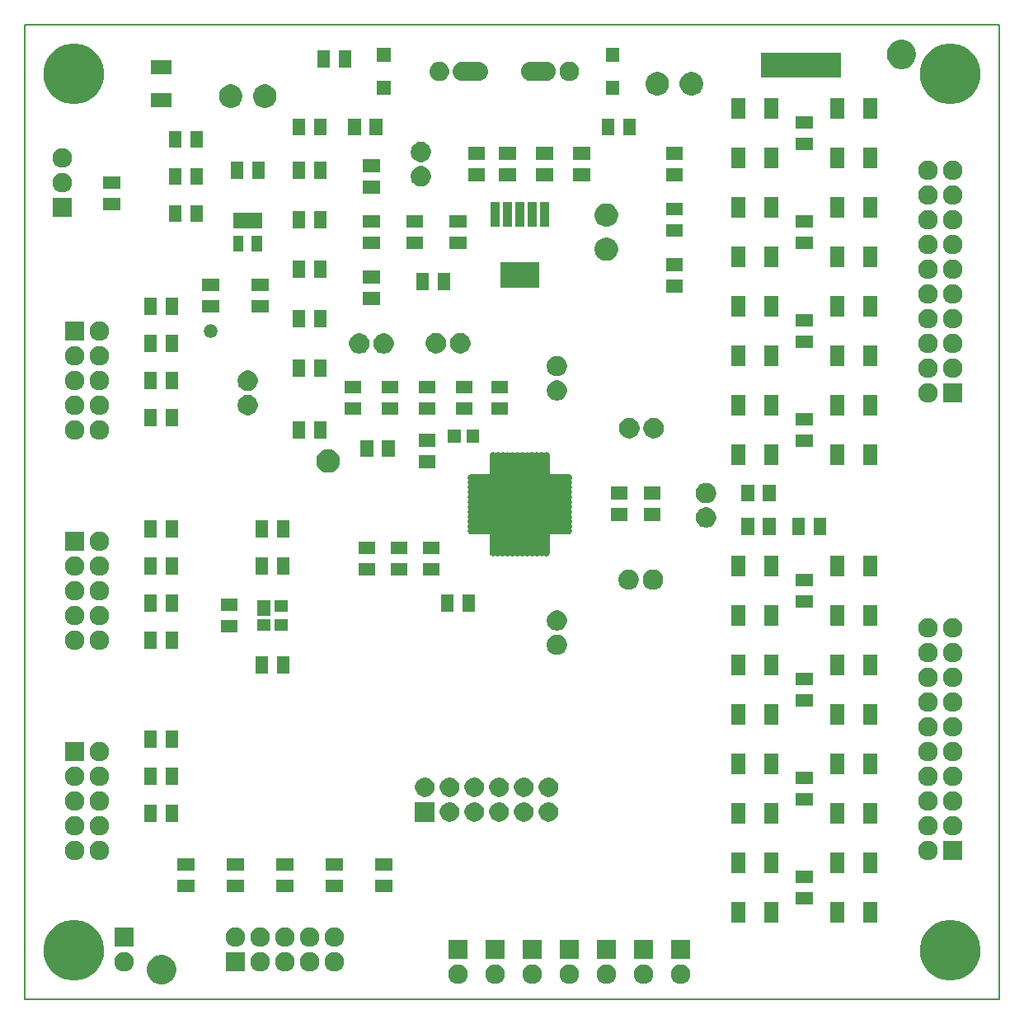
<source format=gts>
G04 #@! TF.GenerationSoftware,KiCad,Pcbnew,(5.1.0)-1*
G04 #@! TF.CreationDate,2019-04-03T22:14:52+01:00*
G04 #@! TF.ProjectId,DAC-AK4458-1.0,4441432d-414b-4343-9435-382d312e302e,1.0*
G04 #@! TF.SameCoordinates,PX6422c40PY8f0d180*
G04 #@! TF.FileFunction,Soldermask,Top*
G04 #@! TF.FilePolarity,Negative*
%FSLAX46Y46*%
G04 Gerber Fmt 4.6, Leading zero omitted, Abs format (unit mm)*
G04 Created by KiCad (PCBNEW (5.1.0)-1) date 2019-04-03 22:14:52*
%MOMM*%
%LPD*%
G04 APERTURE LIST*
%ADD10C,0.150000*%
%ADD11C,0.100000*%
G04 APERTURE END LIST*
D10*
X100000000Y0D02*
X0Y0D01*
X100000000Y100000000D02*
X100000000Y0D01*
X0Y100000000D02*
X100000000Y100000000D01*
X0Y0D02*
X0Y100000000D01*
D11*
G36*
X14437534Y4442357D02*
G01*
X14710515Y4329284D01*
X14710517Y4329283D01*
X14778769Y4283678D01*
X14956193Y4165127D01*
X15165127Y3956193D01*
X15329284Y3710515D01*
X15442357Y3437534D01*
X15500000Y3147738D01*
X15500000Y2852262D01*
X15442357Y2562466D01*
X15329284Y2289485D01*
X15329283Y2289483D01*
X15165126Y2043806D01*
X14956194Y1834874D01*
X14710517Y1670717D01*
X14710516Y1670716D01*
X14710515Y1670716D01*
X14437534Y1557643D01*
X14147738Y1500000D01*
X13852262Y1500000D01*
X13562466Y1557643D01*
X13289485Y1670716D01*
X13289484Y1670716D01*
X13289483Y1670717D01*
X13043806Y1834874D01*
X12834874Y2043806D01*
X12670717Y2289483D01*
X12670716Y2289485D01*
X12557643Y2562466D01*
X12500000Y2852262D01*
X12500000Y3147738D01*
X12557643Y3437534D01*
X12670716Y3710515D01*
X12834873Y3956193D01*
X13043807Y4165127D01*
X13221231Y4283678D01*
X13289483Y4329283D01*
X13289485Y4329284D01*
X13562466Y4442357D01*
X13852262Y4500000D01*
X14147738Y4500000D01*
X14437534Y4442357D01*
X14437534Y4442357D01*
G37*
G36*
X67537290Y3514381D02*
G01*
X67601689Y3501571D01*
X67783678Y3426189D01*
X67947463Y3316751D01*
X68086751Y3177463D01*
X68196189Y3013678D01*
X68271571Y2831689D01*
X68310000Y2638491D01*
X68310000Y2441509D01*
X68271571Y2248311D01*
X68196189Y2066322D01*
X68086751Y1902537D01*
X67947463Y1763249D01*
X67783678Y1653811D01*
X67601689Y1578429D01*
X67537290Y1565619D01*
X67408493Y1540000D01*
X67211507Y1540000D01*
X67082710Y1565619D01*
X67018311Y1578429D01*
X66836322Y1653811D01*
X66672537Y1763249D01*
X66533249Y1902537D01*
X66423811Y2066322D01*
X66348429Y2248311D01*
X66310000Y2441509D01*
X66310000Y2638491D01*
X66348429Y2831689D01*
X66423811Y3013678D01*
X66533249Y3177463D01*
X66672537Y3316751D01*
X66836322Y3426189D01*
X67018311Y3501571D01*
X67082710Y3514381D01*
X67211507Y3540000D01*
X67408493Y3540000D01*
X67537290Y3514381D01*
X67537290Y3514381D01*
G37*
G36*
X44677290Y3514381D02*
G01*
X44741689Y3501571D01*
X44923678Y3426189D01*
X45087463Y3316751D01*
X45226751Y3177463D01*
X45336189Y3013678D01*
X45411571Y2831689D01*
X45450000Y2638491D01*
X45450000Y2441509D01*
X45411571Y2248311D01*
X45336189Y2066322D01*
X45226751Y1902537D01*
X45087463Y1763249D01*
X44923678Y1653811D01*
X44741689Y1578429D01*
X44677290Y1565619D01*
X44548493Y1540000D01*
X44351507Y1540000D01*
X44222710Y1565619D01*
X44158311Y1578429D01*
X43976322Y1653811D01*
X43812537Y1763249D01*
X43673249Y1902537D01*
X43563811Y2066322D01*
X43488429Y2248311D01*
X43450000Y2441509D01*
X43450000Y2638491D01*
X43488429Y2831689D01*
X43563811Y3013678D01*
X43673249Y3177463D01*
X43812537Y3316751D01*
X43976322Y3426189D01*
X44158311Y3501571D01*
X44222710Y3514381D01*
X44351507Y3540000D01*
X44548493Y3540000D01*
X44677290Y3514381D01*
X44677290Y3514381D01*
G37*
G36*
X48487290Y3514381D02*
G01*
X48551689Y3501571D01*
X48733678Y3426189D01*
X48897463Y3316751D01*
X49036751Y3177463D01*
X49146189Y3013678D01*
X49221571Y2831689D01*
X49260000Y2638491D01*
X49260000Y2441509D01*
X49221571Y2248311D01*
X49146189Y2066322D01*
X49036751Y1902537D01*
X48897463Y1763249D01*
X48733678Y1653811D01*
X48551689Y1578429D01*
X48487290Y1565619D01*
X48358493Y1540000D01*
X48161507Y1540000D01*
X48032710Y1565619D01*
X47968311Y1578429D01*
X47786322Y1653811D01*
X47622537Y1763249D01*
X47483249Y1902537D01*
X47373811Y2066322D01*
X47298429Y2248311D01*
X47260000Y2441509D01*
X47260000Y2638491D01*
X47298429Y2831689D01*
X47373811Y3013678D01*
X47483249Y3177463D01*
X47622537Y3316751D01*
X47786322Y3426189D01*
X47968311Y3501571D01*
X48032710Y3514381D01*
X48161507Y3540000D01*
X48358493Y3540000D01*
X48487290Y3514381D01*
X48487290Y3514381D01*
G37*
G36*
X52297290Y3514381D02*
G01*
X52361689Y3501571D01*
X52543678Y3426189D01*
X52707463Y3316751D01*
X52846751Y3177463D01*
X52956189Y3013678D01*
X53031571Y2831689D01*
X53070000Y2638491D01*
X53070000Y2441509D01*
X53031571Y2248311D01*
X52956189Y2066322D01*
X52846751Y1902537D01*
X52707463Y1763249D01*
X52543678Y1653811D01*
X52361689Y1578429D01*
X52297290Y1565619D01*
X52168493Y1540000D01*
X51971507Y1540000D01*
X51842710Y1565619D01*
X51778311Y1578429D01*
X51596322Y1653811D01*
X51432537Y1763249D01*
X51293249Y1902537D01*
X51183811Y2066322D01*
X51108429Y2248311D01*
X51070000Y2441509D01*
X51070000Y2638491D01*
X51108429Y2831689D01*
X51183811Y3013678D01*
X51293249Y3177463D01*
X51432537Y3316751D01*
X51596322Y3426189D01*
X51778311Y3501571D01*
X51842710Y3514381D01*
X51971507Y3540000D01*
X52168493Y3540000D01*
X52297290Y3514381D01*
X52297290Y3514381D01*
G37*
G36*
X59917290Y3514381D02*
G01*
X59981689Y3501571D01*
X60163678Y3426189D01*
X60327463Y3316751D01*
X60466751Y3177463D01*
X60576189Y3013678D01*
X60651571Y2831689D01*
X60690000Y2638491D01*
X60690000Y2441509D01*
X60651571Y2248311D01*
X60576189Y2066322D01*
X60466751Y1902537D01*
X60327463Y1763249D01*
X60163678Y1653811D01*
X59981689Y1578429D01*
X59917290Y1565619D01*
X59788493Y1540000D01*
X59591507Y1540000D01*
X59462710Y1565619D01*
X59398311Y1578429D01*
X59216322Y1653811D01*
X59052537Y1763249D01*
X58913249Y1902537D01*
X58803811Y2066322D01*
X58728429Y2248311D01*
X58690000Y2441509D01*
X58690000Y2638491D01*
X58728429Y2831689D01*
X58803811Y3013678D01*
X58913249Y3177463D01*
X59052537Y3316751D01*
X59216322Y3426189D01*
X59398311Y3501571D01*
X59462710Y3514381D01*
X59591507Y3540000D01*
X59788493Y3540000D01*
X59917290Y3514381D01*
X59917290Y3514381D01*
G37*
G36*
X56107290Y3514381D02*
G01*
X56171689Y3501571D01*
X56353678Y3426189D01*
X56517463Y3316751D01*
X56656751Y3177463D01*
X56766189Y3013678D01*
X56841571Y2831689D01*
X56880000Y2638491D01*
X56880000Y2441509D01*
X56841571Y2248311D01*
X56766189Y2066322D01*
X56656751Y1902537D01*
X56517463Y1763249D01*
X56353678Y1653811D01*
X56171689Y1578429D01*
X56107290Y1565619D01*
X55978493Y1540000D01*
X55781507Y1540000D01*
X55652710Y1565619D01*
X55588311Y1578429D01*
X55406322Y1653811D01*
X55242537Y1763249D01*
X55103249Y1902537D01*
X54993811Y2066322D01*
X54918429Y2248311D01*
X54880000Y2441509D01*
X54880000Y2638491D01*
X54918429Y2831689D01*
X54993811Y3013678D01*
X55103249Y3177463D01*
X55242537Y3316751D01*
X55406322Y3426189D01*
X55588311Y3501571D01*
X55652710Y3514381D01*
X55781507Y3540000D01*
X55978493Y3540000D01*
X56107290Y3514381D01*
X56107290Y3514381D01*
G37*
G36*
X63727290Y3514381D02*
G01*
X63791689Y3501571D01*
X63973678Y3426189D01*
X64137463Y3316751D01*
X64276751Y3177463D01*
X64386189Y3013678D01*
X64461571Y2831689D01*
X64500000Y2638491D01*
X64500000Y2441509D01*
X64461571Y2248311D01*
X64386189Y2066322D01*
X64276751Y1902537D01*
X64137463Y1763249D01*
X63973678Y1653811D01*
X63791689Y1578429D01*
X63727290Y1565619D01*
X63598493Y1540000D01*
X63401507Y1540000D01*
X63272710Y1565619D01*
X63208311Y1578429D01*
X63026322Y1653811D01*
X62862537Y1763249D01*
X62723249Y1902537D01*
X62613811Y2066322D01*
X62538429Y2248311D01*
X62500000Y2441509D01*
X62500000Y2638491D01*
X62538429Y2831689D01*
X62613811Y3013678D01*
X62723249Y3177463D01*
X62862537Y3316751D01*
X63026322Y3426189D01*
X63208311Y3501571D01*
X63272710Y3514381D01*
X63401507Y3540000D01*
X63598493Y3540000D01*
X63727290Y3514381D01*
X63727290Y3514381D01*
G37*
G36*
X5604780Y8040435D02*
G01*
X5904237Y7980869D01*
X6468401Y7747185D01*
X6976135Y7407928D01*
X7407928Y6976135D01*
X7747185Y6468401D01*
X7980869Y5904237D01*
X8019000Y5712539D01*
X8100000Y5305325D01*
X8100000Y4694675D01*
X8050826Y4447463D01*
X7980869Y4095763D01*
X7747185Y3531599D01*
X7407928Y3023865D01*
X6976135Y2592072D01*
X6468401Y2252815D01*
X5904237Y2019131D01*
X5604780Y1959566D01*
X5305325Y1900000D01*
X4694675Y1900000D01*
X4395220Y1959566D01*
X4095763Y2019131D01*
X3531599Y2252815D01*
X3023865Y2592072D01*
X2592072Y3023865D01*
X2252815Y3531599D01*
X2019131Y4095763D01*
X1949174Y4447463D01*
X1900000Y4694675D01*
X1900000Y5305325D01*
X1981000Y5712539D01*
X2019131Y5904237D01*
X2252815Y6468401D01*
X2592072Y6976135D01*
X3023865Y7407928D01*
X3531599Y7747185D01*
X4095763Y7980869D01*
X4395220Y8040435D01*
X4694675Y8100000D01*
X5305325Y8100000D01*
X5604780Y8040435D01*
X5604780Y8040435D01*
G37*
G36*
X95604780Y8040435D02*
G01*
X95904237Y7980869D01*
X96468401Y7747185D01*
X96976135Y7407928D01*
X97407928Y6976135D01*
X97747185Y6468401D01*
X97980869Y5904237D01*
X98019000Y5712539D01*
X98100000Y5305325D01*
X98100000Y4694675D01*
X98050826Y4447463D01*
X97980869Y4095763D01*
X97747185Y3531599D01*
X97407928Y3023865D01*
X96976135Y2592072D01*
X96468401Y2252815D01*
X95904237Y2019131D01*
X95604780Y1959566D01*
X95305325Y1900000D01*
X94694675Y1900000D01*
X94395220Y1959566D01*
X94095763Y2019131D01*
X93531599Y2252815D01*
X93023865Y2592072D01*
X92592072Y3023865D01*
X92252815Y3531599D01*
X92019131Y4095763D01*
X91949174Y4447463D01*
X91900000Y4694675D01*
X91900000Y5305325D01*
X91981000Y5712539D01*
X92019131Y5904237D01*
X92252815Y6468401D01*
X92592072Y6976135D01*
X93023865Y7407928D01*
X93531599Y7747185D01*
X94095763Y7980869D01*
X94395220Y8040435D01*
X94694675Y8100000D01*
X95305325Y8100000D01*
X95604780Y8040435D01*
X95604780Y8040435D01*
G37*
G36*
X31977290Y4784381D02*
G01*
X32041689Y4771571D01*
X32223678Y4696189D01*
X32387463Y4586751D01*
X32526751Y4447463D01*
X32636189Y4283678D01*
X32711571Y4101689D01*
X32711571Y4101688D01*
X32750000Y3908493D01*
X32750000Y3711507D01*
X32724381Y3582710D01*
X32711571Y3518311D01*
X32636189Y3336322D01*
X32526751Y3172537D01*
X32387463Y3033249D01*
X32223678Y2923811D01*
X32041689Y2848429D01*
X31977290Y2835619D01*
X31848493Y2810000D01*
X31651507Y2810000D01*
X31522710Y2835619D01*
X31458311Y2848429D01*
X31276322Y2923811D01*
X31112537Y3033249D01*
X30973249Y3172537D01*
X30863811Y3336322D01*
X30788429Y3518311D01*
X30775619Y3582710D01*
X30750000Y3711507D01*
X30750000Y3908493D01*
X30788429Y4101688D01*
X30788429Y4101689D01*
X30863811Y4283678D01*
X30973249Y4447463D01*
X31112537Y4586751D01*
X31276322Y4696189D01*
X31458311Y4771571D01*
X31522710Y4784381D01*
X31651507Y4810000D01*
X31848493Y4810000D01*
X31977290Y4784381D01*
X31977290Y4784381D01*
G37*
G36*
X29437290Y4784381D02*
G01*
X29501689Y4771571D01*
X29683678Y4696189D01*
X29847463Y4586751D01*
X29986751Y4447463D01*
X30096189Y4283678D01*
X30171571Y4101689D01*
X30171571Y4101688D01*
X30210000Y3908493D01*
X30210000Y3711507D01*
X30184381Y3582710D01*
X30171571Y3518311D01*
X30096189Y3336322D01*
X29986751Y3172537D01*
X29847463Y3033249D01*
X29683678Y2923811D01*
X29501689Y2848429D01*
X29437290Y2835619D01*
X29308493Y2810000D01*
X29111507Y2810000D01*
X28982710Y2835619D01*
X28918311Y2848429D01*
X28736322Y2923811D01*
X28572537Y3033249D01*
X28433249Y3172537D01*
X28323811Y3336322D01*
X28248429Y3518311D01*
X28235619Y3582710D01*
X28210000Y3711507D01*
X28210000Y3908493D01*
X28248429Y4101688D01*
X28248429Y4101689D01*
X28323811Y4283678D01*
X28433249Y4447463D01*
X28572537Y4586751D01*
X28736322Y4696189D01*
X28918311Y4771571D01*
X28982710Y4784381D01*
X29111507Y4810000D01*
X29308493Y4810000D01*
X29437290Y4784381D01*
X29437290Y4784381D01*
G37*
G36*
X26897290Y4784381D02*
G01*
X26961689Y4771571D01*
X27143678Y4696189D01*
X27307463Y4586751D01*
X27446751Y4447463D01*
X27556189Y4283678D01*
X27631571Y4101689D01*
X27631571Y4101688D01*
X27670000Y3908493D01*
X27670000Y3711507D01*
X27644381Y3582710D01*
X27631571Y3518311D01*
X27556189Y3336322D01*
X27446751Y3172537D01*
X27307463Y3033249D01*
X27143678Y2923811D01*
X26961689Y2848429D01*
X26897290Y2835619D01*
X26768493Y2810000D01*
X26571507Y2810000D01*
X26442710Y2835619D01*
X26378311Y2848429D01*
X26196322Y2923811D01*
X26032537Y3033249D01*
X25893249Y3172537D01*
X25783811Y3336322D01*
X25708429Y3518311D01*
X25695619Y3582710D01*
X25670000Y3711507D01*
X25670000Y3908493D01*
X25708429Y4101688D01*
X25708429Y4101689D01*
X25783811Y4283678D01*
X25893249Y4447463D01*
X26032537Y4586751D01*
X26196322Y4696189D01*
X26378311Y4771571D01*
X26442710Y4784381D01*
X26571507Y4810000D01*
X26768493Y4810000D01*
X26897290Y4784381D01*
X26897290Y4784381D01*
G37*
G36*
X24357290Y4784381D02*
G01*
X24421689Y4771571D01*
X24603678Y4696189D01*
X24767463Y4586751D01*
X24906751Y4447463D01*
X25016189Y4283678D01*
X25091571Y4101689D01*
X25091571Y4101688D01*
X25130000Y3908493D01*
X25130000Y3711507D01*
X25104381Y3582710D01*
X25091571Y3518311D01*
X25016189Y3336322D01*
X24906751Y3172537D01*
X24767463Y3033249D01*
X24603678Y2923811D01*
X24421689Y2848429D01*
X24357290Y2835619D01*
X24228493Y2810000D01*
X24031507Y2810000D01*
X23902710Y2835619D01*
X23838311Y2848429D01*
X23656322Y2923811D01*
X23492537Y3033249D01*
X23353249Y3172537D01*
X23243811Y3336322D01*
X23168429Y3518311D01*
X23155619Y3582710D01*
X23130000Y3711507D01*
X23130000Y3908493D01*
X23168429Y4101688D01*
X23168429Y4101689D01*
X23243811Y4283678D01*
X23353249Y4447463D01*
X23492537Y4586751D01*
X23656322Y4696189D01*
X23838311Y4771571D01*
X23902710Y4784381D01*
X24031507Y4810000D01*
X24228493Y4810000D01*
X24357290Y4784381D01*
X24357290Y4784381D01*
G37*
G36*
X22590000Y2810000D02*
G01*
X20590000Y2810000D01*
X20590000Y4810000D01*
X22590000Y4810000D01*
X22590000Y2810000D01*
X22590000Y2810000D01*
G37*
G36*
X10387290Y4784381D02*
G01*
X10451689Y4771571D01*
X10633678Y4696189D01*
X10797463Y4586751D01*
X10936751Y4447463D01*
X11046189Y4283678D01*
X11121571Y4101689D01*
X11121571Y4101688D01*
X11160000Y3908493D01*
X11160000Y3711507D01*
X11134381Y3582710D01*
X11121571Y3518311D01*
X11046189Y3336322D01*
X10936751Y3172537D01*
X10797463Y3033249D01*
X10633678Y2923811D01*
X10451689Y2848429D01*
X10387290Y2835619D01*
X10258493Y2810000D01*
X10061507Y2810000D01*
X9932710Y2835619D01*
X9868311Y2848429D01*
X9686322Y2923811D01*
X9522537Y3033249D01*
X9383249Y3172537D01*
X9273811Y3336322D01*
X9198429Y3518311D01*
X9185619Y3582710D01*
X9160000Y3711507D01*
X9160000Y3908493D01*
X9198429Y4101688D01*
X9198429Y4101689D01*
X9273811Y4283678D01*
X9383249Y4447463D01*
X9522537Y4586751D01*
X9686322Y4696189D01*
X9868311Y4771571D01*
X9932710Y4784381D01*
X10061507Y4810000D01*
X10258493Y4810000D01*
X10387290Y4784381D01*
X10387290Y4784381D01*
G37*
G36*
X64500000Y4080000D02*
G01*
X62500000Y4080000D01*
X62500000Y6080000D01*
X64500000Y6080000D01*
X64500000Y4080000D01*
X64500000Y4080000D01*
G37*
G36*
X49260000Y4080000D02*
G01*
X47260000Y4080000D01*
X47260000Y6080000D01*
X49260000Y6080000D01*
X49260000Y4080000D01*
X49260000Y4080000D01*
G37*
G36*
X53070000Y4080000D02*
G01*
X51070000Y4080000D01*
X51070000Y6080000D01*
X53070000Y6080000D01*
X53070000Y4080000D01*
X53070000Y4080000D01*
G37*
G36*
X56880000Y4080000D02*
G01*
X54880000Y4080000D01*
X54880000Y6080000D01*
X56880000Y6080000D01*
X56880000Y4080000D01*
X56880000Y4080000D01*
G37*
G36*
X45450000Y4080000D02*
G01*
X43450000Y4080000D01*
X43450000Y6080000D01*
X45450000Y6080000D01*
X45450000Y4080000D01*
X45450000Y4080000D01*
G37*
G36*
X60690000Y4080000D02*
G01*
X58690000Y4080000D01*
X58690000Y6080000D01*
X60690000Y6080000D01*
X60690000Y4080000D01*
X60690000Y4080000D01*
G37*
G36*
X68310000Y4080000D02*
G01*
X66310000Y4080000D01*
X66310000Y6080000D01*
X68310000Y6080000D01*
X68310000Y4080000D01*
X68310000Y4080000D01*
G37*
G36*
X31977290Y7324381D02*
G01*
X32041689Y7311571D01*
X32223678Y7236189D01*
X32387463Y7126751D01*
X32526751Y6987463D01*
X32636189Y6823678D01*
X32711571Y6641689D01*
X32750000Y6448491D01*
X32750000Y6251509D01*
X32711571Y6058311D01*
X32636189Y5876322D01*
X32526751Y5712537D01*
X32387463Y5573249D01*
X32223678Y5463811D01*
X32041689Y5388429D01*
X31977290Y5375619D01*
X31848493Y5350000D01*
X31651507Y5350000D01*
X31522710Y5375619D01*
X31458311Y5388429D01*
X31276322Y5463811D01*
X31112537Y5573249D01*
X30973249Y5712537D01*
X30863811Y5876322D01*
X30788429Y6058311D01*
X30750000Y6251509D01*
X30750000Y6448491D01*
X30788429Y6641689D01*
X30863811Y6823678D01*
X30973249Y6987463D01*
X31112537Y7126751D01*
X31276322Y7236189D01*
X31458311Y7311571D01*
X31522710Y7324381D01*
X31651507Y7350000D01*
X31848493Y7350000D01*
X31977290Y7324381D01*
X31977290Y7324381D01*
G37*
G36*
X21817290Y7324381D02*
G01*
X21881689Y7311571D01*
X22063678Y7236189D01*
X22227463Y7126751D01*
X22366751Y6987463D01*
X22476189Y6823678D01*
X22551571Y6641689D01*
X22590000Y6448491D01*
X22590000Y6251509D01*
X22551571Y6058311D01*
X22476189Y5876322D01*
X22366751Y5712537D01*
X22227463Y5573249D01*
X22063678Y5463811D01*
X21881689Y5388429D01*
X21817290Y5375619D01*
X21688493Y5350000D01*
X21491507Y5350000D01*
X21362710Y5375619D01*
X21298311Y5388429D01*
X21116322Y5463811D01*
X20952537Y5573249D01*
X20813249Y5712537D01*
X20703811Y5876322D01*
X20628429Y6058311D01*
X20590000Y6251509D01*
X20590000Y6448491D01*
X20628429Y6641689D01*
X20703811Y6823678D01*
X20813249Y6987463D01*
X20952537Y7126751D01*
X21116322Y7236189D01*
X21298311Y7311571D01*
X21362710Y7324381D01*
X21491507Y7350000D01*
X21688493Y7350000D01*
X21817290Y7324381D01*
X21817290Y7324381D01*
G37*
G36*
X29437290Y7324381D02*
G01*
X29501689Y7311571D01*
X29683678Y7236189D01*
X29847463Y7126751D01*
X29986751Y6987463D01*
X30096189Y6823678D01*
X30171571Y6641689D01*
X30210000Y6448491D01*
X30210000Y6251509D01*
X30171571Y6058311D01*
X30096189Y5876322D01*
X29986751Y5712537D01*
X29847463Y5573249D01*
X29683678Y5463811D01*
X29501689Y5388429D01*
X29437290Y5375619D01*
X29308493Y5350000D01*
X29111507Y5350000D01*
X28982710Y5375619D01*
X28918311Y5388429D01*
X28736322Y5463811D01*
X28572537Y5573249D01*
X28433249Y5712537D01*
X28323811Y5876322D01*
X28248429Y6058311D01*
X28210000Y6251509D01*
X28210000Y6448491D01*
X28248429Y6641689D01*
X28323811Y6823678D01*
X28433249Y6987463D01*
X28572537Y7126751D01*
X28736322Y7236189D01*
X28918311Y7311571D01*
X28982710Y7324381D01*
X29111507Y7350000D01*
X29308493Y7350000D01*
X29437290Y7324381D01*
X29437290Y7324381D01*
G37*
G36*
X26897290Y7324381D02*
G01*
X26961689Y7311571D01*
X27143678Y7236189D01*
X27307463Y7126751D01*
X27446751Y6987463D01*
X27556189Y6823678D01*
X27631571Y6641689D01*
X27670000Y6448491D01*
X27670000Y6251509D01*
X27631571Y6058311D01*
X27556189Y5876322D01*
X27446751Y5712537D01*
X27307463Y5573249D01*
X27143678Y5463811D01*
X26961689Y5388429D01*
X26897290Y5375619D01*
X26768493Y5350000D01*
X26571507Y5350000D01*
X26442710Y5375619D01*
X26378311Y5388429D01*
X26196322Y5463811D01*
X26032537Y5573249D01*
X25893249Y5712537D01*
X25783811Y5876322D01*
X25708429Y6058311D01*
X25670000Y6251509D01*
X25670000Y6448491D01*
X25708429Y6641689D01*
X25783811Y6823678D01*
X25893249Y6987463D01*
X26032537Y7126751D01*
X26196322Y7236189D01*
X26378311Y7311571D01*
X26442710Y7324381D01*
X26571507Y7350000D01*
X26768493Y7350000D01*
X26897290Y7324381D01*
X26897290Y7324381D01*
G37*
G36*
X24357290Y7324381D02*
G01*
X24421689Y7311571D01*
X24603678Y7236189D01*
X24767463Y7126751D01*
X24906751Y6987463D01*
X25016189Y6823678D01*
X25091571Y6641689D01*
X25130000Y6448491D01*
X25130000Y6251509D01*
X25091571Y6058311D01*
X25016189Y5876322D01*
X24906751Y5712537D01*
X24767463Y5573249D01*
X24603678Y5463811D01*
X24421689Y5388429D01*
X24357290Y5375619D01*
X24228493Y5350000D01*
X24031507Y5350000D01*
X23902710Y5375619D01*
X23838311Y5388429D01*
X23656322Y5463811D01*
X23492537Y5573249D01*
X23353249Y5712537D01*
X23243811Y5876322D01*
X23168429Y6058311D01*
X23130000Y6251509D01*
X23130000Y6448491D01*
X23168429Y6641689D01*
X23243811Y6823678D01*
X23353249Y6987463D01*
X23492537Y7126751D01*
X23656322Y7236189D01*
X23838311Y7311571D01*
X23902710Y7324381D01*
X24031507Y7350000D01*
X24228493Y7350000D01*
X24357290Y7324381D01*
X24357290Y7324381D01*
G37*
G36*
X11160000Y5350000D02*
G01*
X9160000Y5350000D01*
X9160000Y7350000D01*
X11160000Y7350000D01*
X11160000Y5350000D01*
X11160000Y5350000D01*
G37*
G36*
X84140000Y7840000D02*
G01*
X82640000Y7840000D01*
X82640000Y9940000D01*
X84140000Y9940000D01*
X84140000Y7840000D01*
X84140000Y7840000D01*
G37*
G36*
X77380000Y7840000D02*
G01*
X75880000Y7840000D01*
X75880000Y9940000D01*
X77380000Y9940000D01*
X77380000Y7840000D01*
X77380000Y7840000D01*
G37*
G36*
X87540000Y7840000D02*
G01*
X86040000Y7840000D01*
X86040000Y9940000D01*
X87540000Y9940000D01*
X87540000Y7840000D01*
X87540000Y7840000D01*
G37*
G36*
X73980000Y7840000D02*
G01*
X72480000Y7840000D01*
X72480000Y9940000D01*
X73980000Y9940000D01*
X73980000Y7840000D01*
X73980000Y7840000D01*
G37*
G36*
X80860000Y9680000D02*
G01*
X79160000Y9680000D01*
X79160000Y10980000D01*
X80860000Y10980000D01*
X80860000Y9680000D01*
X80860000Y9680000D01*
G37*
G36*
X37680000Y10950000D02*
G01*
X35980000Y10950000D01*
X35980000Y12250000D01*
X37680000Y12250000D01*
X37680000Y10950000D01*
X37680000Y10950000D01*
G37*
G36*
X32600000Y10950000D02*
G01*
X30900000Y10950000D01*
X30900000Y12250000D01*
X32600000Y12250000D01*
X32600000Y10950000D01*
X32600000Y10950000D01*
G37*
G36*
X27520000Y10950000D02*
G01*
X25820000Y10950000D01*
X25820000Y12250000D01*
X27520000Y12250000D01*
X27520000Y10950000D01*
X27520000Y10950000D01*
G37*
G36*
X22440000Y10950000D02*
G01*
X20740000Y10950000D01*
X20740000Y12250000D01*
X22440000Y12250000D01*
X22440000Y10950000D01*
X22440000Y10950000D01*
G37*
G36*
X17360000Y10950000D02*
G01*
X15660000Y10950000D01*
X15660000Y12250000D01*
X17360000Y12250000D01*
X17360000Y10950000D01*
X17360000Y10950000D01*
G37*
G36*
X80860000Y11880000D02*
G01*
X79160000Y11880000D01*
X79160000Y13180000D01*
X80860000Y13180000D01*
X80860000Y11880000D01*
X80860000Y11880000D01*
G37*
G36*
X73980000Y12920000D02*
G01*
X72480000Y12920000D01*
X72480000Y15020000D01*
X73980000Y15020000D01*
X73980000Y12920000D01*
X73980000Y12920000D01*
G37*
G36*
X77380000Y12920000D02*
G01*
X75880000Y12920000D01*
X75880000Y15020000D01*
X77380000Y15020000D01*
X77380000Y12920000D01*
X77380000Y12920000D01*
G37*
G36*
X87540000Y12920000D02*
G01*
X86040000Y12920000D01*
X86040000Y15020000D01*
X87540000Y15020000D01*
X87540000Y12920000D01*
X87540000Y12920000D01*
G37*
G36*
X84140000Y12920000D02*
G01*
X82640000Y12920000D01*
X82640000Y15020000D01*
X84140000Y15020000D01*
X84140000Y12920000D01*
X84140000Y12920000D01*
G37*
G36*
X37680000Y13150000D02*
G01*
X35980000Y13150000D01*
X35980000Y14450000D01*
X37680000Y14450000D01*
X37680000Y13150000D01*
X37680000Y13150000D01*
G37*
G36*
X17360000Y13150000D02*
G01*
X15660000Y13150000D01*
X15660000Y14450000D01*
X17360000Y14450000D01*
X17360000Y13150000D01*
X17360000Y13150000D01*
G37*
G36*
X32600000Y13150000D02*
G01*
X30900000Y13150000D01*
X30900000Y14450000D01*
X32600000Y14450000D01*
X32600000Y13150000D01*
X32600000Y13150000D01*
G37*
G36*
X22440000Y13150000D02*
G01*
X20740000Y13150000D01*
X20740000Y14450000D01*
X22440000Y14450000D01*
X22440000Y13150000D01*
X22440000Y13150000D01*
G37*
G36*
X27520000Y13150000D02*
G01*
X25820000Y13150000D01*
X25820000Y14450000D01*
X27520000Y14450000D01*
X27520000Y13150000D01*
X27520000Y13150000D01*
G37*
G36*
X96250000Y14240000D02*
G01*
X94250000Y14240000D01*
X94250000Y16240000D01*
X96250000Y16240000D01*
X96250000Y14240000D01*
X96250000Y14240000D01*
G37*
G36*
X7847290Y16214381D02*
G01*
X7911689Y16201571D01*
X8093678Y16126189D01*
X8257463Y16016751D01*
X8396751Y15877463D01*
X8506189Y15713678D01*
X8581571Y15531689D01*
X8620000Y15338491D01*
X8620000Y15141509D01*
X8581571Y14948311D01*
X8506189Y14766322D01*
X8396751Y14602537D01*
X8257463Y14463249D01*
X8093678Y14353811D01*
X7911689Y14278429D01*
X7847290Y14265619D01*
X7718493Y14240000D01*
X7521507Y14240000D01*
X7392710Y14265619D01*
X7328311Y14278429D01*
X7146322Y14353811D01*
X6982537Y14463249D01*
X6843249Y14602537D01*
X6733811Y14766322D01*
X6658429Y14948311D01*
X6620000Y15141509D01*
X6620000Y15338491D01*
X6658429Y15531689D01*
X6733811Y15713678D01*
X6843249Y15877463D01*
X6982537Y16016751D01*
X7146322Y16126189D01*
X7328311Y16201571D01*
X7392710Y16214381D01*
X7521507Y16240000D01*
X7718493Y16240000D01*
X7847290Y16214381D01*
X7847290Y16214381D01*
G37*
G36*
X5307290Y16214381D02*
G01*
X5371689Y16201571D01*
X5553678Y16126189D01*
X5717463Y16016751D01*
X5856751Y15877463D01*
X5966189Y15713678D01*
X6041571Y15531689D01*
X6080000Y15338491D01*
X6080000Y15141509D01*
X6041571Y14948311D01*
X5966189Y14766322D01*
X5856751Y14602537D01*
X5717463Y14463249D01*
X5553678Y14353811D01*
X5371689Y14278429D01*
X5307290Y14265619D01*
X5178493Y14240000D01*
X4981507Y14240000D01*
X4852710Y14265619D01*
X4788311Y14278429D01*
X4606322Y14353811D01*
X4442537Y14463249D01*
X4303249Y14602537D01*
X4193811Y14766322D01*
X4118429Y14948311D01*
X4080000Y15141509D01*
X4080000Y15338491D01*
X4118429Y15531689D01*
X4193811Y15713678D01*
X4303249Y15877463D01*
X4442537Y16016751D01*
X4606322Y16126189D01*
X4788311Y16201571D01*
X4852710Y16214381D01*
X4981507Y16240000D01*
X5178493Y16240000D01*
X5307290Y16214381D01*
X5307290Y16214381D01*
G37*
G36*
X92937290Y16214381D02*
G01*
X93001689Y16201571D01*
X93183678Y16126189D01*
X93347463Y16016751D01*
X93486751Y15877463D01*
X93596189Y15713678D01*
X93671571Y15531689D01*
X93710000Y15338491D01*
X93710000Y15141509D01*
X93671571Y14948311D01*
X93596189Y14766322D01*
X93486751Y14602537D01*
X93347463Y14463249D01*
X93183678Y14353811D01*
X93001689Y14278429D01*
X92937290Y14265619D01*
X92808493Y14240000D01*
X92611507Y14240000D01*
X92482710Y14265619D01*
X92418311Y14278429D01*
X92236322Y14353811D01*
X92072537Y14463249D01*
X91933249Y14602537D01*
X91823811Y14766322D01*
X91748429Y14948311D01*
X91710000Y15141509D01*
X91710000Y15338491D01*
X91748429Y15531689D01*
X91823811Y15713678D01*
X91933249Y15877463D01*
X92072537Y16016751D01*
X92236322Y16126189D01*
X92418311Y16201571D01*
X92482710Y16214381D01*
X92611507Y16240000D01*
X92808493Y16240000D01*
X92937290Y16214381D01*
X92937290Y16214381D01*
G37*
G36*
X95477290Y18754381D02*
G01*
X95541689Y18741571D01*
X95723678Y18666189D01*
X95887463Y18556751D01*
X96026751Y18417463D01*
X96136189Y18253678D01*
X96211571Y18071689D01*
X96250000Y17878491D01*
X96250000Y17681509D01*
X96211571Y17488311D01*
X96136189Y17306322D01*
X96026751Y17142537D01*
X95887463Y17003249D01*
X95723678Y16893811D01*
X95541689Y16818429D01*
X95477290Y16805619D01*
X95348493Y16780000D01*
X95151507Y16780000D01*
X95022710Y16805619D01*
X94958311Y16818429D01*
X94776322Y16893811D01*
X94612537Y17003249D01*
X94473249Y17142537D01*
X94363811Y17306322D01*
X94288429Y17488311D01*
X94250000Y17681509D01*
X94250000Y17878491D01*
X94288429Y18071689D01*
X94363811Y18253678D01*
X94473249Y18417463D01*
X94612537Y18556751D01*
X94776322Y18666189D01*
X94958311Y18741571D01*
X95022710Y18754381D01*
X95151507Y18780000D01*
X95348493Y18780000D01*
X95477290Y18754381D01*
X95477290Y18754381D01*
G37*
G36*
X5307290Y18754381D02*
G01*
X5371689Y18741571D01*
X5553678Y18666189D01*
X5717463Y18556751D01*
X5856751Y18417463D01*
X5966189Y18253678D01*
X6041571Y18071689D01*
X6080000Y17878491D01*
X6080000Y17681509D01*
X6041571Y17488311D01*
X5966189Y17306322D01*
X5856751Y17142537D01*
X5717463Y17003249D01*
X5553678Y16893811D01*
X5371689Y16818429D01*
X5307290Y16805619D01*
X5178493Y16780000D01*
X4981507Y16780000D01*
X4852710Y16805619D01*
X4788311Y16818429D01*
X4606322Y16893811D01*
X4442537Y17003249D01*
X4303249Y17142537D01*
X4193811Y17306322D01*
X4118429Y17488311D01*
X4080000Y17681509D01*
X4080000Y17878491D01*
X4118429Y18071689D01*
X4193811Y18253678D01*
X4303249Y18417463D01*
X4442537Y18556751D01*
X4606322Y18666189D01*
X4788311Y18741571D01*
X4852710Y18754381D01*
X4981507Y18780000D01*
X5178493Y18780000D01*
X5307290Y18754381D01*
X5307290Y18754381D01*
G37*
G36*
X7847290Y18754381D02*
G01*
X7911689Y18741571D01*
X8093678Y18666189D01*
X8257463Y18556751D01*
X8396751Y18417463D01*
X8506189Y18253678D01*
X8581571Y18071689D01*
X8620000Y17878491D01*
X8620000Y17681509D01*
X8581571Y17488311D01*
X8506189Y17306322D01*
X8396751Y17142537D01*
X8257463Y17003249D01*
X8093678Y16893811D01*
X7911689Y16818429D01*
X7847290Y16805619D01*
X7718493Y16780000D01*
X7521507Y16780000D01*
X7392710Y16805619D01*
X7328311Y16818429D01*
X7146322Y16893811D01*
X6982537Y17003249D01*
X6843249Y17142537D01*
X6733811Y17306322D01*
X6658429Y17488311D01*
X6620000Y17681509D01*
X6620000Y17878491D01*
X6658429Y18071689D01*
X6733811Y18253678D01*
X6843249Y18417463D01*
X6982537Y18556751D01*
X7146322Y18666189D01*
X7328311Y18741571D01*
X7392710Y18754381D01*
X7521507Y18780000D01*
X7718493Y18780000D01*
X7847290Y18754381D01*
X7847290Y18754381D01*
G37*
G36*
X92937290Y18754381D02*
G01*
X93001689Y18741571D01*
X93183678Y18666189D01*
X93347463Y18556751D01*
X93486751Y18417463D01*
X93596189Y18253678D01*
X93671571Y18071689D01*
X93710000Y17878491D01*
X93710000Y17681509D01*
X93671571Y17488311D01*
X93596189Y17306322D01*
X93486751Y17142537D01*
X93347463Y17003249D01*
X93183678Y16893811D01*
X93001689Y16818429D01*
X92937290Y16805619D01*
X92808493Y16780000D01*
X92611507Y16780000D01*
X92482710Y16805619D01*
X92418311Y16818429D01*
X92236322Y16893811D01*
X92072537Y17003249D01*
X91933249Y17142537D01*
X91823811Y17306322D01*
X91748429Y17488311D01*
X91710000Y17681509D01*
X91710000Y17878491D01*
X91748429Y18071689D01*
X91823811Y18253678D01*
X91933249Y18417463D01*
X92072537Y18556751D01*
X92236322Y18666189D01*
X92418311Y18741571D01*
X92482710Y18754381D01*
X92611507Y18780000D01*
X92808493Y18780000D01*
X92937290Y18754381D01*
X92937290Y18754381D01*
G37*
G36*
X84140000Y18000000D02*
G01*
X82640000Y18000000D01*
X82640000Y20100000D01*
X84140000Y20100000D01*
X84140000Y18000000D01*
X84140000Y18000000D01*
G37*
G36*
X87540000Y18000000D02*
G01*
X86040000Y18000000D01*
X86040000Y20100000D01*
X87540000Y20100000D01*
X87540000Y18000000D01*
X87540000Y18000000D01*
G37*
G36*
X77380000Y18000000D02*
G01*
X75880000Y18000000D01*
X75880000Y20100000D01*
X77380000Y20100000D01*
X77380000Y18000000D01*
X77380000Y18000000D01*
G37*
G36*
X73980000Y18000000D02*
G01*
X72480000Y18000000D01*
X72480000Y20100000D01*
X73980000Y20100000D01*
X73980000Y18000000D01*
X73980000Y18000000D01*
G37*
G36*
X51437290Y20164381D02*
G01*
X51501689Y20151571D01*
X51683678Y20076189D01*
X51847463Y19966751D01*
X51986751Y19827463D01*
X52096189Y19663678D01*
X52171571Y19481689D01*
X52210000Y19288491D01*
X52210000Y19091509D01*
X52171571Y18898311D01*
X52096189Y18716322D01*
X51986751Y18552537D01*
X51847463Y18413249D01*
X51683678Y18303811D01*
X51501689Y18228429D01*
X51437290Y18215619D01*
X51308493Y18190000D01*
X51111507Y18190000D01*
X50982710Y18215619D01*
X50918311Y18228429D01*
X50736322Y18303811D01*
X50572537Y18413249D01*
X50433249Y18552537D01*
X50323811Y18716322D01*
X50248429Y18898311D01*
X50210000Y19091509D01*
X50210000Y19288491D01*
X50248429Y19481689D01*
X50323811Y19663678D01*
X50433249Y19827463D01*
X50572537Y19966751D01*
X50736322Y20076189D01*
X50918311Y20151571D01*
X50982710Y20164381D01*
X51111507Y20190000D01*
X51308493Y20190000D01*
X51437290Y20164381D01*
X51437290Y20164381D01*
G37*
G36*
X43817290Y20164381D02*
G01*
X43881689Y20151571D01*
X44063678Y20076189D01*
X44227463Y19966751D01*
X44366751Y19827463D01*
X44476189Y19663678D01*
X44551571Y19481689D01*
X44590000Y19288491D01*
X44590000Y19091509D01*
X44551571Y18898311D01*
X44476189Y18716322D01*
X44366751Y18552537D01*
X44227463Y18413249D01*
X44063678Y18303811D01*
X43881689Y18228429D01*
X43817290Y18215619D01*
X43688493Y18190000D01*
X43491507Y18190000D01*
X43362710Y18215619D01*
X43298311Y18228429D01*
X43116322Y18303811D01*
X42952537Y18413249D01*
X42813249Y18552537D01*
X42703811Y18716322D01*
X42628429Y18898311D01*
X42590000Y19091509D01*
X42590000Y19288491D01*
X42628429Y19481689D01*
X42703811Y19663678D01*
X42813249Y19827463D01*
X42952537Y19966751D01*
X43116322Y20076189D01*
X43298311Y20151571D01*
X43362710Y20164381D01*
X43491507Y20190000D01*
X43688493Y20190000D01*
X43817290Y20164381D01*
X43817290Y20164381D01*
G37*
G36*
X48897290Y20164381D02*
G01*
X48961689Y20151571D01*
X49143678Y20076189D01*
X49307463Y19966751D01*
X49446751Y19827463D01*
X49556189Y19663678D01*
X49631571Y19481689D01*
X49670000Y19288491D01*
X49670000Y19091509D01*
X49631571Y18898311D01*
X49556189Y18716322D01*
X49446751Y18552537D01*
X49307463Y18413249D01*
X49143678Y18303811D01*
X48961689Y18228429D01*
X48897290Y18215619D01*
X48768493Y18190000D01*
X48571507Y18190000D01*
X48442710Y18215619D01*
X48378311Y18228429D01*
X48196322Y18303811D01*
X48032537Y18413249D01*
X47893249Y18552537D01*
X47783811Y18716322D01*
X47708429Y18898311D01*
X47670000Y19091509D01*
X47670000Y19288491D01*
X47708429Y19481689D01*
X47783811Y19663678D01*
X47893249Y19827463D01*
X48032537Y19966751D01*
X48196322Y20076189D01*
X48378311Y20151571D01*
X48442710Y20164381D01*
X48571507Y20190000D01*
X48768493Y20190000D01*
X48897290Y20164381D01*
X48897290Y20164381D01*
G37*
G36*
X53977290Y20164381D02*
G01*
X54041689Y20151571D01*
X54223678Y20076189D01*
X54387463Y19966751D01*
X54526751Y19827463D01*
X54636189Y19663678D01*
X54711571Y19481689D01*
X54750000Y19288491D01*
X54750000Y19091509D01*
X54711571Y18898311D01*
X54636189Y18716322D01*
X54526751Y18552537D01*
X54387463Y18413249D01*
X54223678Y18303811D01*
X54041689Y18228429D01*
X53977290Y18215619D01*
X53848493Y18190000D01*
X53651507Y18190000D01*
X53522710Y18215619D01*
X53458311Y18228429D01*
X53276322Y18303811D01*
X53112537Y18413249D01*
X52973249Y18552537D01*
X52863811Y18716322D01*
X52788429Y18898311D01*
X52750000Y19091509D01*
X52750000Y19288491D01*
X52788429Y19481689D01*
X52863811Y19663678D01*
X52973249Y19827463D01*
X53112537Y19966751D01*
X53276322Y20076189D01*
X53458311Y20151571D01*
X53522710Y20164381D01*
X53651507Y20190000D01*
X53848493Y20190000D01*
X53977290Y20164381D01*
X53977290Y20164381D01*
G37*
G36*
X42050000Y18190000D02*
G01*
X40050000Y18190000D01*
X40050000Y20190000D01*
X42050000Y20190000D01*
X42050000Y18190000D01*
X42050000Y18190000D01*
G37*
G36*
X46357290Y20164381D02*
G01*
X46421689Y20151571D01*
X46603678Y20076189D01*
X46767463Y19966751D01*
X46906751Y19827463D01*
X47016189Y19663678D01*
X47091571Y19481689D01*
X47130000Y19288491D01*
X47130000Y19091509D01*
X47091571Y18898311D01*
X47016189Y18716322D01*
X46906751Y18552537D01*
X46767463Y18413249D01*
X46603678Y18303811D01*
X46421689Y18228429D01*
X46357290Y18215619D01*
X46228493Y18190000D01*
X46031507Y18190000D01*
X45902710Y18215619D01*
X45838311Y18228429D01*
X45656322Y18303811D01*
X45492537Y18413249D01*
X45353249Y18552537D01*
X45243811Y18716322D01*
X45168429Y18898311D01*
X45130000Y19091509D01*
X45130000Y19288491D01*
X45168429Y19481689D01*
X45243811Y19663678D01*
X45353249Y19827463D01*
X45492537Y19966751D01*
X45656322Y20076189D01*
X45838311Y20151571D01*
X45902710Y20164381D01*
X46031507Y20190000D01*
X46228493Y20190000D01*
X46357290Y20164381D01*
X46357290Y20164381D01*
G37*
G36*
X15720000Y18200000D02*
G01*
X14420000Y18200000D01*
X14420000Y19900000D01*
X15720000Y19900000D01*
X15720000Y18200000D01*
X15720000Y18200000D01*
G37*
G36*
X13520000Y18200000D02*
G01*
X12220000Y18200000D01*
X12220000Y19900000D01*
X13520000Y19900000D01*
X13520000Y18200000D01*
X13520000Y18200000D01*
G37*
G36*
X7847290Y21294381D02*
G01*
X7911689Y21281571D01*
X8093678Y21206189D01*
X8257463Y21096751D01*
X8396751Y20957463D01*
X8506189Y20793678D01*
X8581571Y20611689D01*
X8620000Y20418491D01*
X8620000Y20221509D01*
X8581571Y20028311D01*
X8506189Y19846322D01*
X8396751Y19682537D01*
X8257463Y19543249D01*
X8093678Y19433811D01*
X7911689Y19358429D01*
X7847290Y19345619D01*
X7718493Y19320000D01*
X7521507Y19320000D01*
X7392710Y19345619D01*
X7328311Y19358429D01*
X7146322Y19433811D01*
X6982537Y19543249D01*
X6843249Y19682537D01*
X6733811Y19846322D01*
X6658429Y20028311D01*
X6620000Y20221509D01*
X6620000Y20418491D01*
X6658429Y20611689D01*
X6733811Y20793678D01*
X6843249Y20957463D01*
X6982537Y21096751D01*
X7146322Y21206189D01*
X7328311Y21281571D01*
X7392710Y21294381D01*
X7521507Y21320000D01*
X7718493Y21320000D01*
X7847290Y21294381D01*
X7847290Y21294381D01*
G37*
G36*
X92937290Y21294381D02*
G01*
X93001689Y21281571D01*
X93183678Y21206189D01*
X93347463Y21096751D01*
X93486751Y20957463D01*
X93596189Y20793678D01*
X93671571Y20611689D01*
X93710000Y20418491D01*
X93710000Y20221509D01*
X93671571Y20028311D01*
X93596189Y19846322D01*
X93486751Y19682537D01*
X93347463Y19543249D01*
X93183678Y19433811D01*
X93001689Y19358429D01*
X92937290Y19345619D01*
X92808493Y19320000D01*
X92611507Y19320000D01*
X92482710Y19345619D01*
X92418311Y19358429D01*
X92236322Y19433811D01*
X92072537Y19543249D01*
X91933249Y19682537D01*
X91823811Y19846322D01*
X91748429Y20028311D01*
X91710000Y20221509D01*
X91710000Y20418491D01*
X91748429Y20611689D01*
X91823811Y20793678D01*
X91933249Y20957463D01*
X92072537Y21096751D01*
X92236322Y21206189D01*
X92418311Y21281571D01*
X92482710Y21294381D01*
X92611507Y21320000D01*
X92808493Y21320000D01*
X92937290Y21294381D01*
X92937290Y21294381D01*
G37*
G36*
X95477290Y21294381D02*
G01*
X95541689Y21281571D01*
X95723678Y21206189D01*
X95887463Y21096751D01*
X96026751Y20957463D01*
X96136189Y20793678D01*
X96211571Y20611689D01*
X96250000Y20418491D01*
X96250000Y20221509D01*
X96211571Y20028311D01*
X96136189Y19846322D01*
X96026751Y19682537D01*
X95887463Y19543249D01*
X95723678Y19433811D01*
X95541689Y19358429D01*
X95477290Y19345619D01*
X95348493Y19320000D01*
X95151507Y19320000D01*
X95022710Y19345619D01*
X94958311Y19358429D01*
X94776322Y19433811D01*
X94612537Y19543249D01*
X94473249Y19682537D01*
X94363811Y19846322D01*
X94288429Y20028311D01*
X94250000Y20221509D01*
X94250000Y20418491D01*
X94288429Y20611689D01*
X94363811Y20793678D01*
X94473249Y20957463D01*
X94612537Y21096751D01*
X94776322Y21206189D01*
X94958311Y21281571D01*
X95022710Y21294381D01*
X95151507Y21320000D01*
X95348493Y21320000D01*
X95477290Y21294381D01*
X95477290Y21294381D01*
G37*
G36*
X5307290Y21294381D02*
G01*
X5371689Y21281571D01*
X5553678Y21206189D01*
X5717463Y21096751D01*
X5856751Y20957463D01*
X5966189Y20793678D01*
X6041571Y20611689D01*
X6080000Y20418491D01*
X6080000Y20221509D01*
X6041571Y20028311D01*
X5966189Y19846322D01*
X5856751Y19682537D01*
X5717463Y19543249D01*
X5553678Y19433811D01*
X5371689Y19358429D01*
X5307290Y19345619D01*
X5178493Y19320000D01*
X4981507Y19320000D01*
X4852710Y19345619D01*
X4788311Y19358429D01*
X4606322Y19433811D01*
X4442537Y19543249D01*
X4303249Y19682537D01*
X4193811Y19846322D01*
X4118429Y20028311D01*
X4080000Y20221509D01*
X4080000Y20418491D01*
X4118429Y20611689D01*
X4193811Y20793678D01*
X4303249Y20957463D01*
X4442537Y21096751D01*
X4606322Y21206189D01*
X4788311Y21281571D01*
X4852710Y21294381D01*
X4981507Y21320000D01*
X5178493Y21320000D01*
X5307290Y21294381D01*
X5307290Y21294381D01*
G37*
G36*
X80860000Y19840000D02*
G01*
X79160000Y19840000D01*
X79160000Y21140000D01*
X80860000Y21140000D01*
X80860000Y19840000D01*
X80860000Y19840000D01*
G37*
G36*
X53977290Y22704381D02*
G01*
X54041689Y22691571D01*
X54223678Y22616189D01*
X54387463Y22506751D01*
X54526751Y22367463D01*
X54636189Y22203678D01*
X54711571Y22021689D01*
X54750000Y21828491D01*
X54750000Y21631509D01*
X54711571Y21438311D01*
X54636189Y21256322D01*
X54526751Y21092537D01*
X54387463Y20953249D01*
X54223678Y20843811D01*
X54041689Y20768429D01*
X53977290Y20755619D01*
X53848493Y20730000D01*
X53651507Y20730000D01*
X53522710Y20755619D01*
X53458311Y20768429D01*
X53276322Y20843811D01*
X53112537Y20953249D01*
X52973249Y21092537D01*
X52863811Y21256322D01*
X52788429Y21438311D01*
X52750000Y21631509D01*
X52750000Y21828491D01*
X52788429Y22021689D01*
X52863811Y22203678D01*
X52973249Y22367463D01*
X53112537Y22506751D01*
X53276322Y22616189D01*
X53458311Y22691571D01*
X53522710Y22704381D01*
X53651507Y22730000D01*
X53848493Y22730000D01*
X53977290Y22704381D01*
X53977290Y22704381D01*
G37*
G36*
X51437290Y22704381D02*
G01*
X51501689Y22691571D01*
X51683678Y22616189D01*
X51847463Y22506751D01*
X51986751Y22367463D01*
X52096189Y22203678D01*
X52171571Y22021689D01*
X52210000Y21828491D01*
X52210000Y21631509D01*
X52171571Y21438311D01*
X52096189Y21256322D01*
X51986751Y21092537D01*
X51847463Y20953249D01*
X51683678Y20843811D01*
X51501689Y20768429D01*
X51437290Y20755619D01*
X51308493Y20730000D01*
X51111507Y20730000D01*
X50982710Y20755619D01*
X50918311Y20768429D01*
X50736322Y20843811D01*
X50572537Y20953249D01*
X50433249Y21092537D01*
X50323811Y21256322D01*
X50248429Y21438311D01*
X50210000Y21631509D01*
X50210000Y21828491D01*
X50248429Y22021689D01*
X50323811Y22203678D01*
X50433249Y22367463D01*
X50572537Y22506751D01*
X50736322Y22616189D01*
X50918311Y22691571D01*
X50982710Y22704381D01*
X51111507Y22730000D01*
X51308493Y22730000D01*
X51437290Y22704381D01*
X51437290Y22704381D01*
G37*
G36*
X48897290Y22704381D02*
G01*
X48961689Y22691571D01*
X49143678Y22616189D01*
X49307463Y22506751D01*
X49446751Y22367463D01*
X49556189Y22203678D01*
X49631571Y22021689D01*
X49670000Y21828491D01*
X49670000Y21631509D01*
X49631571Y21438311D01*
X49556189Y21256322D01*
X49446751Y21092537D01*
X49307463Y20953249D01*
X49143678Y20843811D01*
X48961689Y20768429D01*
X48897290Y20755619D01*
X48768493Y20730000D01*
X48571507Y20730000D01*
X48442710Y20755619D01*
X48378311Y20768429D01*
X48196322Y20843811D01*
X48032537Y20953249D01*
X47893249Y21092537D01*
X47783811Y21256322D01*
X47708429Y21438311D01*
X47670000Y21631509D01*
X47670000Y21828491D01*
X47708429Y22021689D01*
X47783811Y22203678D01*
X47893249Y22367463D01*
X48032537Y22506751D01*
X48196322Y22616189D01*
X48378311Y22691571D01*
X48442710Y22704381D01*
X48571507Y22730000D01*
X48768493Y22730000D01*
X48897290Y22704381D01*
X48897290Y22704381D01*
G37*
G36*
X46357290Y22704381D02*
G01*
X46421689Y22691571D01*
X46603678Y22616189D01*
X46767463Y22506751D01*
X46906751Y22367463D01*
X47016189Y22203678D01*
X47091571Y22021689D01*
X47130000Y21828491D01*
X47130000Y21631509D01*
X47091571Y21438311D01*
X47016189Y21256322D01*
X46906751Y21092537D01*
X46767463Y20953249D01*
X46603678Y20843811D01*
X46421689Y20768429D01*
X46357290Y20755619D01*
X46228493Y20730000D01*
X46031507Y20730000D01*
X45902710Y20755619D01*
X45838311Y20768429D01*
X45656322Y20843811D01*
X45492537Y20953249D01*
X45353249Y21092537D01*
X45243811Y21256322D01*
X45168429Y21438311D01*
X45130000Y21631509D01*
X45130000Y21828491D01*
X45168429Y22021689D01*
X45243811Y22203678D01*
X45353249Y22367463D01*
X45492537Y22506751D01*
X45656322Y22616189D01*
X45838311Y22691571D01*
X45902710Y22704381D01*
X46031507Y22730000D01*
X46228493Y22730000D01*
X46357290Y22704381D01*
X46357290Y22704381D01*
G37*
G36*
X43817290Y22704381D02*
G01*
X43881689Y22691571D01*
X44063678Y22616189D01*
X44227463Y22506751D01*
X44366751Y22367463D01*
X44476189Y22203678D01*
X44551571Y22021689D01*
X44590000Y21828491D01*
X44590000Y21631509D01*
X44551571Y21438311D01*
X44476189Y21256322D01*
X44366751Y21092537D01*
X44227463Y20953249D01*
X44063678Y20843811D01*
X43881689Y20768429D01*
X43817290Y20755619D01*
X43688493Y20730000D01*
X43491507Y20730000D01*
X43362710Y20755619D01*
X43298311Y20768429D01*
X43116322Y20843811D01*
X42952537Y20953249D01*
X42813249Y21092537D01*
X42703811Y21256322D01*
X42628429Y21438311D01*
X42590000Y21631509D01*
X42590000Y21828491D01*
X42628429Y22021689D01*
X42703811Y22203678D01*
X42813249Y22367463D01*
X42952537Y22506751D01*
X43116322Y22616189D01*
X43298311Y22691571D01*
X43362710Y22704381D01*
X43491507Y22730000D01*
X43688493Y22730000D01*
X43817290Y22704381D01*
X43817290Y22704381D01*
G37*
G36*
X41277290Y22704381D02*
G01*
X41341689Y22691571D01*
X41523678Y22616189D01*
X41687463Y22506751D01*
X41826751Y22367463D01*
X41936189Y22203678D01*
X42011571Y22021689D01*
X42050000Y21828491D01*
X42050000Y21631509D01*
X42011571Y21438311D01*
X41936189Y21256322D01*
X41826751Y21092537D01*
X41687463Y20953249D01*
X41523678Y20843811D01*
X41341689Y20768429D01*
X41277290Y20755619D01*
X41148493Y20730000D01*
X40951507Y20730000D01*
X40822710Y20755619D01*
X40758311Y20768429D01*
X40576322Y20843811D01*
X40412537Y20953249D01*
X40273249Y21092537D01*
X40163811Y21256322D01*
X40088429Y21438311D01*
X40050000Y21631509D01*
X40050000Y21828491D01*
X40088429Y22021689D01*
X40163811Y22203678D01*
X40273249Y22367463D01*
X40412537Y22506751D01*
X40576322Y22616189D01*
X40758311Y22691571D01*
X40822710Y22704381D01*
X40951507Y22730000D01*
X41148493Y22730000D01*
X41277290Y22704381D01*
X41277290Y22704381D01*
G37*
G36*
X92937290Y23834381D02*
G01*
X93001689Y23821571D01*
X93183678Y23746189D01*
X93347463Y23636751D01*
X93486751Y23497463D01*
X93596189Y23333678D01*
X93671571Y23151689D01*
X93710000Y22958491D01*
X93710000Y22761509D01*
X93671571Y22568311D01*
X93596189Y22386322D01*
X93486751Y22222537D01*
X93347463Y22083249D01*
X93183678Y21973811D01*
X93001689Y21898429D01*
X92937290Y21885619D01*
X92808493Y21860000D01*
X92611507Y21860000D01*
X92482710Y21885619D01*
X92418311Y21898429D01*
X92236322Y21973811D01*
X92072537Y22083249D01*
X91933249Y22222537D01*
X91823811Y22386322D01*
X91748429Y22568311D01*
X91710000Y22761509D01*
X91710000Y22958491D01*
X91748429Y23151689D01*
X91823811Y23333678D01*
X91933249Y23497463D01*
X92072537Y23636751D01*
X92236322Y23746189D01*
X92418311Y23821571D01*
X92482710Y23834381D01*
X92611507Y23860000D01*
X92808493Y23860000D01*
X92937290Y23834381D01*
X92937290Y23834381D01*
G37*
G36*
X5307290Y23834381D02*
G01*
X5371689Y23821571D01*
X5553678Y23746189D01*
X5717463Y23636751D01*
X5856751Y23497463D01*
X5966189Y23333678D01*
X6041571Y23151689D01*
X6080000Y22958491D01*
X6080000Y22761509D01*
X6041571Y22568311D01*
X5966189Y22386322D01*
X5856751Y22222537D01*
X5717463Y22083249D01*
X5553678Y21973811D01*
X5371689Y21898429D01*
X5307290Y21885619D01*
X5178493Y21860000D01*
X4981507Y21860000D01*
X4852710Y21885619D01*
X4788311Y21898429D01*
X4606322Y21973811D01*
X4442537Y22083249D01*
X4303249Y22222537D01*
X4193811Y22386322D01*
X4118429Y22568311D01*
X4080000Y22761509D01*
X4080000Y22958491D01*
X4118429Y23151689D01*
X4193811Y23333678D01*
X4303249Y23497463D01*
X4442537Y23636751D01*
X4606322Y23746189D01*
X4788311Y23821571D01*
X4852710Y23834381D01*
X4981507Y23860000D01*
X5178493Y23860000D01*
X5307290Y23834381D01*
X5307290Y23834381D01*
G37*
G36*
X7847290Y23834381D02*
G01*
X7911689Y23821571D01*
X8093678Y23746189D01*
X8257463Y23636751D01*
X8396751Y23497463D01*
X8506189Y23333678D01*
X8581571Y23151689D01*
X8620000Y22958491D01*
X8620000Y22761509D01*
X8581571Y22568311D01*
X8506189Y22386322D01*
X8396751Y22222537D01*
X8257463Y22083249D01*
X8093678Y21973811D01*
X7911689Y21898429D01*
X7847290Y21885619D01*
X7718493Y21860000D01*
X7521507Y21860000D01*
X7392710Y21885619D01*
X7328311Y21898429D01*
X7146322Y21973811D01*
X6982537Y22083249D01*
X6843249Y22222537D01*
X6733811Y22386322D01*
X6658429Y22568311D01*
X6620000Y22761509D01*
X6620000Y22958491D01*
X6658429Y23151689D01*
X6733811Y23333678D01*
X6843249Y23497463D01*
X6982537Y23636751D01*
X7146322Y23746189D01*
X7328311Y23821571D01*
X7392710Y23834381D01*
X7521507Y23860000D01*
X7718493Y23860000D01*
X7847290Y23834381D01*
X7847290Y23834381D01*
G37*
G36*
X95477290Y23834381D02*
G01*
X95541689Y23821571D01*
X95723678Y23746189D01*
X95887463Y23636751D01*
X96026751Y23497463D01*
X96136189Y23333678D01*
X96211571Y23151689D01*
X96250000Y22958491D01*
X96250000Y22761509D01*
X96211571Y22568311D01*
X96136189Y22386322D01*
X96026751Y22222537D01*
X95887463Y22083249D01*
X95723678Y21973811D01*
X95541689Y21898429D01*
X95477290Y21885619D01*
X95348493Y21860000D01*
X95151507Y21860000D01*
X95022710Y21885619D01*
X94958311Y21898429D01*
X94776322Y21973811D01*
X94612537Y22083249D01*
X94473249Y22222537D01*
X94363811Y22386322D01*
X94288429Y22568311D01*
X94250000Y22761509D01*
X94250000Y22958491D01*
X94288429Y23151689D01*
X94363811Y23333678D01*
X94473249Y23497463D01*
X94612537Y23636751D01*
X94776322Y23746189D01*
X94958311Y23821571D01*
X95022710Y23834381D01*
X95151507Y23860000D01*
X95348493Y23860000D01*
X95477290Y23834381D01*
X95477290Y23834381D01*
G37*
G36*
X13520000Y22010000D02*
G01*
X12220000Y22010000D01*
X12220000Y23710000D01*
X13520000Y23710000D01*
X13520000Y22010000D01*
X13520000Y22010000D01*
G37*
G36*
X15720000Y22010000D02*
G01*
X14420000Y22010000D01*
X14420000Y23710000D01*
X15720000Y23710000D01*
X15720000Y22010000D01*
X15720000Y22010000D01*
G37*
G36*
X80860000Y22040000D02*
G01*
X79160000Y22040000D01*
X79160000Y23340000D01*
X80860000Y23340000D01*
X80860000Y22040000D01*
X80860000Y22040000D01*
G37*
G36*
X77380000Y23080000D02*
G01*
X75880000Y23080000D01*
X75880000Y25180000D01*
X77380000Y25180000D01*
X77380000Y23080000D01*
X77380000Y23080000D01*
G37*
G36*
X73980000Y23080000D02*
G01*
X72480000Y23080000D01*
X72480000Y25180000D01*
X73980000Y25180000D01*
X73980000Y23080000D01*
X73980000Y23080000D01*
G37*
G36*
X87540000Y23080000D02*
G01*
X86040000Y23080000D01*
X86040000Y25180000D01*
X87540000Y25180000D01*
X87540000Y23080000D01*
X87540000Y23080000D01*
G37*
G36*
X84140000Y23080000D02*
G01*
X82640000Y23080000D01*
X82640000Y25180000D01*
X84140000Y25180000D01*
X84140000Y23080000D01*
X84140000Y23080000D01*
G37*
G36*
X6080000Y24400000D02*
G01*
X4080000Y24400000D01*
X4080000Y26400000D01*
X6080000Y26400000D01*
X6080000Y24400000D01*
X6080000Y24400000D01*
G37*
G36*
X7847290Y26374381D02*
G01*
X7911689Y26361571D01*
X8093678Y26286189D01*
X8257463Y26176751D01*
X8396751Y26037463D01*
X8506189Y25873678D01*
X8581571Y25691689D01*
X8620000Y25498491D01*
X8620000Y25301509D01*
X8581571Y25108311D01*
X8506189Y24926322D01*
X8396751Y24762537D01*
X8257463Y24623249D01*
X8093678Y24513811D01*
X7911689Y24438429D01*
X7847290Y24425619D01*
X7718493Y24400000D01*
X7521507Y24400000D01*
X7392710Y24425619D01*
X7328311Y24438429D01*
X7146322Y24513811D01*
X6982537Y24623249D01*
X6843249Y24762537D01*
X6733811Y24926322D01*
X6658429Y25108311D01*
X6620000Y25301509D01*
X6620000Y25498491D01*
X6658429Y25691689D01*
X6733811Y25873678D01*
X6843249Y26037463D01*
X6982537Y26176751D01*
X7146322Y26286189D01*
X7328311Y26361571D01*
X7392710Y26374381D01*
X7521507Y26400000D01*
X7718493Y26400000D01*
X7847290Y26374381D01*
X7847290Y26374381D01*
G37*
G36*
X92937290Y26374381D02*
G01*
X93001689Y26361571D01*
X93183678Y26286189D01*
X93347463Y26176751D01*
X93486751Y26037463D01*
X93596189Y25873678D01*
X93671571Y25691689D01*
X93710000Y25498491D01*
X93710000Y25301509D01*
X93671571Y25108311D01*
X93596189Y24926322D01*
X93486751Y24762537D01*
X93347463Y24623249D01*
X93183678Y24513811D01*
X93001689Y24438429D01*
X92937290Y24425619D01*
X92808493Y24400000D01*
X92611507Y24400000D01*
X92482710Y24425619D01*
X92418311Y24438429D01*
X92236322Y24513811D01*
X92072537Y24623249D01*
X91933249Y24762537D01*
X91823811Y24926322D01*
X91748429Y25108311D01*
X91710000Y25301509D01*
X91710000Y25498491D01*
X91748429Y25691689D01*
X91823811Y25873678D01*
X91933249Y26037463D01*
X92072537Y26176751D01*
X92236322Y26286189D01*
X92418311Y26361571D01*
X92482710Y26374381D01*
X92611507Y26400000D01*
X92808493Y26400000D01*
X92937290Y26374381D01*
X92937290Y26374381D01*
G37*
G36*
X95477290Y26374381D02*
G01*
X95541689Y26361571D01*
X95723678Y26286189D01*
X95887463Y26176751D01*
X96026751Y26037463D01*
X96136189Y25873678D01*
X96211571Y25691689D01*
X96250000Y25498491D01*
X96250000Y25301509D01*
X96211571Y25108311D01*
X96136189Y24926322D01*
X96026751Y24762537D01*
X95887463Y24623249D01*
X95723678Y24513811D01*
X95541689Y24438429D01*
X95477290Y24425619D01*
X95348493Y24400000D01*
X95151507Y24400000D01*
X95022710Y24425619D01*
X94958311Y24438429D01*
X94776322Y24513811D01*
X94612537Y24623249D01*
X94473249Y24762537D01*
X94363811Y24926322D01*
X94288429Y25108311D01*
X94250000Y25301509D01*
X94250000Y25498491D01*
X94288429Y25691689D01*
X94363811Y25873678D01*
X94473249Y26037463D01*
X94612537Y26176751D01*
X94776322Y26286189D01*
X94958311Y26361571D01*
X95022710Y26374381D01*
X95151507Y26400000D01*
X95348493Y26400000D01*
X95477290Y26374381D01*
X95477290Y26374381D01*
G37*
G36*
X13520000Y25820000D02*
G01*
X12220000Y25820000D01*
X12220000Y27520000D01*
X13520000Y27520000D01*
X13520000Y25820000D01*
X13520000Y25820000D01*
G37*
G36*
X15720000Y25820000D02*
G01*
X14420000Y25820000D01*
X14420000Y27520000D01*
X15720000Y27520000D01*
X15720000Y25820000D01*
X15720000Y25820000D01*
G37*
G36*
X92937290Y28914381D02*
G01*
X93001689Y28901571D01*
X93183678Y28826189D01*
X93347463Y28716751D01*
X93486751Y28577463D01*
X93596189Y28413678D01*
X93671571Y28231689D01*
X93710000Y28038491D01*
X93710000Y27841509D01*
X93671571Y27648311D01*
X93596189Y27466322D01*
X93486751Y27302537D01*
X93347463Y27163249D01*
X93183678Y27053811D01*
X93001689Y26978429D01*
X92937290Y26965619D01*
X92808493Y26940000D01*
X92611507Y26940000D01*
X92482710Y26965619D01*
X92418311Y26978429D01*
X92236322Y27053811D01*
X92072537Y27163249D01*
X91933249Y27302537D01*
X91823811Y27466322D01*
X91748429Y27648311D01*
X91710000Y27841509D01*
X91710000Y28038491D01*
X91748429Y28231689D01*
X91823811Y28413678D01*
X91933249Y28577463D01*
X92072537Y28716751D01*
X92236322Y28826189D01*
X92418311Y28901571D01*
X92482710Y28914381D01*
X92611507Y28940000D01*
X92808493Y28940000D01*
X92937290Y28914381D01*
X92937290Y28914381D01*
G37*
G36*
X95477290Y28914381D02*
G01*
X95541689Y28901571D01*
X95723678Y28826189D01*
X95887463Y28716751D01*
X96026751Y28577463D01*
X96136189Y28413678D01*
X96211571Y28231689D01*
X96250000Y28038491D01*
X96250000Y27841509D01*
X96211571Y27648311D01*
X96136189Y27466322D01*
X96026751Y27302537D01*
X95887463Y27163249D01*
X95723678Y27053811D01*
X95541689Y26978429D01*
X95477290Y26965619D01*
X95348493Y26940000D01*
X95151507Y26940000D01*
X95022710Y26965619D01*
X94958311Y26978429D01*
X94776322Y27053811D01*
X94612537Y27163249D01*
X94473249Y27302537D01*
X94363811Y27466322D01*
X94288429Y27648311D01*
X94250000Y27841509D01*
X94250000Y28038491D01*
X94288429Y28231689D01*
X94363811Y28413678D01*
X94473249Y28577463D01*
X94612537Y28716751D01*
X94776322Y28826189D01*
X94958311Y28901571D01*
X95022710Y28914381D01*
X95151507Y28940000D01*
X95348493Y28940000D01*
X95477290Y28914381D01*
X95477290Y28914381D01*
G37*
G36*
X84140000Y28160000D02*
G01*
X82640000Y28160000D01*
X82640000Y30260000D01*
X84140000Y30260000D01*
X84140000Y28160000D01*
X84140000Y28160000D01*
G37*
G36*
X87540000Y28160000D02*
G01*
X86040000Y28160000D01*
X86040000Y30260000D01*
X87540000Y30260000D01*
X87540000Y28160000D01*
X87540000Y28160000D01*
G37*
G36*
X73980000Y28160000D02*
G01*
X72480000Y28160000D01*
X72480000Y30260000D01*
X73980000Y30260000D01*
X73980000Y28160000D01*
X73980000Y28160000D01*
G37*
G36*
X77380000Y28160000D02*
G01*
X75880000Y28160000D01*
X75880000Y30260000D01*
X77380000Y30260000D01*
X77380000Y28160000D01*
X77380000Y28160000D01*
G37*
G36*
X95477290Y31454381D02*
G01*
X95541689Y31441571D01*
X95723678Y31366189D01*
X95887463Y31256751D01*
X96026751Y31117463D01*
X96136189Y30953678D01*
X96211571Y30771689D01*
X96250000Y30578491D01*
X96250000Y30381509D01*
X96211571Y30188311D01*
X96136189Y30006322D01*
X96026751Y29842537D01*
X95887463Y29703249D01*
X95723678Y29593811D01*
X95541689Y29518429D01*
X95477290Y29505619D01*
X95348493Y29480000D01*
X95151507Y29480000D01*
X95022710Y29505619D01*
X94958311Y29518429D01*
X94776322Y29593811D01*
X94612537Y29703249D01*
X94473249Y29842537D01*
X94363811Y30006322D01*
X94288429Y30188311D01*
X94250000Y30381509D01*
X94250000Y30578491D01*
X94288429Y30771689D01*
X94363811Y30953678D01*
X94473249Y31117463D01*
X94612537Y31256751D01*
X94776322Y31366189D01*
X94958311Y31441571D01*
X95022710Y31454381D01*
X95151507Y31480000D01*
X95348493Y31480000D01*
X95477290Y31454381D01*
X95477290Y31454381D01*
G37*
G36*
X92937290Y31454381D02*
G01*
X93001689Y31441571D01*
X93183678Y31366189D01*
X93347463Y31256751D01*
X93486751Y31117463D01*
X93596189Y30953678D01*
X93671571Y30771689D01*
X93710000Y30578491D01*
X93710000Y30381509D01*
X93671571Y30188311D01*
X93596189Y30006322D01*
X93486751Y29842537D01*
X93347463Y29703249D01*
X93183678Y29593811D01*
X93001689Y29518429D01*
X92937290Y29505619D01*
X92808493Y29480000D01*
X92611507Y29480000D01*
X92482710Y29505619D01*
X92418311Y29518429D01*
X92236322Y29593811D01*
X92072537Y29703249D01*
X91933249Y29842537D01*
X91823811Y30006322D01*
X91748429Y30188311D01*
X91710000Y30381509D01*
X91710000Y30578491D01*
X91748429Y30771689D01*
X91823811Y30953678D01*
X91933249Y31117463D01*
X92072537Y31256751D01*
X92236322Y31366189D01*
X92418311Y31441571D01*
X92482710Y31454381D01*
X92611507Y31480000D01*
X92808493Y31480000D01*
X92937290Y31454381D01*
X92937290Y31454381D01*
G37*
G36*
X80860000Y30000000D02*
G01*
X79160000Y30000000D01*
X79160000Y31300000D01*
X80860000Y31300000D01*
X80860000Y30000000D01*
X80860000Y30000000D01*
G37*
G36*
X92937290Y33994381D02*
G01*
X93001689Y33981571D01*
X93183678Y33906189D01*
X93347463Y33796751D01*
X93486751Y33657463D01*
X93596189Y33493678D01*
X93671571Y33311689D01*
X93710000Y33118491D01*
X93710000Y32921509D01*
X93671571Y32728311D01*
X93596189Y32546322D01*
X93486751Y32382537D01*
X93347463Y32243249D01*
X93183678Y32133811D01*
X93001689Y32058429D01*
X92937290Y32045619D01*
X92808493Y32020000D01*
X92611507Y32020000D01*
X92482710Y32045619D01*
X92418311Y32058429D01*
X92236322Y32133811D01*
X92072537Y32243249D01*
X91933249Y32382537D01*
X91823811Y32546322D01*
X91748429Y32728311D01*
X91710000Y32921509D01*
X91710000Y33118491D01*
X91748429Y33311689D01*
X91823811Y33493678D01*
X91933249Y33657463D01*
X92072537Y33796751D01*
X92236322Y33906189D01*
X92418311Y33981571D01*
X92482710Y33994381D01*
X92611507Y34020000D01*
X92808493Y34020000D01*
X92937290Y33994381D01*
X92937290Y33994381D01*
G37*
G36*
X95477290Y33994381D02*
G01*
X95541689Y33981571D01*
X95723678Y33906189D01*
X95887463Y33796751D01*
X96026751Y33657463D01*
X96136189Y33493678D01*
X96211571Y33311689D01*
X96250000Y33118491D01*
X96250000Y32921509D01*
X96211571Y32728311D01*
X96136189Y32546322D01*
X96026751Y32382537D01*
X95887463Y32243249D01*
X95723678Y32133811D01*
X95541689Y32058429D01*
X95477290Y32045619D01*
X95348493Y32020000D01*
X95151507Y32020000D01*
X95022710Y32045619D01*
X94958311Y32058429D01*
X94776322Y32133811D01*
X94612537Y32243249D01*
X94473249Y32382537D01*
X94363811Y32546322D01*
X94288429Y32728311D01*
X94250000Y32921509D01*
X94250000Y33118491D01*
X94288429Y33311689D01*
X94363811Y33493678D01*
X94473249Y33657463D01*
X94612537Y33796751D01*
X94776322Y33906189D01*
X94958311Y33981571D01*
X95022710Y33994381D01*
X95151507Y34020000D01*
X95348493Y34020000D01*
X95477290Y33994381D01*
X95477290Y33994381D01*
G37*
G36*
X80860000Y32200000D02*
G01*
X79160000Y32200000D01*
X79160000Y33500000D01*
X80860000Y33500000D01*
X80860000Y32200000D01*
X80860000Y32200000D01*
G37*
G36*
X87540000Y33240000D02*
G01*
X86040000Y33240000D01*
X86040000Y35340000D01*
X87540000Y35340000D01*
X87540000Y33240000D01*
X87540000Y33240000D01*
G37*
G36*
X84140000Y33240000D02*
G01*
X82640000Y33240000D01*
X82640000Y35340000D01*
X84140000Y35340000D01*
X84140000Y33240000D01*
X84140000Y33240000D01*
G37*
G36*
X77380000Y33240000D02*
G01*
X75880000Y33240000D01*
X75880000Y35340000D01*
X77380000Y35340000D01*
X77380000Y33240000D01*
X77380000Y33240000D01*
G37*
G36*
X73980000Y33240000D02*
G01*
X72480000Y33240000D01*
X72480000Y35340000D01*
X73980000Y35340000D01*
X73980000Y33240000D01*
X73980000Y33240000D01*
G37*
G36*
X27150000Y33440000D02*
G01*
X25850000Y33440000D01*
X25850000Y35140000D01*
X27150000Y35140000D01*
X27150000Y33440000D01*
X27150000Y33440000D01*
G37*
G36*
X24950000Y33440000D02*
G01*
X23650000Y33440000D01*
X23650000Y35140000D01*
X24950000Y35140000D01*
X24950000Y33440000D01*
X24950000Y33440000D01*
G37*
G36*
X92937290Y36534381D02*
G01*
X93001689Y36521571D01*
X93183678Y36446189D01*
X93347463Y36336751D01*
X93486751Y36197463D01*
X93596189Y36033678D01*
X93666207Y35864638D01*
X93671571Y35851688D01*
X93710000Y35658493D01*
X93710000Y35461507D01*
X93688287Y35352351D01*
X93671571Y35268311D01*
X93596189Y35086322D01*
X93486751Y34922537D01*
X93347463Y34783249D01*
X93183678Y34673811D01*
X93001689Y34598429D01*
X92937290Y34585619D01*
X92808493Y34560000D01*
X92611507Y34560000D01*
X92482710Y34585619D01*
X92418311Y34598429D01*
X92236322Y34673811D01*
X92072537Y34783249D01*
X91933249Y34922537D01*
X91823811Y35086322D01*
X91748429Y35268311D01*
X91731713Y35352351D01*
X91710000Y35461507D01*
X91710000Y35658493D01*
X91748429Y35851688D01*
X91753793Y35864638D01*
X91823811Y36033678D01*
X91933249Y36197463D01*
X92072537Y36336751D01*
X92236322Y36446189D01*
X92418311Y36521571D01*
X92482710Y36534381D01*
X92611507Y36560000D01*
X92808493Y36560000D01*
X92937290Y36534381D01*
X92937290Y36534381D01*
G37*
G36*
X95477290Y36534381D02*
G01*
X95541689Y36521571D01*
X95723678Y36446189D01*
X95887463Y36336751D01*
X96026751Y36197463D01*
X96136189Y36033678D01*
X96206207Y35864638D01*
X96211571Y35851688D01*
X96250000Y35658493D01*
X96250000Y35461507D01*
X96228287Y35352351D01*
X96211571Y35268311D01*
X96136189Y35086322D01*
X96026751Y34922537D01*
X95887463Y34783249D01*
X95723678Y34673811D01*
X95541689Y34598429D01*
X95477290Y34585619D01*
X95348493Y34560000D01*
X95151507Y34560000D01*
X95022710Y34585619D01*
X94958311Y34598429D01*
X94776322Y34673811D01*
X94612537Y34783249D01*
X94473249Y34922537D01*
X94363811Y35086322D01*
X94288429Y35268311D01*
X94271713Y35352351D01*
X94250000Y35461507D01*
X94250000Y35658493D01*
X94288429Y35851688D01*
X94293793Y35864638D01*
X94363811Y36033678D01*
X94473249Y36197463D01*
X94612537Y36336751D01*
X94776322Y36446189D01*
X94958311Y36521571D01*
X95022710Y36534381D01*
X95151507Y36560000D01*
X95348493Y36560000D01*
X95477290Y36534381D01*
X95477290Y36534381D01*
G37*
G36*
X54738687Y37406973D02*
G01*
X54916274Y37371650D01*
X55107362Y37292498D01*
X55279336Y37177589D01*
X55425589Y37031336D01*
X55540498Y36859362D01*
X55619650Y36668274D01*
X55660000Y36465416D01*
X55660000Y36258584D01*
X55619650Y36055726D01*
X55540498Y35864638D01*
X55425589Y35692664D01*
X55279336Y35546411D01*
X55107362Y35431502D01*
X54916274Y35352350D01*
X54738687Y35317027D01*
X54713417Y35312000D01*
X54506583Y35312000D01*
X54481313Y35317027D01*
X54303726Y35352350D01*
X54112638Y35431502D01*
X53940664Y35546411D01*
X53794411Y35692664D01*
X53679502Y35864638D01*
X53600350Y36055726D01*
X53560000Y36258584D01*
X53560000Y36465416D01*
X53600350Y36668274D01*
X53679502Y36859362D01*
X53794411Y37031336D01*
X53940664Y37177589D01*
X54112638Y37292498D01*
X54303726Y37371650D01*
X54481313Y37406973D01*
X54506583Y37412000D01*
X54713417Y37412000D01*
X54738687Y37406973D01*
X54738687Y37406973D01*
G37*
G36*
X5307290Y37804381D02*
G01*
X5371689Y37791571D01*
X5553678Y37716189D01*
X5717463Y37606751D01*
X5856751Y37467463D01*
X5966189Y37303678D01*
X6041571Y37121689D01*
X6080000Y36928491D01*
X6080000Y36731509D01*
X6041571Y36538311D01*
X5966189Y36356322D01*
X5856751Y36192537D01*
X5717463Y36053249D01*
X5553678Y35943811D01*
X5371689Y35868429D01*
X5307290Y35855619D01*
X5178493Y35830000D01*
X4981507Y35830000D01*
X4852710Y35855619D01*
X4788311Y35868429D01*
X4606322Y35943811D01*
X4442537Y36053249D01*
X4303249Y36192537D01*
X4193811Y36356322D01*
X4118429Y36538311D01*
X4080000Y36731509D01*
X4080000Y36928491D01*
X4118429Y37121689D01*
X4193811Y37303678D01*
X4303249Y37467463D01*
X4442537Y37606751D01*
X4606322Y37716189D01*
X4788311Y37791571D01*
X4852710Y37804381D01*
X4981507Y37830000D01*
X5178493Y37830000D01*
X5307290Y37804381D01*
X5307290Y37804381D01*
G37*
G36*
X7847290Y37804381D02*
G01*
X7911689Y37791571D01*
X8093678Y37716189D01*
X8257463Y37606751D01*
X8396751Y37467463D01*
X8506189Y37303678D01*
X8581571Y37121689D01*
X8620000Y36928491D01*
X8620000Y36731509D01*
X8581571Y36538311D01*
X8506189Y36356322D01*
X8396751Y36192537D01*
X8257463Y36053249D01*
X8093678Y35943811D01*
X7911689Y35868429D01*
X7847290Y35855619D01*
X7718493Y35830000D01*
X7521507Y35830000D01*
X7392710Y35855619D01*
X7328311Y35868429D01*
X7146322Y35943811D01*
X6982537Y36053249D01*
X6843249Y36192537D01*
X6733811Y36356322D01*
X6658429Y36538311D01*
X6620000Y36731509D01*
X6620000Y36928491D01*
X6658429Y37121689D01*
X6733811Y37303678D01*
X6843249Y37467463D01*
X6982537Y37606751D01*
X7146322Y37716189D01*
X7328311Y37791571D01*
X7392710Y37804381D01*
X7521507Y37830000D01*
X7718493Y37830000D01*
X7847290Y37804381D01*
X7847290Y37804381D01*
G37*
G36*
X15720000Y35980000D02*
G01*
X14420000Y35980000D01*
X14420000Y37680000D01*
X15720000Y37680000D01*
X15720000Y35980000D01*
X15720000Y35980000D01*
G37*
G36*
X13520000Y35980000D02*
G01*
X12220000Y35980000D01*
X12220000Y37680000D01*
X13520000Y37680000D01*
X13520000Y35980000D01*
X13520000Y35980000D01*
G37*
G36*
X92937290Y39074381D02*
G01*
X93001689Y39061571D01*
X93183678Y38986189D01*
X93347463Y38876751D01*
X93486751Y38737463D01*
X93596189Y38573678D01*
X93671571Y38391689D01*
X93710000Y38198491D01*
X93710000Y38001509D01*
X93671571Y37808311D01*
X93596189Y37626322D01*
X93486751Y37462537D01*
X93347463Y37323249D01*
X93183678Y37213811D01*
X93001689Y37138429D01*
X92937290Y37125619D01*
X92808493Y37100000D01*
X92611507Y37100000D01*
X92482710Y37125619D01*
X92418311Y37138429D01*
X92236322Y37213811D01*
X92072537Y37323249D01*
X91933249Y37462537D01*
X91823811Y37626322D01*
X91748429Y37808311D01*
X91710000Y38001509D01*
X91710000Y38198491D01*
X91748429Y38391689D01*
X91823811Y38573678D01*
X91933249Y38737463D01*
X92072537Y38876751D01*
X92236322Y38986189D01*
X92418311Y39061571D01*
X92482710Y39074381D01*
X92611507Y39100000D01*
X92808493Y39100000D01*
X92937290Y39074381D01*
X92937290Y39074381D01*
G37*
G36*
X95477290Y39074381D02*
G01*
X95541689Y39061571D01*
X95723678Y38986189D01*
X95887463Y38876751D01*
X96026751Y38737463D01*
X96136189Y38573678D01*
X96211571Y38391689D01*
X96250000Y38198491D01*
X96250000Y38001509D01*
X96211571Y37808311D01*
X96136189Y37626322D01*
X96026751Y37462537D01*
X95887463Y37323249D01*
X95723678Y37213811D01*
X95541689Y37138429D01*
X95477290Y37125619D01*
X95348493Y37100000D01*
X95151507Y37100000D01*
X95022710Y37125619D01*
X94958311Y37138429D01*
X94776322Y37213811D01*
X94612537Y37323249D01*
X94473249Y37462537D01*
X94363811Y37626322D01*
X94288429Y37808311D01*
X94250000Y38001509D01*
X94250000Y38198491D01*
X94288429Y38391689D01*
X94363811Y38573678D01*
X94473249Y38737463D01*
X94612537Y38876751D01*
X94776322Y38986189D01*
X94958311Y39061571D01*
X95022710Y39074381D01*
X95151507Y39100000D01*
X95348493Y39100000D01*
X95477290Y39074381D01*
X95477290Y39074381D01*
G37*
G36*
X21805000Y37620000D02*
G01*
X20105000Y37620000D01*
X20105000Y38920000D01*
X21805000Y38920000D01*
X21805000Y37620000D01*
X21805000Y37620000D01*
G37*
G36*
X54738687Y39906973D02*
G01*
X54916274Y39871650D01*
X55107362Y39792498D01*
X55279336Y39677589D01*
X55425589Y39531336D01*
X55540498Y39359362D01*
X55619650Y39168274D01*
X55649143Y39020000D01*
X55660000Y38965417D01*
X55660000Y38758583D01*
X55654973Y38733313D01*
X55619650Y38555726D01*
X55540498Y38364638D01*
X55425589Y38192664D01*
X55279336Y38046411D01*
X55107362Y37931502D01*
X54916274Y37852350D01*
X54738687Y37817027D01*
X54713417Y37812000D01*
X54506583Y37812000D01*
X54481313Y37817027D01*
X54303726Y37852350D01*
X54112638Y37931502D01*
X53940664Y38046411D01*
X53794411Y38192664D01*
X53679502Y38364638D01*
X53600350Y38555726D01*
X53565027Y38733313D01*
X53560000Y38758583D01*
X53560000Y38965417D01*
X53570857Y39020000D01*
X53600350Y39168274D01*
X53679502Y39359362D01*
X53794411Y39531336D01*
X53940664Y39677589D01*
X54112638Y39792498D01*
X54303726Y39871650D01*
X54481313Y39906973D01*
X54506583Y39912000D01*
X54713417Y39912000D01*
X54738687Y39906973D01*
X54738687Y39906973D01*
G37*
G36*
X26950000Y37820000D02*
G01*
X25650000Y37820000D01*
X25650000Y39020000D01*
X26950000Y39020000D01*
X26950000Y37820000D01*
X26950000Y37820000D01*
G37*
G36*
X25150000Y37820000D02*
G01*
X23850000Y37820000D01*
X23850000Y39020000D01*
X25150000Y39020000D01*
X25150000Y37820000D01*
X25150000Y37820000D01*
G37*
G36*
X84140000Y38320000D02*
G01*
X82640000Y38320000D01*
X82640000Y40420000D01*
X84140000Y40420000D01*
X84140000Y38320000D01*
X84140000Y38320000D01*
G37*
G36*
X87540000Y38320000D02*
G01*
X86040000Y38320000D01*
X86040000Y40420000D01*
X87540000Y40420000D01*
X87540000Y38320000D01*
X87540000Y38320000D01*
G37*
G36*
X73980000Y38320000D02*
G01*
X72480000Y38320000D01*
X72480000Y40420000D01*
X73980000Y40420000D01*
X73980000Y38320000D01*
X73980000Y38320000D01*
G37*
G36*
X77380000Y38320000D02*
G01*
X75880000Y38320000D01*
X75880000Y40420000D01*
X77380000Y40420000D01*
X77380000Y38320000D01*
X77380000Y38320000D01*
G37*
G36*
X7847290Y40344381D02*
G01*
X7911689Y40331571D01*
X8093678Y40256189D01*
X8257463Y40146751D01*
X8396751Y40007463D01*
X8506189Y39843678D01*
X8581571Y39661689D01*
X8620000Y39468491D01*
X8620000Y39271509D01*
X8581571Y39078311D01*
X8506189Y38896322D01*
X8396751Y38732537D01*
X8257463Y38593249D01*
X8093678Y38483811D01*
X7911689Y38408429D01*
X7847290Y38395619D01*
X7718493Y38370000D01*
X7521507Y38370000D01*
X7392710Y38395619D01*
X7328311Y38408429D01*
X7146322Y38483811D01*
X6982537Y38593249D01*
X6843249Y38732537D01*
X6733811Y38896322D01*
X6658429Y39078311D01*
X6620000Y39271509D01*
X6620000Y39468491D01*
X6658429Y39661689D01*
X6733811Y39843678D01*
X6843249Y40007463D01*
X6982537Y40146751D01*
X7146322Y40256189D01*
X7328311Y40331571D01*
X7392710Y40344381D01*
X7521507Y40370000D01*
X7718493Y40370000D01*
X7847290Y40344381D01*
X7847290Y40344381D01*
G37*
G36*
X5307290Y40344381D02*
G01*
X5371689Y40331571D01*
X5553678Y40256189D01*
X5717463Y40146751D01*
X5856751Y40007463D01*
X5966189Y39843678D01*
X6041571Y39661689D01*
X6080000Y39468491D01*
X6080000Y39271509D01*
X6041571Y39078311D01*
X5966189Y38896322D01*
X5856751Y38732537D01*
X5717463Y38593249D01*
X5553678Y38483811D01*
X5371689Y38408429D01*
X5307290Y38395619D01*
X5178493Y38370000D01*
X4981507Y38370000D01*
X4852710Y38395619D01*
X4788311Y38408429D01*
X4606322Y38483811D01*
X4442537Y38593249D01*
X4303249Y38732537D01*
X4193811Y38896322D01*
X4118429Y39078311D01*
X4080000Y39271509D01*
X4080000Y39468491D01*
X4118429Y39661689D01*
X4193811Y39843678D01*
X4303249Y40007463D01*
X4442537Y40146751D01*
X4606322Y40256189D01*
X4788311Y40331571D01*
X4852710Y40344381D01*
X4981507Y40370000D01*
X5178493Y40370000D01*
X5307290Y40344381D01*
X5307290Y40344381D01*
G37*
G36*
X25150000Y39320000D02*
G01*
X23850000Y39320000D01*
X23850000Y40920000D01*
X25150000Y40920000D01*
X25150000Y39320000D01*
X25150000Y39320000D01*
G37*
G36*
X26950000Y39720000D02*
G01*
X25650000Y39720000D01*
X25650000Y40920000D01*
X26950000Y40920000D01*
X26950000Y39720000D01*
X26950000Y39720000D01*
G37*
G36*
X13520000Y39790000D02*
G01*
X12220000Y39790000D01*
X12220000Y41490000D01*
X13520000Y41490000D01*
X13520000Y39790000D01*
X13520000Y39790000D01*
G37*
G36*
X15720000Y39790000D02*
G01*
X14420000Y39790000D01*
X14420000Y41490000D01*
X15720000Y41490000D01*
X15720000Y39790000D01*
X15720000Y39790000D01*
G37*
G36*
X46200000Y39790000D02*
G01*
X44900000Y39790000D01*
X44900000Y41490000D01*
X46200000Y41490000D01*
X46200000Y39790000D01*
X46200000Y39790000D01*
G37*
G36*
X44000000Y39790000D02*
G01*
X42700000Y39790000D01*
X42700000Y41490000D01*
X44000000Y41490000D01*
X44000000Y39790000D01*
X44000000Y39790000D01*
G37*
G36*
X21805000Y39820000D02*
G01*
X20105000Y39820000D01*
X20105000Y41120000D01*
X21805000Y41120000D01*
X21805000Y39820000D01*
X21805000Y39820000D01*
G37*
G36*
X80860000Y40160000D02*
G01*
X79160000Y40160000D01*
X79160000Y41460000D01*
X80860000Y41460000D01*
X80860000Y40160000D01*
X80860000Y40160000D01*
G37*
G36*
X7847290Y42884381D02*
G01*
X7911689Y42871571D01*
X8093678Y42796189D01*
X8257463Y42686751D01*
X8396751Y42547463D01*
X8506189Y42383678D01*
X8581571Y42201689D01*
X8620000Y42008491D01*
X8620000Y41811509D01*
X8581571Y41618311D01*
X8506189Y41436322D01*
X8396751Y41272537D01*
X8257463Y41133249D01*
X8093678Y41023811D01*
X7911689Y40948429D01*
X7847290Y40935619D01*
X7718493Y40910000D01*
X7521507Y40910000D01*
X7392710Y40935619D01*
X7328311Y40948429D01*
X7146322Y41023811D01*
X6982537Y41133249D01*
X6843249Y41272537D01*
X6733811Y41436322D01*
X6658429Y41618311D01*
X6620000Y41811509D01*
X6620000Y42008491D01*
X6658429Y42201689D01*
X6733811Y42383678D01*
X6843249Y42547463D01*
X6982537Y42686751D01*
X7146322Y42796189D01*
X7328311Y42871571D01*
X7392710Y42884381D01*
X7521507Y42910000D01*
X7718493Y42910000D01*
X7847290Y42884381D01*
X7847290Y42884381D01*
G37*
G36*
X5307290Y42884381D02*
G01*
X5371689Y42871571D01*
X5553678Y42796189D01*
X5717463Y42686751D01*
X5856751Y42547463D01*
X5966189Y42383678D01*
X6041571Y42201689D01*
X6080000Y42008491D01*
X6080000Y41811509D01*
X6041571Y41618311D01*
X5966189Y41436322D01*
X5856751Y41272537D01*
X5717463Y41133249D01*
X5553678Y41023811D01*
X5371689Y40948429D01*
X5307290Y40935619D01*
X5178493Y40910000D01*
X4981507Y40910000D01*
X4852710Y40935619D01*
X4788311Y40948429D01*
X4606322Y41023811D01*
X4442537Y41133249D01*
X4303249Y41272537D01*
X4193811Y41436322D01*
X4118429Y41618311D01*
X4080000Y41811509D01*
X4080000Y42008491D01*
X4118429Y42201689D01*
X4193811Y42383678D01*
X4303249Y42547463D01*
X4442537Y42686751D01*
X4606322Y42796189D01*
X4788311Y42871571D01*
X4852710Y42884381D01*
X4981507Y42910000D01*
X5178493Y42910000D01*
X5307290Y42884381D01*
X5307290Y42884381D01*
G37*
G36*
X64604687Y44097973D02*
G01*
X64782274Y44062650D01*
X64973362Y43983498D01*
X65145336Y43868589D01*
X65291589Y43722336D01*
X65406498Y43550362D01*
X65485650Y43359274D01*
X65526000Y43156416D01*
X65526000Y42949584D01*
X65485650Y42746726D01*
X65406498Y42555638D01*
X65291589Y42383664D01*
X65145336Y42237411D01*
X64973362Y42122502D01*
X64782274Y42043350D01*
X64607032Y42008493D01*
X64579417Y42003000D01*
X64372583Y42003000D01*
X64344968Y42008493D01*
X64169726Y42043350D01*
X63978638Y42122502D01*
X63806664Y42237411D01*
X63660411Y42383664D01*
X63545502Y42555638D01*
X63466350Y42746726D01*
X63426000Y42949584D01*
X63426000Y43156416D01*
X63466350Y43359274D01*
X63545502Y43550362D01*
X63660411Y43722336D01*
X63806664Y43868589D01*
X63978638Y43983498D01*
X64169726Y44062650D01*
X64347313Y44097973D01*
X64372583Y44103000D01*
X64579417Y44103000D01*
X64604687Y44097973D01*
X64604687Y44097973D01*
G37*
G36*
X62104687Y44097973D02*
G01*
X62282274Y44062650D01*
X62473362Y43983498D01*
X62645336Y43868589D01*
X62791589Y43722336D01*
X62906498Y43550362D01*
X62985650Y43359274D01*
X63026000Y43156416D01*
X63026000Y42949584D01*
X62985650Y42746726D01*
X62906498Y42555638D01*
X62791589Y42383664D01*
X62645336Y42237411D01*
X62473362Y42122502D01*
X62282274Y42043350D01*
X62107032Y42008493D01*
X62079417Y42003000D01*
X61872583Y42003000D01*
X61844968Y42008493D01*
X61669726Y42043350D01*
X61478638Y42122502D01*
X61306664Y42237411D01*
X61160411Y42383664D01*
X61045502Y42555638D01*
X60966350Y42746726D01*
X60926000Y42949584D01*
X60926000Y43156416D01*
X60966350Y43359274D01*
X61045502Y43550362D01*
X61160411Y43722336D01*
X61306664Y43868589D01*
X61478638Y43983498D01*
X61669726Y44062650D01*
X61847313Y44097973D01*
X61872583Y44103000D01*
X62079417Y44103000D01*
X62104687Y44097973D01*
X62104687Y44097973D01*
G37*
G36*
X80860000Y42360000D02*
G01*
X79160000Y42360000D01*
X79160000Y43660000D01*
X80860000Y43660000D01*
X80860000Y42360000D01*
X80860000Y42360000D01*
G37*
G36*
X87540000Y43400000D02*
G01*
X86040000Y43400000D01*
X86040000Y45500000D01*
X87540000Y45500000D01*
X87540000Y43400000D01*
X87540000Y43400000D01*
G37*
G36*
X84140000Y43400000D02*
G01*
X82640000Y43400000D01*
X82640000Y45500000D01*
X84140000Y45500000D01*
X84140000Y43400000D01*
X84140000Y43400000D01*
G37*
G36*
X73980000Y43400000D02*
G01*
X72480000Y43400000D01*
X72480000Y45500000D01*
X73980000Y45500000D01*
X73980000Y43400000D01*
X73980000Y43400000D01*
G37*
G36*
X77380000Y43400000D02*
G01*
X75880000Y43400000D01*
X75880000Y45500000D01*
X77380000Y45500000D01*
X77380000Y43400000D01*
X77380000Y43400000D01*
G37*
G36*
X42550000Y43450000D02*
G01*
X40850000Y43450000D01*
X40850000Y44750000D01*
X42550000Y44750000D01*
X42550000Y43450000D01*
X42550000Y43450000D01*
G37*
G36*
X35950000Y43450000D02*
G01*
X34250000Y43450000D01*
X34250000Y44750000D01*
X35950000Y44750000D01*
X35950000Y43450000D01*
X35950000Y43450000D01*
G37*
G36*
X39250000Y43450000D02*
G01*
X37550000Y43450000D01*
X37550000Y44750000D01*
X39250000Y44750000D01*
X39250000Y43450000D01*
X39250000Y43450000D01*
G37*
G36*
X7847290Y45424381D02*
G01*
X7911689Y45411571D01*
X8093678Y45336189D01*
X8257463Y45226751D01*
X8396751Y45087463D01*
X8506189Y44923678D01*
X8581571Y44741689D01*
X8620000Y44548491D01*
X8620000Y44351509D01*
X8581571Y44158311D01*
X8506189Y43976322D01*
X8396751Y43812537D01*
X8257463Y43673249D01*
X8093678Y43563811D01*
X7911689Y43488429D01*
X7847290Y43475619D01*
X7718493Y43450000D01*
X7521507Y43450000D01*
X7392710Y43475619D01*
X7328311Y43488429D01*
X7146322Y43563811D01*
X6982537Y43673249D01*
X6843249Y43812537D01*
X6733811Y43976322D01*
X6658429Y44158311D01*
X6620000Y44351509D01*
X6620000Y44548491D01*
X6658429Y44741689D01*
X6733811Y44923678D01*
X6843249Y45087463D01*
X6982537Y45226751D01*
X7146322Y45336189D01*
X7328311Y45411571D01*
X7392710Y45424381D01*
X7521507Y45450000D01*
X7718493Y45450000D01*
X7847290Y45424381D01*
X7847290Y45424381D01*
G37*
G36*
X5307290Y45424381D02*
G01*
X5371689Y45411571D01*
X5553678Y45336189D01*
X5717463Y45226751D01*
X5856751Y45087463D01*
X5966189Y44923678D01*
X6041571Y44741689D01*
X6080000Y44548491D01*
X6080000Y44351509D01*
X6041571Y44158311D01*
X5966189Y43976322D01*
X5856751Y43812537D01*
X5717463Y43673249D01*
X5553678Y43563811D01*
X5371689Y43488429D01*
X5307290Y43475619D01*
X5178493Y43450000D01*
X4981507Y43450000D01*
X4852710Y43475619D01*
X4788311Y43488429D01*
X4606322Y43563811D01*
X4442537Y43673249D01*
X4303249Y43812537D01*
X4193811Y43976322D01*
X4118429Y44158311D01*
X4080000Y44351509D01*
X4080000Y44548491D01*
X4118429Y44741689D01*
X4193811Y44923678D01*
X4303249Y45087463D01*
X4442537Y45226751D01*
X4606322Y45336189D01*
X4788311Y45411571D01*
X4852710Y45424381D01*
X4981507Y45450000D01*
X5178493Y45450000D01*
X5307290Y45424381D01*
X5307290Y45424381D01*
G37*
G36*
X27150000Y43600000D02*
G01*
X25850000Y43600000D01*
X25850000Y45300000D01*
X27150000Y45300000D01*
X27150000Y43600000D01*
X27150000Y43600000D01*
G37*
G36*
X24950000Y43600000D02*
G01*
X23650000Y43600000D01*
X23650000Y45300000D01*
X24950000Y45300000D01*
X24950000Y43600000D01*
X24950000Y43600000D01*
G37*
G36*
X13520000Y43600000D02*
G01*
X12220000Y43600000D01*
X12220000Y45300000D01*
X13520000Y45300000D01*
X13520000Y43600000D01*
X13520000Y43600000D01*
G37*
G36*
X15720000Y43600000D02*
G01*
X14420000Y43600000D01*
X14420000Y45300000D01*
X15720000Y45300000D01*
X15720000Y43600000D01*
X15720000Y43600000D01*
G37*
G36*
X53612730Y56145370D02*
G01*
X53673050Y56127072D01*
X53700846Y56112214D01*
X53728642Y56097357D01*
X53748713Y56080885D01*
X53777369Y56057369D01*
X53817357Y56008642D01*
X53847072Y55953051D01*
X53865370Y55892731D01*
X53870000Y55845720D01*
X53870000Y53994999D01*
X53872402Y53970613D01*
X53879515Y53947164D01*
X53891066Y53925553D01*
X53906611Y53906611D01*
X53925553Y53891066D01*
X53947164Y53879515D01*
X53970613Y53872402D01*
X53994999Y53870000D01*
X55845720Y53870000D01*
X55892731Y53865370D01*
X55953051Y53847072D01*
X56008642Y53817357D01*
X56057369Y53777369D01*
X56097357Y53728642D01*
X56127072Y53673051D01*
X56145370Y53612731D01*
X56151548Y53550000D01*
X56145370Y53487269D01*
X56127072Y53426949D01*
X56113731Y53401991D01*
X56092507Y53362283D01*
X56090252Y53358908D01*
X56080878Y53336268D01*
X56076101Y53312234D01*
X56076105Y53287730D01*
X56080889Y53263697D01*
X56090269Y53241060D01*
X56092521Y53237689D01*
X56097356Y53228643D01*
X56097357Y53228642D01*
X56127072Y53173051D01*
X56145370Y53112731D01*
X56151548Y53050000D01*
X56145370Y52987269D01*
X56127072Y52926949D01*
X56113731Y52901991D01*
X56092507Y52862283D01*
X56090252Y52858908D01*
X56080878Y52836268D01*
X56076101Y52812234D01*
X56076105Y52787730D01*
X56080889Y52763697D01*
X56090269Y52741060D01*
X56092521Y52737689D01*
X56097356Y52728643D01*
X56097357Y52728642D01*
X56127072Y52673051D01*
X56145370Y52612731D01*
X56151548Y52550000D01*
X56145370Y52487269D01*
X56127072Y52426949D01*
X56118881Y52411625D01*
X56092507Y52362283D01*
X56090252Y52358908D01*
X56080878Y52336268D01*
X56076101Y52312234D01*
X56076105Y52287730D01*
X56080889Y52263697D01*
X56090269Y52241060D01*
X56092521Y52237689D01*
X56097356Y52228643D01*
X56097357Y52228642D01*
X56127072Y52173051D01*
X56145370Y52112731D01*
X56151548Y52050000D01*
X56145370Y51987269D01*
X56127072Y51926949D01*
X56113731Y51901991D01*
X56092507Y51862283D01*
X56090252Y51858908D01*
X56080878Y51836268D01*
X56076101Y51812234D01*
X56076105Y51787730D01*
X56080889Y51763697D01*
X56090269Y51741060D01*
X56092521Y51737689D01*
X56097356Y51728643D01*
X56097357Y51728642D01*
X56127072Y51673051D01*
X56145370Y51612731D01*
X56151548Y51550000D01*
X56145370Y51487269D01*
X56127072Y51426949D01*
X56113731Y51401991D01*
X56092507Y51362283D01*
X56090252Y51358908D01*
X56080878Y51336268D01*
X56076101Y51312234D01*
X56076105Y51287730D01*
X56080889Y51263697D01*
X56090269Y51241060D01*
X56092521Y51237689D01*
X56097356Y51228643D01*
X56097357Y51228642D01*
X56127072Y51173051D01*
X56145370Y51112731D01*
X56151548Y51050000D01*
X56145370Y50987269D01*
X56127072Y50926949D01*
X56113731Y50901991D01*
X56092507Y50862283D01*
X56090252Y50858908D01*
X56080878Y50836268D01*
X56076101Y50812234D01*
X56076105Y50787730D01*
X56080889Y50763697D01*
X56090269Y50741060D01*
X56092521Y50737689D01*
X56097356Y50728643D01*
X56097357Y50728642D01*
X56127072Y50673051D01*
X56145370Y50612731D01*
X56151548Y50550000D01*
X56145370Y50487269D01*
X56127072Y50426949D01*
X56113731Y50401991D01*
X56092507Y50362283D01*
X56090252Y50358908D01*
X56080878Y50336268D01*
X56076101Y50312234D01*
X56076105Y50287730D01*
X56080889Y50263697D01*
X56090269Y50241060D01*
X56092521Y50237689D01*
X56097356Y50228643D01*
X56097357Y50228642D01*
X56127072Y50173051D01*
X56145370Y50112731D01*
X56151548Y50050000D01*
X56145370Y49987269D01*
X56127072Y49926949D01*
X56113731Y49901991D01*
X56092507Y49862283D01*
X56090252Y49858908D01*
X56080878Y49836268D01*
X56076101Y49812234D01*
X56076105Y49787730D01*
X56080889Y49763697D01*
X56090269Y49741060D01*
X56092521Y49737689D01*
X56097356Y49728643D01*
X56097357Y49728642D01*
X56127072Y49673051D01*
X56145370Y49612731D01*
X56151548Y49550000D01*
X56145370Y49487269D01*
X56127072Y49426949D01*
X56113731Y49401991D01*
X56092507Y49362283D01*
X56090252Y49358908D01*
X56080878Y49336268D01*
X56076101Y49312234D01*
X56076105Y49287730D01*
X56080889Y49263697D01*
X56090269Y49241060D01*
X56092521Y49237689D01*
X56097356Y49228643D01*
X56097357Y49228642D01*
X56127072Y49173051D01*
X56145370Y49112731D01*
X56151548Y49050000D01*
X56145370Y48987269D01*
X56127072Y48926949D01*
X56113731Y48901991D01*
X56092507Y48862283D01*
X56090252Y48858908D01*
X56080878Y48836268D01*
X56076101Y48812234D01*
X56076105Y48787730D01*
X56080889Y48763697D01*
X56090269Y48741060D01*
X56092521Y48737689D01*
X56097356Y48728643D01*
X56097357Y48728642D01*
X56127072Y48673051D01*
X56145370Y48612731D01*
X56151548Y48550000D01*
X56145370Y48487269D01*
X56127072Y48426949D01*
X56118881Y48411625D01*
X56092507Y48362283D01*
X56090252Y48358908D01*
X56080878Y48336268D01*
X56076101Y48312234D01*
X56076105Y48287730D01*
X56080889Y48263697D01*
X56090269Y48241060D01*
X56092521Y48237689D01*
X56097356Y48228643D01*
X56097357Y48228642D01*
X56127072Y48173051D01*
X56145370Y48112731D01*
X56151548Y48050000D01*
X56145370Y47987269D01*
X56127072Y47926949D01*
X56097357Y47871358D01*
X56057369Y47822631D01*
X56008642Y47782643D01*
X55953051Y47752928D01*
X55892731Y47734630D01*
X55845720Y47730000D01*
X53994999Y47730000D01*
X53970613Y47727598D01*
X53947164Y47720485D01*
X53925553Y47708934D01*
X53906611Y47693389D01*
X53891066Y47674447D01*
X53879515Y47652836D01*
X53872402Y47629387D01*
X53870000Y47605001D01*
X53870000Y45754282D01*
X53865370Y45707269D01*
X53847072Y45646949D01*
X53817357Y45591358D01*
X53777369Y45542631D01*
X53728642Y45502643D01*
X53673051Y45472928D01*
X53612731Y45454630D01*
X53550000Y45448452D01*
X53487270Y45454630D01*
X53426950Y45472928D01*
X53371359Y45502643D01*
X53362323Y45507473D01*
X53358951Y45509727D01*
X53336314Y45519109D01*
X53312282Y45523895D01*
X53287778Y45523901D01*
X53263743Y45519126D01*
X53241102Y45509754D01*
X53237721Y45507496D01*
X53228642Y45502643D01*
X53173051Y45472928D01*
X53112731Y45454630D01*
X53050000Y45448452D01*
X52987270Y45454630D01*
X52926950Y45472928D01*
X52871359Y45502643D01*
X52862323Y45507473D01*
X52858951Y45509727D01*
X52836314Y45519109D01*
X52812282Y45523895D01*
X52787778Y45523901D01*
X52763743Y45519126D01*
X52741102Y45509754D01*
X52737721Y45507496D01*
X52728642Y45502643D01*
X52673051Y45472928D01*
X52612731Y45454630D01*
X52550000Y45448452D01*
X52487270Y45454630D01*
X52426950Y45472928D01*
X52371359Y45502643D01*
X52362323Y45507473D01*
X52358951Y45509727D01*
X52336314Y45519109D01*
X52312282Y45523895D01*
X52287778Y45523901D01*
X52263743Y45519126D01*
X52241102Y45509754D01*
X52237721Y45507496D01*
X52228642Y45502643D01*
X52173051Y45472928D01*
X52112731Y45454630D01*
X52050000Y45448452D01*
X51987270Y45454630D01*
X51926950Y45472928D01*
X51871359Y45502643D01*
X51862323Y45507473D01*
X51858951Y45509727D01*
X51836314Y45519109D01*
X51812282Y45523895D01*
X51787778Y45523901D01*
X51763743Y45519126D01*
X51741102Y45509754D01*
X51737721Y45507496D01*
X51728642Y45502643D01*
X51673051Y45472928D01*
X51612731Y45454630D01*
X51550000Y45448452D01*
X51487270Y45454630D01*
X51426950Y45472928D01*
X51371359Y45502643D01*
X51362323Y45507473D01*
X51358951Y45509727D01*
X51336314Y45519109D01*
X51312282Y45523895D01*
X51287778Y45523901D01*
X51263743Y45519126D01*
X51241102Y45509754D01*
X51237721Y45507496D01*
X51228642Y45502643D01*
X51173051Y45472928D01*
X51112731Y45454630D01*
X51050000Y45448452D01*
X50987270Y45454630D01*
X50926950Y45472928D01*
X50871359Y45502643D01*
X50862323Y45507473D01*
X50858951Y45509727D01*
X50836314Y45519109D01*
X50812282Y45523895D01*
X50787778Y45523901D01*
X50763743Y45519126D01*
X50741102Y45509754D01*
X50737721Y45507496D01*
X50728642Y45502643D01*
X50673051Y45472928D01*
X50612731Y45454630D01*
X50550000Y45448452D01*
X50487270Y45454630D01*
X50426950Y45472928D01*
X50371359Y45502643D01*
X50362323Y45507473D01*
X50358951Y45509727D01*
X50336314Y45519109D01*
X50312282Y45523895D01*
X50287778Y45523901D01*
X50263743Y45519126D01*
X50241102Y45509754D01*
X50237721Y45507496D01*
X50228642Y45502643D01*
X50173051Y45472928D01*
X50112731Y45454630D01*
X50050000Y45448452D01*
X49987270Y45454630D01*
X49926950Y45472928D01*
X49871359Y45502643D01*
X49862323Y45507473D01*
X49858951Y45509727D01*
X49836314Y45519109D01*
X49812282Y45523895D01*
X49787778Y45523901D01*
X49763743Y45519126D01*
X49741102Y45509754D01*
X49737721Y45507496D01*
X49728642Y45502643D01*
X49673051Y45472928D01*
X49612731Y45454630D01*
X49550000Y45448452D01*
X49487270Y45454630D01*
X49426950Y45472928D01*
X49371359Y45502643D01*
X49362323Y45507473D01*
X49358951Y45509727D01*
X49336314Y45519109D01*
X49312282Y45523895D01*
X49287778Y45523901D01*
X49263743Y45519126D01*
X49241102Y45509754D01*
X49237721Y45507496D01*
X49228642Y45502643D01*
X49173051Y45472928D01*
X49112731Y45454630D01*
X49050000Y45448452D01*
X48987270Y45454630D01*
X48926950Y45472928D01*
X48871359Y45502643D01*
X48862323Y45507473D01*
X48858951Y45509727D01*
X48836314Y45519109D01*
X48812282Y45523895D01*
X48787778Y45523901D01*
X48763743Y45519126D01*
X48741102Y45509754D01*
X48737721Y45507496D01*
X48728642Y45502643D01*
X48673051Y45472928D01*
X48612731Y45454630D01*
X48550000Y45448452D01*
X48487270Y45454630D01*
X48426950Y45472928D01*
X48371359Y45502643D01*
X48362323Y45507473D01*
X48358951Y45509727D01*
X48336314Y45519109D01*
X48312282Y45523895D01*
X48287778Y45523901D01*
X48263743Y45519126D01*
X48241102Y45509754D01*
X48237721Y45507496D01*
X48228642Y45502643D01*
X48173051Y45472928D01*
X48112731Y45454630D01*
X48050000Y45448452D01*
X47987270Y45454630D01*
X47926950Y45472928D01*
X47871359Y45502643D01*
X47822632Y45542631D01*
X47782644Y45591358D01*
X47752929Y45646949D01*
X47734631Y45707269D01*
X47730001Y45754282D01*
X47730001Y46516324D01*
X47730000Y47605001D01*
X47727598Y47629387D01*
X47720485Y47652836D01*
X47708934Y47674447D01*
X47693389Y47693389D01*
X47674447Y47708934D01*
X47652836Y47720485D01*
X47629387Y47727598D01*
X47605001Y47730000D01*
X45754280Y47730000D01*
X45707269Y47734630D01*
X45646949Y47752928D01*
X45591358Y47782643D01*
X45542631Y47822631D01*
X45502643Y47871358D01*
X45472928Y47926949D01*
X45454630Y47987269D01*
X45448452Y48050000D01*
X45454630Y48112731D01*
X45472928Y48173051D01*
X45486269Y48198009D01*
X45507493Y48237717D01*
X45509748Y48241092D01*
X45519122Y48263732D01*
X45523899Y48287766D01*
X45523895Y48312270D01*
X45519111Y48336303D01*
X45509731Y48358940D01*
X45507479Y48362311D01*
X45491075Y48393000D01*
X45472928Y48426949D01*
X45454630Y48487269D01*
X45448452Y48550000D01*
X45454630Y48612731D01*
X45472928Y48673051D01*
X45486269Y48698009D01*
X45507493Y48737717D01*
X45509748Y48741092D01*
X45519122Y48763732D01*
X45523899Y48787766D01*
X45523895Y48812270D01*
X45519111Y48836303D01*
X45509731Y48858940D01*
X45507479Y48862311D01*
X45502643Y48871358D01*
X45472928Y48926949D01*
X45454630Y48987269D01*
X45448452Y49050000D01*
X45454630Y49112731D01*
X45472928Y49173051D01*
X45486269Y49198009D01*
X45507493Y49237717D01*
X45509748Y49241092D01*
X45519122Y49263732D01*
X45523899Y49287766D01*
X45523895Y49312270D01*
X45519111Y49336303D01*
X45509731Y49358940D01*
X45507479Y49362311D01*
X45502643Y49371358D01*
X45472928Y49426949D01*
X45454630Y49487269D01*
X45448452Y49550000D01*
X45454630Y49612731D01*
X45472928Y49673051D01*
X45486269Y49698009D01*
X45507493Y49737717D01*
X45509748Y49741092D01*
X45519122Y49763732D01*
X45523899Y49787766D01*
X45523895Y49812270D01*
X45519111Y49836303D01*
X45509731Y49858940D01*
X45507479Y49862311D01*
X45502643Y49871358D01*
X45472928Y49926949D01*
X45454630Y49987269D01*
X45448452Y50050000D01*
X45454630Y50112731D01*
X45472928Y50173051D01*
X45486269Y50198009D01*
X45507493Y50237717D01*
X45509748Y50241092D01*
X45519122Y50263732D01*
X45523899Y50287766D01*
X45523895Y50312270D01*
X45519111Y50336303D01*
X45509731Y50358940D01*
X45507479Y50362311D01*
X45491075Y50393000D01*
X45472928Y50426949D01*
X45454630Y50487269D01*
X45448452Y50550000D01*
X45454630Y50612731D01*
X45472928Y50673051D01*
X45486269Y50698009D01*
X45507493Y50737717D01*
X45509748Y50741092D01*
X45519122Y50763732D01*
X45523899Y50787766D01*
X45523895Y50812270D01*
X45519111Y50836303D01*
X45509731Y50858940D01*
X45507479Y50862311D01*
X45491075Y50893000D01*
X45472928Y50926949D01*
X45454630Y50987269D01*
X45448452Y51050000D01*
X45454630Y51112731D01*
X45472928Y51173051D01*
X45486269Y51198009D01*
X45507493Y51237717D01*
X45509748Y51241092D01*
X45519122Y51263732D01*
X45523899Y51287766D01*
X45523895Y51312270D01*
X45519111Y51336303D01*
X45509731Y51358940D01*
X45507479Y51362311D01*
X45502643Y51371358D01*
X45472928Y51426949D01*
X45454630Y51487269D01*
X45448452Y51550000D01*
X45454630Y51612731D01*
X45472928Y51673051D01*
X45486269Y51698009D01*
X45507493Y51737717D01*
X45509748Y51741092D01*
X45519122Y51763732D01*
X45523899Y51787766D01*
X45523895Y51812270D01*
X45519111Y51836303D01*
X45509731Y51858940D01*
X45507479Y51862311D01*
X45502643Y51871358D01*
X45472928Y51926949D01*
X45454630Y51987269D01*
X45448452Y52050000D01*
X45454630Y52112731D01*
X45472928Y52173051D01*
X45486269Y52198009D01*
X45507493Y52237717D01*
X45509748Y52241092D01*
X45519122Y52263732D01*
X45523899Y52287766D01*
X45523895Y52312270D01*
X45519111Y52336303D01*
X45509731Y52358940D01*
X45507479Y52362311D01*
X45502643Y52371358D01*
X45472928Y52426949D01*
X45454630Y52487269D01*
X45448452Y52550000D01*
X45454630Y52612731D01*
X45472928Y52673051D01*
X45486269Y52698009D01*
X45507493Y52737717D01*
X45509748Y52741092D01*
X45519122Y52763732D01*
X45523899Y52787766D01*
X45523895Y52812270D01*
X45519111Y52836303D01*
X45509731Y52858940D01*
X45507479Y52862311D01*
X45501499Y52873498D01*
X45472928Y52926949D01*
X45454630Y52987269D01*
X45448452Y53050000D01*
X45454630Y53112731D01*
X45472928Y53173051D01*
X45486269Y53198009D01*
X45507493Y53237717D01*
X45509748Y53241092D01*
X45519122Y53263732D01*
X45523899Y53287766D01*
X45523895Y53312270D01*
X45519111Y53336303D01*
X45509731Y53358940D01*
X45507479Y53362311D01*
X45502643Y53371358D01*
X45472928Y53426949D01*
X45454630Y53487269D01*
X45448452Y53550000D01*
X45454630Y53612731D01*
X45472928Y53673051D01*
X45502643Y53728642D01*
X45542631Y53777369D01*
X45591358Y53817357D01*
X45646949Y53847072D01*
X45707269Y53865370D01*
X45754280Y53870000D01*
X47605002Y53870000D01*
X47629388Y53872402D01*
X47652837Y53879515D01*
X47674448Y53891066D01*
X47693390Y53906611D01*
X47708935Y53925553D01*
X47720486Y53947164D01*
X47727599Y53970613D01*
X47730001Y53994999D01*
X47730001Y54894973D01*
X47730000Y55845717D01*
X47734630Y55892730D01*
X47752928Y55953050D01*
X47767785Y55980845D01*
X47782643Y56008642D01*
X47800668Y56030605D01*
X47822631Y56057369D01*
X47871358Y56097357D01*
X47926949Y56127072D01*
X47987269Y56145370D01*
X48050000Y56151548D01*
X48112730Y56145370D01*
X48173050Y56127072D01*
X48226782Y56098351D01*
X48237709Y56092510D01*
X48241085Y56090255D01*
X48263724Y56080880D01*
X48287758Y56076101D01*
X48312262Y56076103D01*
X48336295Y56080885D01*
X48358933Y56090264D01*
X48362307Y56092520D01*
X48404747Y56115204D01*
X48426949Y56127072D01*
X48487269Y56145370D01*
X48550000Y56151548D01*
X48612730Y56145370D01*
X48673050Y56127072D01*
X48726782Y56098351D01*
X48737709Y56092510D01*
X48741085Y56090255D01*
X48763724Y56080880D01*
X48787758Y56076101D01*
X48812262Y56076103D01*
X48836295Y56080885D01*
X48858933Y56090264D01*
X48862307Y56092520D01*
X48904747Y56115204D01*
X48926949Y56127072D01*
X48987269Y56145370D01*
X49050000Y56151548D01*
X49112730Y56145370D01*
X49173050Y56127072D01*
X49226782Y56098351D01*
X49237709Y56092510D01*
X49241085Y56090255D01*
X49263724Y56080880D01*
X49287758Y56076101D01*
X49312262Y56076103D01*
X49336295Y56080885D01*
X49358933Y56090264D01*
X49362307Y56092520D01*
X49404747Y56115204D01*
X49426949Y56127072D01*
X49487269Y56145370D01*
X49550000Y56151548D01*
X49612730Y56145370D01*
X49673050Y56127072D01*
X49726782Y56098351D01*
X49737709Y56092510D01*
X49741085Y56090255D01*
X49763724Y56080880D01*
X49787758Y56076101D01*
X49812262Y56076103D01*
X49836295Y56080885D01*
X49858933Y56090264D01*
X49862307Y56092520D01*
X49904747Y56115204D01*
X49926949Y56127072D01*
X49987269Y56145370D01*
X50050000Y56151548D01*
X50112730Y56145370D01*
X50173050Y56127072D01*
X50226782Y56098351D01*
X50237709Y56092510D01*
X50241085Y56090255D01*
X50263724Y56080880D01*
X50287758Y56076101D01*
X50312262Y56076103D01*
X50336295Y56080885D01*
X50358933Y56090264D01*
X50362307Y56092520D01*
X50404747Y56115204D01*
X50426949Y56127072D01*
X50487269Y56145370D01*
X50550000Y56151548D01*
X50612730Y56145370D01*
X50673050Y56127072D01*
X50726782Y56098351D01*
X50737709Y56092510D01*
X50741085Y56090255D01*
X50763724Y56080880D01*
X50787758Y56076101D01*
X50812262Y56076103D01*
X50836295Y56080885D01*
X50858933Y56090264D01*
X50862307Y56092520D01*
X50904747Y56115204D01*
X50926949Y56127072D01*
X50987269Y56145370D01*
X51050000Y56151548D01*
X51112730Y56145370D01*
X51173050Y56127072D01*
X51226782Y56098351D01*
X51237709Y56092510D01*
X51241085Y56090255D01*
X51263724Y56080880D01*
X51287758Y56076101D01*
X51312262Y56076103D01*
X51336295Y56080885D01*
X51358933Y56090264D01*
X51362307Y56092520D01*
X51404747Y56115204D01*
X51426949Y56127072D01*
X51487269Y56145370D01*
X51550000Y56151548D01*
X51612730Y56145370D01*
X51673050Y56127072D01*
X51726782Y56098351D01*
X51737709Y56092510D01*
X51741085Y56090255D01*
X51763724Y56080880D01*
X51787758Y56076101D01*
X51812262Y56076103D01*
X51836295Y56080885D01*
X51858933Y56090264D01*
X51862307Y56092520D01*
X51904747Y56115204D01*
X51926949Y56127072D01*
X51987269Y56145370D01*
X52050000Y56151548D01*
X52112730Y56145370D01*
X52173050Y56127072D01*
X52226782Y56098351D01*
X52237709Y56092510D01*
X52241085Y56090255D01*
X52263724Y56080880D01*
X52287758Y56076101D01*
X52312262Y56076103D01*
X52336295Y56080885D01*
X52358933Y56090264D01*
X52362307Y56092520D01*
X52404747Y56115204D01*
X52426949Y56127072D01*
X52487269Y56145370D01*
X52550000Y56151548D01*
X52612730Y56145370D01*
X52673050Y56127072D01*
X52726782Y56098351D01*
X52737709Y56092510D01*
X52741085Y56090255D01*
X52763724Y56080880D01*
X52787758Y56076101D01*
X52812262Y56076103D01*
X52836295Y56080885D01*
X52858933Y56090264D01*
X52862307Y56092520D01*
X52904747Y56115204D01*
X52926949Y56127072D01*
X52987269Y56145370D01*
X53050000Y56151548D01*
X53112730Y56145370D01*
X53173050Y56127072D01*
X53226782Y56098351D01*
X53237709Y56092510D01*
X53241085Y56090255D01*
X53263724Y56080880D01*
X53287758Y56076101D01*
X53312262Y56076103D01*
X53336295Y56080885D01*
X53358933Y56090264D01*
X53362307Y56092520D01*
X53404747Y56115204D01*
X53426949Y56127072D01*
X53487269Y56145370D01*
X53550000Y56151548D01*
X53612730Y56145370D01*
X53612730Y56145370D01*
G37*
G36*
X39250000Y45650000D02*
G01*
X37550000Y45650000D01*
X37550000Y46950000D01*
X39250000Y46950000D01*
X39250000Y45650000D01*
X39250000Y45650000D01*
G37*
G36*
X42550000Y45650000D02*
G01*
X40850000Y45650000D01*
X40850000Y46950000D01*
X42550000Y46950000D01*
X42550000Y45650000D01*
X42550000Y45650000D01*
G37*
G36*
X35950000Y45650000D02*
G01*
X34250000Y45650000D01*
X34250000Y46950000D01*
X35950000Y46950000D01*
X35950000Y45650000D01*
X35950000Y45650000D01*
G37*
G36*
X7847290Y47964381D02*
G01*
X7911689Y47951571D01*
X8093678Y47876189D01*
X8257463Y47766751D01*
X8396751Y47627463D01*
X8506189Y47463678D01*
X8581571Y47281689D01*
X8620000Y47088491D01*
X8620000Y46891509D01*
X8581571Y46698311D01*
X8506189Y46516322D01*
X8396751Y46352537D01*
X8257463Y46213249D01*
X8093678Y46103811D01*
X7911689Y46028429D01*
X7847290Y46015619D01*
X7718493Y45990000D01*
X7521507Y45990000D01*
X7392710Y46015619D01*
X7328311Y46028429D01*
X7146322Y46103811D01*
X6982537Y46213249D01*
X6843249Y46352537D01*
X6733811Y46516322D01*
X6658429Y46698311D01*
X6620000Y46891509D01*
X6620000Y47088491D01*
X6658429Y47281689D01*
X6733811Y47463678D01*
X6843249Y47627463D01*
X6982537Y47766751D01*
X7146322Y47876189D01*
X7328311Y47951571D01*
X7392710Y47964381D01*
X7521507Y47990000D01*
X7718493Y47990000D01*
X7847290Y47964381D01*
X7847290Y47964381D01*
G37*
G36*
X6080000Y45990000D02*
G01*
X4080000Y45990000D01*
X4080000Y47990000D01*
X6080000Y47990000D01*
X6080000Y45990000D01*
X6080000Y45990000D01*
G37*
G36*
X13520000Y47410000D02*
G01*
X12220000Y47410000D01*
X12220000Y49110000D01*
X13520000Y49110000D01*
X13520000Y47410000D01*
X13520000Y47410000D01*
G37*
G36*
X24950000Y47410000D02*
G01*
X23650000Y47410000D01*
X23650000Y49110000D01*
X24950000Y49110000D01*
X24950000Y47410000D01*
X24950000Y47410000D01*
G37*
G36*
X27150000Y47410000D02*
G01*
X25850000Y47410000D01*
X25850000Y49110000D01*
X27150000Y49110000D01*
X27150000Y47410000D01*
X27150000Y47410000D01*
G37*
G36*
X15720000Y47410000D02*
G01*
X14420000Y47410000D01*
X14420000Y49110000D01*
X15720000Y49110000D01*
X15720000Y47410000D01*
X15720000Y47410000D01*
G37*
G36*
X74861000Y47664000D02*
G01*
X73561000Y47664000D01*
X73561000Y49364000D01*
X74861000Y49364000D01*
X74861000Y47664000D01*
X74861000Y47664000D01*
G37*
G36*
X82268000Y47664000D02*
G01*
X80968000Y47664000D01*
X80968000Y49364000D01*
X82268000Y49364000D01*
X82268000Y47664000D01*
X82268000Y47664000D01*
G37*
G36*
X80068000Y47664000D02*
G01*
X78768000Y47664000D01*
X78768000Y49364000D01*
X80068000Y49364000D01*
X80068000Y47664000D01*
X80068000Y47664000D01*
G37*
G36*
X77061000Y47664000D02*
G01*
X75761000Y47664000D01*
X75761000Y49364000D01*
X77061000Y49364000D01*
X77061000Y47664000D01*
X77061000Y47664000D01*
G37*
G36*
X70042187Y50487973D02*
G01*
X70219774Y50452650D01*
X70410862Y50373498D01*
X70582836Y50258589D01*
X70729089Y50112336D01*
X70843998Y49940362D01*
X70923150Y49749274D01*
X70950309Y49612731D01*
X70963500Y49546417D01*
X70963500Y49339583D01*
X70960128Y49322631D01*
X70923150Y49136726D01*
X70843998Y48945638D01*
X70729089Y48773664D01*
X70582836Y48627411D01*
X70410862Y48512502D01*
X70219774Y48433350D01*
X70042187Y48398027D01*
X70016917Y48393000D01*
X69810083Y48393000D01*
X69784813Y48398027D01*
X69607226Y48433350D01*
X69416138Y48512502D01*
X69244164Y48627411D01*
X69097911Y48773664D01*
X68983002Y48945638D01*
X68903850Y49136726D01*
X68866872Y49322631D01*
X68863500Y49339583D01*
X68863500Y49546417D01*
X68876691Y49612731D01*
X68903850Y49749274D01*
X68983002Y49940362D01*
X69097911Y50112336D01*
X69244164Y50258589D01*
X69416138Y50373498D01*
X69607226Y50452650D01*
X69784813Y50487973D01*
X69810083Y50493000D01*
X70016917Y50493000D01*
X70042187Y50487973D01*
X70042187Y50487973D01*
G37*
G36*
X61873500Y49093000D02*
G01*
X60173500Y49093000D01*
X60173500Y50393000D01*
X61873500Y50393000D01*
X61873500Y49093000D01*
X61873500Y49093000D01*
G37*
G36*
X65239000Y49093000D02*
G01*
X63539000Y49093000D01*
X63539000Y50393000D01*
X65239000Y50393000D01*
X65239000Y49093000D01*
X65239000Y49093000D01*
G37*
G36*
X70042187Y52987973D02*
G01*
X70219774Y52952650D01*
X70410862Y52873498D01*
X70582836Y52758589D01*
X70729089Y52612336D01*
X70843998Y52440362D01*
X70923150Y52249274D01*
X70950309Y52112731D01*
X70963500Y52046417D01*
X70963500Y51839583D01*
X70960128Y51822631D01*
X70923150Y51636726D01*
X70843998Y51445638D01*
X70729089Y51273664D01*
X70582836Y51127411D01*
X70410862Y51012502D01*
X70219774Y50933350D01*
X70042187Y50898027D01*
X70016917Y50893000D01*
X69810083Y50893000D01*
X69784813Y50898027D01*
X69607226Y50933350D01*
X69416138Y51012502D01*
X69244164Y51127411D01*
X69097911Y51273664D01*
X68983002Y51445638D01*
X68903850Y51636726D01*
X68866872Y51822631D01*
X68863500Y51839583D01*
X68863500Y52046417D01*
X68876691Y52112731D01*
X68903850Y52249274D01*
X68983002Y52440362D01*
X69097911Y52612336D01*
X69244164Y52758589D01*
X69416138Y52873498D01*
X69607226Y52952650D01*
X69784813Y52987973D01*
X69810083Y52993000D01*
X70016917Y52993000D01*
X70042187Y52987973D01*
X70042187Y52987973D01*
G37*
G36*
X74861000Y51093000D02*
G01*
X73561000Y51093000D01*
X73561000Y52793000D01*
X74861000Y52793000D01*
X74861000Y51093000D01*
X74861000Y51093000D01*
G37*
G36*
X77061000Y51093000D02*
G01*
X75761000Y51093000D01*
X75761000Y52793000D01*
X77061000Y52793000D01*
X77061000Y51093000D01*
X77061000Y51093000D01*
G37*
G36*
X61873500Y51293000D02*
G01*
X60173500Y51293000D01*
X60173500Y52593000D01*
X61873500Y52593000D01*
X61873500Y51293000D01*
X61873500Y51293000D01*
G37*
G36*
X65239000Y51293000D02*
G01*
X63539000Y51293000D01*
X63539000Y52593000D01*
X65239000Y52593000D01*
X65239000Y51293000D01*
X65239000Y51293000D01*
G37*
G36*
X31465026Y56398885D02*
G01*
X31683411Y56308427D01*
X31683413Y56308426D01*
X31879955Y56177101D01*
X32047101Y56009955D01*
X32156841Y55845718D01*
X32178427Y55813411D01*
X32268885Y55595026D01*
X32315000Y55363191D01*
X32315000Y55126809D01*
X32268885Y54894974D01*
X32178427Y54676589D01*
X32178426Y54676587D01*
X32047101Y54480045D01*
X31879955Y54312899D01*
X31683413Y54181574D01*
X31683412Y54181573D01*
X31683411Y54181573D01*
X31465026Y54091115D01*
X31233191Y54045000D01*
X30996809Y54045000D01*
X30764974Y54091115D01*
X30546589Y54181573D01*
X30546588Y54181573D01*
X30546587Y54181574D01*
X30350045Y54312899D01*
X30182899Y54480045D01*
X30051574Y54676587D01*
X30051573Y54676589D01*
X29961115Y54894974D01*
X29915000Y55126809D01*
X29915000Y55363191D01*
X29961115Y55595026D01*
X30051573Y55813411D01*
X30073160Y55845718D01*
X30182899Y56009955D01*
X30350045Y56177101D01*
X30546587Y56308426D01*
X30546589Y56308427D01*
X30764974Y56398885D01*
X30996809Y56445000D01*
X31233191Y56445000D01*
X31465026Y56398885D01*
X31465026Y56398885D01*
G37*
G36*
X42100000Y54500000D02*
G01*
X40400000Y54500000D01*
X40400000Y55800000D01*
X42100000Y55800000D01*
X42100000Y54500000D01*
X42100000Y54500000D01*
G37*
G36*
X87540000Y54830000D02*
G01*
X86040000Y54830000D01*
X86040000Y56930000D01*
X87540000Y56930000D01*
X87540000Y54830000D01*
X87540000Y54830000D01*
G37*
G36*
X84140000Y54830000D02*
G01*
X82640000Y54830000D01*
X82640000Y56930000D01*
X84140000Y56930000D01*
X84140000Y54830000D01*
X84140000Y54830000D01*
G37*
G36*
X73980000Y54830000D02*
G01*
X72480000Y54830000D01*
X72480000Y56930000D01*
X73980000Y56930000D01*
X73980000Y54830000D01*
X73980000Y54830000D01*
G37*
G36*
X77380000Y54830000D02*
G01*
X75880000Y54830000D01*
X75880000Y56930000D01*
X77380000Y56930000D01*
X77380000Y54830000D01*
X77380000Y54830000D01*
G37*
G36*
X37945000Y55665000D02*
G01*
X36645000Y55665000D01*
X36645000Y57365000D01*
X37945000Y57365000D01*
X37945000Y55665000D01*
X37945000Y55665000D01*
G37*
G36*
X35745000Y55665000D02*
G01*
X34445000Y55665000D01*
X34445000Y57365000D01*
X35745000Y57365000D01*
X35745000Y55665000D01*
X35745000Y55665000D01*
G37*
G36*
X80860000Y56670000D02*
G01*
X79160000Y56670000D01*
X79160000Y57970000D01*
X80860000Y57970000D01*
X80860000Y56670000D01*
X80860000Y56670000D01*
G37*
G36*
X42100000Y56700000D02*
G01*
X40400000Y56700000D01*
X40400000Y58000000D01*
X42100000Y58000000D01*
X42100000Y56700000D01*
X42100000Y56700000D01*
G37*
G36*
X44724000Y57135000D02*
G01*
X43424000Y57135000D01*
X43424000Y58435000D01*
X44724000Y58435000D01*
X44724000Y57135000D01*
X44724000Y57135000D01*
G37*
G36*
X46624000Y57135000D02*
G01*
X45324000Y57135000D01*
X45324000Y58435000D01*
X46624000Y58435000D01*
X46624000Y57135000D01*
X46624000Y57135000D01*
G37*
G36*
X7847290Y59394381D02*
G01*
X7911689Y59381571D01*
X8093678Y59306189D01*
X8257463Y59196751D01*
X8396751Y59057463D01*
X8506189Y58893678D01*
X8581571Y58711689D01*
X8581571Y58711688D01*
X8620000Y58518493D01*
X8620000Y58321507D01*
X8594381Y58192710D01*
X8581571Y58128311D01*
X8506189Y57946322D01*
X8396751Y57782537D01*
X8257463Y57643249D01*
X8093678Y57533811D01*
X7911689Y57458429D01*
X7847290Y57445619D01*
X7718493Y57420000D01*
X7521507Y57420000D01*
X7392710Y57445619D01*
X7328311Y57458429D01*
X7146322Y57533811D01*
X6982537Y57643249D01*
X6843249Y57782537D01*
X6733811Y57946322D01*
X6658429Y58128311D01*
X6645619Y58192710D01*
X6620000Y58321507D01*
X6620000Y58518493D01*
X6658429Y58711688D01*
X6658429Y58711689D01*
X6733811Y58893678D01*
X6843249Y59057463D01*
X6982537Y59196751D01*
X7146322Y59306189D01*
X7328311Y59381571D01*
X7392710Y59394381D01*
X7521507Y59420000D01*
X7718493Y59420000D01*
X7847290Y59394381D01*
X7847290Y59394381D01*
G37*
G36*
X5307290Y59394381D02*
G01*
X5371689Y59381571D01*
X5553678Y59306189D01*
X5717463Y59196751D01*
X5856751Y59057463D01*
X5966189Y58893678D01*
X6041571Y58711689D01*
X6041571Y58711688D01*
X6080000Y58518493D01*
X6080000Y58321507D01*
X6054381Y58192710D01*
X6041571Y58128311D01*
X5966189Y57946322D01*
X5856751Y57782537D01*
X5717463Y57643249D01*
X5553678Y57533811D01*
X5371689Y57458429D01*
X5307290Y57445619D01*
X5178493Y57420000D01*
X4981507Y57420000D01*
X4852710Y57445619D01*
X4788311Y57458429D01*
X4606322Y57533811D01*
X4442537Y57643249D01*
X4303249Y57782537D01*
X4193811Y57946322D01*
X4118429Y58128311D01*
X4105619Y58192710D01*
X4080000Y58321507D01*
X4080000Y58518493D01*
X4118429Y58711688D01*
X4118429Y58711689D01*
X4193811Y58893678D01*
X4303249Y59057463D01*
X4442537Y59196751D01*
X4606322Y59306189D01*
X4788311Y59381571D01*
X4852710Y59394381D01*
X4981507Y59420000D01*
X5178493Y59420000D01*
X5307290Y59394381D01*
X5307290Y59394381D01*
G37*
G36*
X62168187Y59655473D02*
G01*
X62345774Y59620150D01*
X62536862Y59540998D01*
X62708836Y59426089D01*
X62855089Y59279836D01*
X62969998Y59107862D01*
X63049150Y58916774D01*
X63089500Y58713916D01*
X63089500Y58507084D01*
X63049150Y58304226D01*
X62969998Y58113138D01*
X62855089Y57941164D01*
X62708836Y57794911D01*
X62536862Y57680002D01*
X62345774Y57600850D01*
X62168187Y57565527D01*
X62142917Y57560500D01*
X61936083Y57560500D01*
X61910813Y57565527D01*
X61733226Y57600850D01*
X61542138Y57680002D01*
X61370164Y57794911D01*
X61223911Y57941164D01*
X61109002Y58113138D01*
X61029850Y58304226D01*
X60989500Y58507084D01*
X60989500Y58713916D01*
X61029850Y58916774D01*
X61109002Y59107862D01*
X61223911Y59279836D01*
X61370164Y59426089D01*
X61542138Y59540998D01*
X61733226Y59620150D01*
X61910813Y59655473D01*
X61936083Y59660500D01*
X62142917Y59660500D01*
X62168187Y59655473D01*
X62168187Y59655473D01*
G37*
G36*
X64668187Y59655473D02*
G01*
X64845774Y59620150D01*
X65036862Y59540998D01*
X65208836Y59426089D01*
X65355089Y59279836D01*
X65469998Y59107862D01*
X65549150Y58916774D01*
X65589500Y58713916D01*
X65589500Y58507084D01*
X65549150Y58304226D01*
X65469998Y58113138D01*
X65355089Y57941164D01*
X65208836Y57794911D01*
X65036862Y57680002D01*
X64845774Y57600850D01*
X64668187Y57565527D01*
X64642917Y57560500D01*
X64436083Y57560500D01*
X64410813Y57565527D01*
X64233226Y57600850D01*
X64042138Y57680002D01*
X63870164Y57794911D01*
X63723911Y57941164D01*
X63609002Y58113138D01*
X63529850Y58304226D01*
X63489500Y58507084D01*
X63489500Y58713916D01*
X63529850Y58916774D01*
X63609002Y59107862D01*
X63723911Y59279836D01*
X63870164Y59426089D01*
X64042138Y59540998D01*
X64233226Y59620150D01*
X64410813Y59655473D01*
X64436083Y59660500D01*
X64642917Y59660500D01*
X64668187Y59655473D01*
X64668187Y59655473D01*
G37*
G36*
X30960000Y57570000D02*
G01*
X29660000Y57570000D01*
X29660000Y59270000D01*
X30960000Y59270000D01*
X30960000Y57570000D01*
X30960000Y57570000D01*
G37*
G36*
X28760000Y57570000D02*
G01*
X27460000Y57570000D01*
X27460000Y59270000D01*
X28760000Y59270000D01*
X28760000Y57570000D01*
X28760000Y57570000D01*
G37*
G36*
X13520000Y58840000D02*
G01*
X12220000Y58840000D01*
X12220000Y60540000D01*
X13520000Y60540000D01*
X13520000Y58840000D01*
X13520000Y58840000D01*
G37*
G36*
X15720000Y58840000D02*
G01*
X14420000Y58840000D01*
X14420000Y60540000D01*
X15720000Y60540000D01*
X15720000Y58840000D01*
X15720000Y58840000D01*
G37*
G36*
X80860000Y58870000D02*
G01*
X79160000Y58870000D01*
X79160000Y60170000D01*
X80860000Y60170000D01*
X80860000Y58870000D01*
X80860000Y58870000D01*
G37*
G36*
X77380000Y59910000D02*
G01*
X75880000Y59910000D01*
X75880000Y62010000D01*
X77380000Y62010000D01*
X77380000Y59910000D01*
X77380000Y59910000D01*
G37*
G36*
X73980000Y59910000D02*
G01*
X72480000Y59910000D01*
X72480000Y62010000D01*
X73980000Y62010000D01*
X73980000Y59910000D01*
X73980000Y59910000D01*
G37*
G36*
X87540000Y59910000D02*
G01*
X86040000Y59910000D01*
X86040000Y62010000D01*
X87540000Y62010000D01*
X87540000Y59910000D01*
X87540000Y59910000D01*
G37*
G36*
X84140000Y59910000D02*
G01*
X82640000Y59910000D01*
X82640000Y62010000D01*
X84140000Y62010000D01*
X84140000Y59910000D01*
X84140000Y59910000D01*
G37*
G36*
X22988687Y62024973D02*
G01*
X23166274Y61989650D01*
X23357362Y61910498D01*
X23529336Y61795589D01*
X23675589Y61649336D01*
X23790498Y61477362D01*
X23869650Y61286274D01*
X23904973Y61108687D01*
X23910000Y61083417D01*
X23910000Y60876583D01*
X23907001Y60861507D01*
X23869650Y60673726D01*
X23790498Y60482638D01*
X23675589Y60310664D01*
X23529336Y60164411D01*
X23357362Y60049502D01*
X23166274Y59970350D01*
X22988687Y59935027D01*
X22963417Y59930000D01*
X22756583Y59930000D01*
X22731313Y59935027D01*
X22553726Y59970350D01*
X22362638Y60049502D01*
X22190664Y60164411D01*
X22044411Y60310664D01*
X21929502Y60482638D01*
X21850350Y60673726D01*
X21812999Y60861507D01*
X21810000Y60876583D01*
X21810000Y61083417D01*
X21815027Y61108687D01*
X21850350Y61286274D01*
X21929502Y61477362D01*
X22044411Y61649336D01*
X22190664Y61795589D01*
X22362638Y61910498D01*
X22553726Y61989650D01*
X22731313Y62024973D01*
X22756583Y62030000D01*
X22963417Y62030000D01*
X22988687Y62024973D01*
X22988687Y62024973D01*
G37*
G36*
X5307290Y61934381D02*
G01*
X5371689Y61921571D01*
X5553678Y61846189D01*
X5717463Y61736751D01*
X5856751Y61597463D01*
X5966189Y61433678D01*
X6041571Y61251689D01*
X6080000Y61058491D01*
X6080000Y60861509D01*
X6041571Y60668311D01*
X5966189Y60486322D01*
X5856751Y60322537D01*
X5717463Y60183249D01*
X5553678Y60073811D01*
X5371689Y59998429D01*
X5307290Y59985619D01*
X5178493Y59960000D01*
X4981507Y59960000D01*
X4852710Y59985619D01*
X4788311Y59998429D01*
X4606322Y60073811D01*
X4442537Y60183249D01*
X4303249Y60322537D01*
X4193811Y60486322D01*
X4118429Y60668311D01*
X4080000Y60861509D01*
X4080000Y61058491D01*
X4118429Y61251689D01*
X4193811Y61433678D01*
X4303249Y61597463D01*
X4442537Y61736751D01*
X4606322Y61846189D01*
X4788311Y61921571D01*
X4852710Y61934381D01*
X4981507Y61960000D01*
X5178493Y61960000D01*
X5307290Y61934381D01*
X5307290Y61934381D01*
G37*
G36*
X7847290Y61934381D02*
G01*
X7911689Y61921571D01*
X8093678Y61846189D01*
X8257463Y61736751D01*
X8396751Y61597463D01*
X8506189Y61433678D01*
X8581571Y61251689D01*
X8620000Y61058491D01*
X8620000Y60861509D01*
X8581571Y60668311D01*
X8506189Y60486322D01*
X8396751Y60322537D01*
X8257463Y60183249D01*
X8093678Y60073811D01*
X7911689Y59998429D01*
X7847290Y59985619D01*
X7718493Y59960000D01*
X7521507Y59960000D01*
X7392710Y59985619D01*
X7328311Y59998429D01*
X7146322Y60073811D01*
X6982537Y60183249D01*
X6843249Y60322537D01*
X6733811Y60486322D01*
X6658429Y60668311D01*
X6620000Y60861509D01*
X6620000Y61058491D01*
X6658429Y61251689D01*
X6733811Y61433678D01*
X6843249Y61597463D01*
X6982537Y61736751D01*
X7146322Y61846189D01*
X7328311Y61921571D01*
X7392710Y61934381D01*
X7521507Y61960000D01*
X7718493Y61960000D01*
X7847290Y61934381D01*
X7847290Y61934381D01*
G37*
G36*
X45935000Y59972000D02*
G01*
X44235000Y59972000D01*
X44235000Y61272000D01*
X45935000Y61272000D01*
X45935000Y59972000D01*
X45935000Y59972000D01*
G37*
G36*
X38315000Y59972000D02*
G01*
X36615000Y59972000D01*
X36615000Y61272000D01*
X38315000Y61272000D01*
X38315000Y59972000D01*
X38315000Y59972000D01*
G37*
G36*
X42125000Y59972000D02*
G01*
X40425000Y59972000D01*
X40425000Y61272000D01*
X42125000Y61272000D01*
X42125000Y59972000D01*
X42125000Y59972000D01*
G37*
G36*
X34505000Y59972000D02*
G01*
X32805000Y59972000D01*
X32805000Y61272000D01*
X34505000Y61272000D01*
X34505000Y59972000D01*
X34505000Y59972000D01*
G37*
G36*
X49600000Y60000000D02*
G01*
X47900000Y60000000D01*
X47900000Y61300000D01*
X49600000Y61300000D01*
X49600000Y60000000D01*
X49600000Y60000000D01*
G37*
G36*
X92937290Y63204381D02*
G01*
X93001689Y63191571D01*
X93183678Y63116189D01*
X93347463Y63006751D01*
X93486751Y62867463D01*
X93596189Y62703678D01*
X93664637Y62538429D01*
X93671571Y62521688D01*
X93699639Y62380583D01*
X93710000Y62328491D01*
X93710000Y62131509D01*
X93671571Y61938311D01*
X93596189Y61756322D01*
X93486751Y61592537D01*
X93347463Y61453249D01*
X93183678Y61343811D01*
X93001689Y61268429D01*
X92937290Y61255619D01*
X92808493Y61230000D01*
X92611507Y61230000D01*
X92482710Y61255619D01*
X92418311Y61268429D01*
X92236322Y61343811D01*
X92072537Y61453249D01*
X91933249Y61592537D01*
X91823811Y61756322D01*
X91748429Y61938311D01*
X91710000Y62131509D01*
X91710000Y62328491D01*
X91720362Y62380583D01*
X91748429Y62521688D01*
X91755363Y62538429D01*
X91823811Y62703678D01*
X91933249Y62867463D01*
X92072537Y63006751D01*
X92236322Y63116189D01*
X92418311Y63191571D01*
X92482710Y63204381D01*
X92611507Y63230000D01*
X92808493Y63230000D01*
X92937290Y63204381D01*
X92937290Y63204381D01*
G37*
G36*
X96250000Y61230000D02*
G01*
X94250000Y61230000D01*
X94250000Y63230000D01*
X96250000Y63230000D01*
X96250000Y61230000D01*
X96250000Y61230000D01*
G37*
G36*
X54738687Y63528973D02*
G01*
X54916274Y63493650D01*
X55107362Y63414498D01*
X55279336Y63299589D01*
X55425589Y63153336D01*
X55540498Y62981362D01*
X55619650Y62790274D01*
X55660000Y62587416D01*
X55660000Y62380584D01*
X55619650Y62177726D01*
X55540498Y61986638D01*
X55425589Y61814664D01*
X55279336Y61668411D01*
X55107362Y61553502D01*
X54916274Y61474350D01*
X54738687Y61439027D01*
X54713417Y61434000D01*
X54506583Y61434000D01*
X54481313Y61439027D01*
X54303726Y61474350D01*
X54112638Y61553502D01*
X53940664Y61668411D01*
X53794411Y61814664D01*
X53679502Y61986638D01*
X53600350Y62177726D01*
X53560000Y62380584D01*
X53560000Y62587416D01*
X53600350Y62790274D01*
X53679502Y62981362D01*
X53794411Y63153336D01*
X53940664Y63299589D01*
X54112638Y63414498D01*
X54303726Y63493650D01*
X54481313Y63528973D01*
X54506583Y63534000D01*
X54713417Y63534000D01*
X54738687Y63528973D01*
X54738687Y63528973D01*
G37*
G36*
X45935000Y62172000D02*
G01*
X44235000Y62172000D01*
X44235000Y63472000D01*
X45935000Y63472000D01*
X45935000Y62172000D01*
X45935000Y62172000D01*
G37*
G36*
X42125000Y62172000D02*
G01*
X40425000Y62172000D01*
X40425000Y63472000D01*
X42125000Y63472000D01*
X42125000Y62172000D01*
X42125000Y62172000D01*
G37*
G36*
X38315000Y62172000D02*
G01*
X36615000Y62172000D01*
X36615000Y63472000D01*
X38315000Y63472000D01*
X38315000Y62172000D01*
X38315000Y62172000D01*
G37*
G36*
X34505000Y62172000D02*
G01*
X32805000Y62172000D01*
X32805000Y63472000D01*
X34505000Y63472000D01*
X34505000Y62172000D01*
X34505000Y62172000D01*
G37*
G36*
X49600000Y62200000D02*
G01*
X47900000Y62200000D01*
X47900000Y63500000D01*
X49600000Y63500000D01*
X49600000Y62200000D01*
X49600000Y62200000D01*
G37*
G36*
X22988687Y64524973D02*
G01*
X23166274Y64489650D01*
X23357362Y64410498D01*
X23529336Y64295589D01*
X23675589Y64149336D01*
X23790498Y63977362D01*
X23869650Y63786274D01*
X23904973Y63608687D01*
X23907002Y63598491D01*
X23910000Y63583416D01*
X23910000Y63376584D01*
X23869650Y63173726D01*
X23790498Y62982638D01*
X23675589Y62810664D01*
X23529336Y62664411D01*
X23357362Y62549502D01*
X23166274Y62470350D01*
X22988687Y62435027D01*
X22963417Y62430000D01*
X22756583Y62430000D01*
X22731313Y62435027D01*
X22553726Y62470350D01*
X22362638Y62549502D01*
X22190664Y62664411D01*
X22044411Y62810664D01*
X21929502Y62982638D01*
X21850350Y63173726D01*
X21810000Y63376584D01*
X21810000Y63583416D01*
X21812999Y63598491D01*
X21815027Y63608687D01*
X21850350Y63786274D01*
X21929502Y63977362D01*
X22044411Y64149336D01*
X22190664Y64295589D01*
X22362638Y64410498D01*
X22553726Y64489650D01*
X22731313Y64524973D01*
X22756583Y64530000D01*
X22963417Y64530000D01*
X22988687Y64524973D01*
X22988687Y64524973D01*
G37*
G36*
X7847290Y64474381D02*
G01*
X7911689Y64461571D01*
X8093678Y64386189D01*
X8257463Y64276751D01*
X8396751Y64137463D01*
X8506189Y63973678D01*
X8581571Y63791689D01*
X8620000Y63598491D01*
X8620000Y63401509D01*
X8581571Y63208311D01*
X8506189Y63026322D01*
X8396751Y62862537D01*
X8257463Y62723249D01*
X8093678Y62613811D01*
X7911689Y62538429D01*
X7847290Y62525619D01*
X7718493Y62500000D01*
X7521507Y62500000D01*
X7392710Y62525619D01*
X7328311Y62538429D01*
X7146322Y62613811D01*
X6982537Y62723249D01*
X6843249Y62862537D01*
X6733811Y63026322D01*
X6658429Y63208311D01*
X6620000Y63401509D01*
X6620000Y63598491D01*
X6658429Y63791689D01*
X6733811Y63973678D01*
X6843249Y64137463D01*
X6982537Y64276751D01*
X7146322Y64386189D01*
X7328311Y64461571D01*
X7392710Y64474381D01*
X7521507Y64500000D01*
X7718493Y64500000D01*
X7847290Y64474381D01*
X7847290Y64474381D01*
G37*
G36*
X5307290Y64474381D02*
G01*
X5371689Y64461571D01*
X5553678Y64386189D01*
X5717463Y64276751D01*
X5856751Y64137463D01*
X5966189Y63973678D01*
X6041571Y63791689D01*
X6080000Y63598491D01*
X6080000Y63401509D01*
X6041571Y63208311D01*
X5966189Y63026322D01*
X5856751Y62862537D01*
X5717463Y62723249D01*
X5553678Y62613811D01*
X5371689Y62538429D01*
X5307290Y62525619D01*
X5178493Y62500000D01*
X4981507Y62500000D01*
X4852710Y62525619D01*
X4788311Y62538429D01*
X4606322Y62613811D01*
X4442537Y62723249D01*
X4303249Y62862537D01*
X4193811Y63026322D01*
X4118429Y63208311D01*
X4080000Y63401509D01*
X4080000Y63598491D01*
X4118429Y63791689D01*
X4193811Y63973678D01*
X4303249Y64137463D01*
X4442537Y64276751D01*
X4606322Y64386189D01*
X4788311Y64461571D01*
X4852710Y64474381D01*
X4981507Y64500000D01*
X5178493Y64500000D01*
X5307290Y64474381D01*
X5307290Y64474381D01*
G37*
G36*
X15720000Y62650000D02*
G01*
X14420000Y62650000D01*
X14420000Y64350000D01*
X15720000Y64350000D01*
X15720000Y62650000D01*
X15720000Y62650000D01*
G37*
G36*
X13520000Y62650000D02*
G01*
X12220000Y62650000D01*
X12220000Y64350000D01*
X13520000Y64350000D01*
X13520000Y62650000D01*
X13520000Y62650000D01*
G37*
G36*
X95477290Y65744381D02*
G01*
X95541689Y65731571D01*
X95723678Y65656189D01*
X95887463Y65546751D01*
X96026751Y65407463D01*
X96136189Y65243678D01*
X96211571Y65061689D01*
X96250000Y64868491D01*
X96250000Y64671509D01*
X96211571Y64478311D01*
X96136189Y64296322D01*
X96026751Y64132537D01*
X95887463Y63993249D01*
X95723678Y63883811D01*
X95541689Y63808429D01*
X95477290Y63795619D01*
X95348493Y63770000D01*
X95151507Y63770000D01*
X95022710Y63795619D01*
X94958311Y63808429D01*
X94776322Y63883811D01*
X94612537Y63993249D01*
X94473249Y64132537D01*
X94363811Y64296322D01*
X94288429Y64478311D01*
X94250000Y64671509D01*
X94250000Y64868491D01*
X94288429Y65061689D01*
X94363811Y65243678D01*
X94473249Y65407463D01*
X94612537Y65546751D01*
X94776322Y65656189D01*
X94958311Y65731571D01*
X95022710Y65744381D01*
X95151507Y65770000D01*
X95348493Y65770000D01*
X95477290Y65744381D01*
X95477290Y65744381D01*
G37*
G36*
X92937290Y65744381D02*
G01*
X93001689Y65731571D01*
X93183678Y65656189D01*
X93347463Y65546751D01*
X93486751Y65407463D01*
X93596189Y65243678D01*
X93671571Y65061689D01*
X93710000Y64868491D01*
X93710000Y64671509D01*
X93671571Y64478311D01*
X93596189Y64296322D01*
X93486751Y64132537D01*
X93347463Y63993249D01*
X93183678Y63883811D01*
X93001689Y63808429D01*
X92937290Y63795619D01*
X92808493Y63770000D01*
X92611507Y63770000D01*
X92482710Y63795619D01*
X92418311Y63808429D01*
X92236322Y63883811D01*
X92072537Y63993249D01*
X91933249Y64132537D01*
X91823811Y64296322D01*
X91748429Y64478311D01*
X91710000Y64671509D01*
X91710000Y64868491D01*
X91748429Y65061689D01*
X91823811Y65243678D01*
X91933249Y65407463D01*
X92072537Y65546751D01*
X92236322Y65656189D01*
X92418311Y65731571D01*
X92482710Y65744381D01*
X92611507Y65770000D01*
X92808493Y65770000D01*
X92937290Y65744381D01*
X92937290Y65744381D01*
G37*
G36*
X30960000Y63920000D02*
G01*
X29660000Y63920000D01*
X29660000Y65620000D01*
X30960000Y65620000D01*
X30960000Y63920000D01*
X30960000Y63920000D01*
G37*
G36*
X28760000Y63920000D02*
G01*
X27460000Y63920000D01*
X27460000Y65620000D01*
X28760000Y65620000D01*
X28760000Y63920000D01*
X28760000Y63920000D01*
G37*
G36*
X54738687Y66028973D02*
G01*
X54916274Y65993650D01*
X55107362Y65914498D01*
X55279336Y65799589D01*
X55425589Y65653336D01*
X55540498Y65481362D01*
X55619650Y65290274D01*
X55660000Y65087416D01*
X55660000Y64880584D01*
X55619650Y64677726D01*
X55540498Y64486638D01*
X55425589Y64314664D01*
X55279336Y64168411D01*
X55107362Y64053502D01*
X54916274Y63974350D01*
X54738687Y63939027D01*
X54713417Y63934000D01*
X54506583Y63934000D01*
X54481313Y63939027D01*
X54303726Y63974350D01*
X54112638Y64053502D01*
X53940664Y64168411D01*
X53794411Y64314664D01*
X53679502Y64486638D01*
X53600350Y64677726D01*
X53560000Y64880584D01*
X53560000Y65087416D01*
X53600350Y65290274D01*
X53679502Y65481362D01*
X53794411Y65653336D01*
X53940664Y65799589D01*
X54112638Y65914498D01*
X54303726Y65993650D01*
X54481313Y66028973D01*
X54506583Y66034000D01*
X54713417Y66034000D01*
X54738687Y66028973D01*
X54738687Y66028973D01*
G37*
G36*
X84140000Y64990000D02*
G01*
X82640000Y64990000D01*
X82640000Y67090000D01*
X84140000Y67090000D01*
X84140000Y64990000D01*
X84140000Y64990000D01*
G37*
G36*
X77380000Y64990000D02*
G01*
X75880000Y64990000D01*
X75880000Y67090000D01*
X77380000Y67090000D01*
X77380000Y64990000D01*
X77380000Y64990000D01*
G37*
G36*
X73980000Y64990000D02*
G01*
X72480000Y64990000D01*
X72480000Y67090000D01*
X73980000Y67090000D01*
X73980000Y64990000D01*
X73980000Y64990000D01*
G37*
G36*
X87540000Y64990000D02*
G01*
X86040000Y64990000D01*
X86040000Y67090000D01*
X87540000Y67090000D01*
X87540000Y64990000D01*
X87540000Y64990000D01*
G37*
G36*
X5307290Y67014381D02*
G01*
X5371689Y67001571D01*
X5553678Y66926189D01*
X5717463Y66816751D01*
X5856751Y66677463D01*
X5966189Y66513678D01*
X6021766Y66379502D01*
X6041571Y66331688D01*
X6080000Y66138493D01*
X6080000Y65941507D01*
X6054381Y65812710D01*
X6041571Y65748311D01*
X5966189Y65566322D01*
X5856751Y65402537D01*
X5717463Y65263249D01*
X5553678Y65153811D01*
X5371689Y65078429D01*
X5307290Y65065619D01*
X5178493Y65040000D01*
X4981507Y65040000D01*
X4852710Y65065619D01*
X4788311Y65078429D01*
X4606322Y65153811D01*
X4442537Y65263249D01*
X4303249Y65402537D01*
X4193811Y65566322D01*
X4118429Y65748311D01*
X4105619Y65812710D01*
X4080000Y65941507D01*
X4080000Y66138493D01*
X4118429Y66331688D01*
X4138234Y66379502D01*
X4193811Y66513678D01*
X4303249Y66677463D01*
X4442537Y66816751D01*
X4606322Y66926189D01*
X4788311Y67001571D01*
X4852710Y67014381D01*
X4981507Y67040000D01*
X5178493Y67040000D01*
X5307290Y67014381D01*
X5307290Y67014381D01*
G37*
G36*
X7847290Y67014381D02*
G01*
X7911689Y67001571D01*
X8093678Y66926189D01*
X8257463Y66816751D01*
X8396751Y66677463D01*
X8506189Y66513678D01*
X8561766Y66379502D01*
X8581571Y66331688D01*
X8620000Y66138493D01*
X8620000Y65941507D01*
X8594381Y65812710D01*
X8581571Y65748311D01*
X8506189Y65566322D01*
X8396751Y65402537D01*
X8257463Y65263249D01*
X8093678Y65153811D01*
X7911689Y65078429D01*
X7847290Y65065619D01*
X7718493Y65040000D01*
X7521507Y65040000D01*
X7392710Y65065619D01*
X7328311Y65078429D01*
X7146322Y65153811D01*
X6982537Y65263249D01*
X6843249Y65402537D01*
X6733811Y65566322D01*
X6658429Y65748311D01*
X6645619Y65812710D01*
X6620000Y65941507D01*
X6620000Y66138493D01*
X6658429Y66331688D01*
X6678234Y66379502D01*
X6733811Y66513678D01*
X6843249Y66677463D01*
X6982537Y66816751D01*
X7146322Y66926189D01*
X7328311Y67001571D01*
X7392710Y67014381D01*
X7521507Y67040000D01*
X7718493Y67040000D01*
X7847290Y67014381D01*
X7847290Y67014381D01*
G37*
G36*
X34438687Y68354973D02*
G01*
X34616274Y68319650D01*
X34807362Y68240498D01*
X34979336Y68125589D01*
X35125589Y67979336D01*
X35240498Y67807362D01*
X35319650Y67616274D01*
X35360000Y67413416D01*
X35360000Y67206584D01*
X35319650Y67003726D01*
X35240498Y66812638D01*
X35125589Y66640664D01*
X34979336Y66494411D01*
X34807362Y66379502D01*
X34616274Y66300350D01*
X34438687Y66265027D01*
X34413417Y66260000D01*
X34206583Y66260000D01*
X34181313Y66265027D01*
X34003726Y66300350D01*
X33812638Y66379502D01*
X33640664Y66494411D01*
X33494411Y66640664D01*
X33379502Y66812638D01*
X33300350Y67003726D01*
X33260000Y67206584D01*
X33260000Y67413416D01*
X33300350Y67616274D01*
X33379502Y67807362D01*
X33494411Y67979336D01*
X33640664Y68125589D01*
X33812638Y68240498D01*
X34003726Y68319650D01*
X34181313Y68354973D01*
X34206583Y68360000D01*
X34413417Y68360000D01*
X34438687Y68354973D01*
X34438687Y68354973D01*
G37*
G36*
X36938687Y68354973D02*
G01*
X37116274Y68319650D01*
X37307362Y68240498D01*
X37479336Y68125589D01*
X37625589Y67979336D01*
X37740498Y67807362D01*
X37819650Y67616274D01*
X37860000Y67413416D01*
X37860000Y67206584D01*
X37819650Y67003726D01*
X37740498Y66812638D01*
X37625589Y66640664D01*
X37479336Y66494411D01*
X37307362Y66379502D01*
X37116274Y66300350D01*
X36938687Y66265027D01*
X36913417Y66260000D01*
X36706583Y66260000D01*
X36681313Y66265027D01*
X36503726Y66300350D01*
X36312638Y66379502D01*
X36140664Y66494411D01*
X35994411Y66640664D01*
X35879502Y66812638D01*
X35800350Y67003726D01*
X35760000Y67206584D01*
X35760000Y67413416D01*
X35800350Y67616274D01*
X35879502Y67807362D01*
X35994411Y67979336D01*
X36140664Y68125589D01*
X36312638Y68240498D01*
X36503726Y68319650D01*
X36681313Y68354973D01*
X36706583Y68360000D01*
X36913417Y68360000D01*
X36938687Y68354973D01*
X36938687Y68354973D01*
G37*
G36*
X44808441Y68375818D02*
G01*
X44990274Y68339650D01*
X45181362Y68260498D01*
X45353336Y68145589D01*
X45499589Y67999336D01*
X45614498Y67827362D01*
X45693650Y67636274D01*
X45728973Y67458687D01*
X45734000Y67433417D01*
X45734000Y67226583D01*
X45731001Y67211507D01*
X45693650Y67023726D01*
X45614498Y66832638D01*
X45499589Y66660664D01*
X45353336Y66514411D01*
X45181362Y66399502D01*
X44990274Y66320350D01*
X44812687Y66285027D01*
X44787417Y66280000D01*
X44580583Y66280000D01*
X44555313Y66285027D01*
X44377726Y66320350D01*
X44186638Y66399502D01*
X44014664Y66514411D01*
X43868411Y66660664D01*
X43753502Y66832638D01*
X43674350Y67023726D01*
X43636999Y67211507D01*
X43634000Y67226583D01*
X43634000Y67433417D01*
X43639027Y67458687D01*
X43674350Y67636274D01*
X43753502Y67827362D01*
X43868411Y67999336D01*
X44014664Y68145589D01*
X44186638Y68260498D01*
X44377726Y68339650D01*
X44559559Y68375818D01*
X44580583Y68380000D01*
X44787417Y68380000D01*
X44808441Y68375818D01*
X44808441Y68375818D01*
G37*
G36*
X42308441Y68375818D02*
G01*
X42490274Y68339650D01*
X42681362Y68260498D01*
X42853336Y68145589D01*
X42999589Y67999336D01*
X43114498Y67827362D01*
X43193650Y67636274D01*
X43228973Y67458687D01*
X43234000Y67433417D01*
X43234000Y67226583D01*
X43231001Y67211507D01*
X43193650Y67023726D01*
X43114498Y66832638D01*
X42999589Y66660664D01*
X42853336Y66514411D01*
X42681362Y66399502D01*
X42490274Y66320350D01*
X42312687Y66285027D01*
X42287417Y66280000D01*
X42080583Y66280000D01*
X42055313Y66285027D01*
X41877726Y66320350D01*
X41686638Y66399502D01*
X41514664Y66514411D01*
X41368411Y66660664D01*
X41253502Y66832638D01*
X41174350Y67023726D01*
X41136999Y67211507D01*
X41134000Y67226583D01*
X41134000Y67433417D01*
X41139027Y67458687D01*
X41174350Y67636274D01*
X41253502Y67827362D01*
X41368411Y67999336D01*
X41514664Y68145589D01*
X41686638Y68260498D01*
X41877726Y68339650D01*
X42059559Y68375818D01*
X42080583Y68380000D01*
X42287417Y68380000D01*
X42308441Y68375818D01*
X42308441Y68375818D01*
G37*
G36*
X92937290Y68284381D02*
G01*
X93001689Y68271571D01*
X93183678Y68196189D01*
X93347463Y68086751D01*
X93486751Y67947463D01*
X93596189Y67783678D01*
X93671571Y67601689D01*
X93671571Y67601688D01*
X93710000Y67408493D01*
X93710000Y67211507D01*
X93685831Y67090000D01*
X93671571Y67018311D01*
X93596189Y66836322D01*
X93486751Y66672537D01*
X93347463Y66533249D01*
X93183678Y66423811D01*
X93001689Y66348429D01*
X92937290Y66335619D01*
X92808493Y66310000D01*
X92611507Y66310000D01*
X92482710Y66335619D01*
X92418311Y66348429D01*
X92236322Y66423811D01*
X92072537Y66533249D01*
X91933249Y66672537D01*
X91823811Y66836322D01*
X91748429Y67018311D01*
X91734169Y67090000D01*
X91710000Y67211507D01*
X91710000Y67408493D01*
X91748429Y67601688D01*
X91748429Y67601689D01*
X91823811Y67783678D01*
X91933249Y67947463D01*
X92072537Y68086751D01*
X92236322Y68196189D01*
X92418311Y68271571D01*
X92482710Y68284381D01*
X92611507Y68310000D01*
X92808493Y68310000D01*
X92937290Y68284381D01*
X92937290Y68284381D01*
G37*
G36*
X95477290Y68284381D02*
G01*
X95541689Y68271571D01*
X95723678Y68196189D01*
X95887463Y68086751D01*
X96026751Y67947463D01*
X96136189Y67783678D01*
X96211571Y67601689D01*
X96211571Y67601688D01*
X96250000Y67408493D01*
X96250000Y67211507D01*
X96225831Y67090000D01*
X96211571Y67018311D01*
X96136189Y66836322D01*
X96026751Y66672537D01*
X95887463Y66533249D01*
X95723678Y66423811D01*
X95541689Y66348429D01*
X95477290Y66335619D01*
X95348493Y66310000D01*
X95151507Y66310000D01*
X95022710Y66335619D01*
X94958311Y66348429D01*
X94776322Y66423811D01*
X94612537Y66533249D01*
X94473249Y66672537D01*
X94363811Y66836322D01*
X94288429Y67018311D01*
X94274169Y67090000D01*
X94250000Y67211507D01*
X94250000Y67408493D01*
X94288429Y67601688D01*
X94288429Y67601689D01*
X94363811Y67783678D01*
X94473249Y67947463D01*
X94612537Y68086751D01*
X94776322Y68196189D01*
X94958311Y68271571D01*
X95022710Y68284381D01*
X95151507Y68310000D01*
X95348493Y68310000D01*
X95477290Y68284381D01*
X95477290Y68284381D01*
G37*
G36*
X13520000Y66460000D02*
G01*
X12220000Y66460000D01*
X12220000Y68160000D01*
X13520000Y68160000D01*
X13520000Y66460000D01*
X13520000Y66460000D01*
G37*
G36*
X15720000Y66460000D02*
G01*
X14420000Y66460000D01*
X14420000Y68160000D01*
X15720000Y68160000D01*
X15720000Y66460000D01*
X15720000Y66460000D01*
G37*
G36*
X80860000Y66830000D02*
G01*
X79160000Y66830000D01*
X79160000Y68130000D01*
X80860000Y68130000D01*
X80860000Y66830000D01*
X80860000Y66830000D01*
G37*
G36*
X7847290Y69554381D02*
G01*
X7911689Y69541571D01*
X8093678Y69466189D01*
X8257463Y69356751D01*
X8396751Y69217463D01*
X8506189Y69053678D01*
X8581571Y68871689D01*
X8620000Y68678491D01*
X8620000Y68481509D01*
X8581571Y68288311D01*
X8506189Y68106322D01*
X8396751Y67942537D01*
X8257463Y67803249D01*
X8093678Y67693811D01*
X7911689Y67618429D01*
X7847290Y67605619D01*
X7718493Y67580000D01*
X7521507Y67580000D01*
X7392710Y67605619D01*
X7328311Y67618429D01*
X7146322Y67693811D01*
X6982537Y67803249D01*
X6843249Y67942537D01*
X6733811Y68106322D01*
X6658429Y68288311D01*
X6620000Y68481509D01*
X6620000Y68678491D01*
X6658429Y68871689D01*
X6733811Y69053678D01*
X6843249Y69217463D01*
X6982537Y69356751D01*
X7146322Y69466189D01*
X7328311Y69541571D01*
X7392710Y69554381D01*
X7521507Y69580000D01*
X7718493Y69580000D01*
X7847290Y69554381D01*
X7847290Y69554381D01*
G37*
G36*
X6080000Y67580000D02*
G01*
X4080000Y67580000D01*
X4080000Y69580000D01*
X6080000Y69580000D01*
X6080000Y67580000D01*
X6080000Y67580000D01*
G37*
G36*
X19254182Y69253100D02*
G01*
X19381573Y69200333D01*
X19381574Y69200332D01*
X19496224Y69123726D01*
X19593726Y69026224D01*
X19593727Y69026222D01*
X19670333Y68911573D01*
X19723100Y68784182D01*
X19750000Y68648945D01*
X19750000Y68511055D01*
X19723100Y68375818D01*
X19670333Y68248427D01*
X19670332Y68248426D01*
X19593726Y68133776D01*
X19496224Y68036274D01*
X19440942Y67999336D01*
X19381573Y67959667D01*
X19254182Y67906900D01*
X19118945Y67880000D01*
X18981055Y67880000D01*
X18845818Y67906900D01*
X18718427Y67959667D01*
X18659058Y67999336D01*
X18603776Y68036274D01*
X18506274Y68133776D01*
X18429668Y68248426D01*
X18429667Y68248427D01*
X18376900Y68375818D01*
X18350000Y68511055D01*
X18350000Y68648945D01*
X18376900Y68784182D01*
X18429667Y68911573D01*
X18506273Y69026222D01*
X18506274Y69026224D01*
X18603776Y69123726D01*
X18718426Y69200332D01*
X18718427Y69200333D01*
X18845818Y69253100D01*
X18981055Y69280000D01*
X19118945Y69280000D01*
X19254182Y69253100D01*
X19254182Y69253100D01*
G37*
G36*
X95477290Y70824381D02*
G01*
X95541689Y70811571D01*
X95723678Y70736189D01*
X95887463Y70626751D01*
X96026751Y70487463D01*
X96136189Y70323678D01*
X96211571Y70141689D01*
X96250000Y69948491D01*
X96250000Y69751509D01*
X96211571Y69558311D01*
X96136189Y69376322D01*
X96026751Y69212537D01*
X95887463Y69073249D01*
X95723678Y68963811D01*
X95541689Y68888429D01*
X95477290Y68875619D01*
X95348493Y68850000D01*
X95151507Y68850000D01*
X95022710Y68875619D01*
X94958311Y68888429D01*
X94776322Y68963811D01*
X94612537Y69073249D01*
X94473249Y69212537D01*
X94363811Y69376322D01*
X94288429Y69558311D01*
X94250000Y69751509D01*
X94250000Y69948491D01*
X94288429Y70141689D01*
X94363811Y70323678D01*
X94473249Y70487463D01*
X94612537Y70626751D01*
X94776322Y70736189D01*
X94958311Y70811571D01*
X95022710Y70824381D01*
X95151507Y70850000D01*
X95348493Y70850000D01*
X95477290Y70824381D01*
X95477290Y70824381D01*
G37*
G36*
X92937290Y70824381D02*
G01*
X93001689Y70811571D01*
X93183678Y70736189D01*
X93347463Y70626751D01*
X93486751Y70487463D01*
X93596189Y70323678D01*
X93671571Y70141689D01*
X93710000Y69948491D01*
X93710000Y69751509D01*
X93671571Y69558311D01*
X93596189Y69376322D01*
X93486751Y69212537D01*
X93347463Y69073249D01*
X93183678Y68963811D01*
X93001689Y68888429D01*
X92937290Y68875619D01*
X92808493Y68850000D01*
X92611507Y68850000D01*
X92482710Y68875619D01*
X92418311Y68888429D01*
X92236322Y68963811D01*
X92072537Y69073249D01*
X91933249Y69212537D01*
X91823811Y69376322D01*
X91748429Y69558311D01*
X91710000Y69751509D01*
X91710000Y69948491D01*
X91748429Y70141689D01*
X91823811Y70323678D01*
X91933249Y70487463D01*
X92072537Y70626751D01*
X92236322Y70736189D01*
X92418311Y70811571D01*
X92482710Y70824381D01*
X92611507Y70850000D01*
X92808493Y70850000D01*
X92937290Y70824381D01*
X92937290Y70824381D01*
G37*
G36*
X30960000Y69000000D02*
G01*
X29660000Y69000000D01*
X29660000Y70700000D01*
X30960000Y70700000D01*
X30960000Y69000000D01*
X30960000Y69000000D01*
G37*
G36*
X28760000Y69000000D02*
G01*
X27460000Y69000000D01*
X27460000Y70700000D01*
X28760000Y70700000D01*
X28760000Y69000000D01*
X28760000Y69000000D01*
G37*
G36*
X80860000Y69030000D02*
G01*
X79160000Y69030000D01*
X79160000Y70330000D01*
X80860000Y70330000D01*
X80860000Y69030000D01*
X80860000Y69030000D01*
G37*
G36*
X73980000Y70070000D02*
G01*
X72480000Y70070000D01*
X72480000Y72170000D01*
X73980000Y72170000D01*
X73980000Y70070000D01*
X73980000Y70070000D01*
G37*
G36*
X77380000Y70070000D02*
G01*
X75880000Y70070000D01*
X75880000Y72170000D01*
X77380000Y72170000D01*
X77380000Y70070000D01*
X77380000Y70070000D01*
G37*
G36*
X84140000Y70070000D02*
G01*
X82640000Y70070000D01*
X82640000Y72170000D01*
X84140000Y72170000D01*
X84140000Y70070000D01*
X84140000Y70070000D01*
G37*
G36*
X87540000Y70070000D02*
G01*
X86040000Y70070000D01*
X86040000Y72170000D01*
X87540000Y72170000D01*
X87540000Y70070000D01*
X87540000Y70070000D01*
G37*
G36*
X13520000Y70270000D02*
G01*
X12220000Y70270000D01*
X12220000Y71970000D01*
X13520000Y71970000D01*
X13520000Y70270000D01*
X13520000Y70270000D01*
G37*
G36*
X15720000Y70270000D02*
G01*
X14420000Y70270000D01*
X14420000Y71970000D01*
X15720000Y71970000D01*
X15720000Y70270000D01*
X15720000Y70270000D01*
G37*
G36*
X19900000Y70470000D02*
G01*
X18200000Y70470000D01*
X18200000Y71770000D01*
X19900000Y71770000D01*
X19900000Y70470000D01*
X19900000Y70470000D01*
G37*
G36*
X24980000Y70470000D02*
G01*
X23280000Y70470000D01*
X23280000Y71770000D01*
X24980000Y71770000D01*
X24980000Y70470000D01*
X24980000Y70470000D01*
G37*
G36*
X36410000Y71275000D02*
G01*
X34710000Y71275000D01*
X34710000Y72575000D01*
X36410000Y72575000D01*
X36410000Y71275000D01*
X36410000Y71275000D01*
G37*
G36*
X95477290Y73364381D02*
G01*
X95541689Y73351571D01*
X95723678Y73276189D01*
X95887463Y73166751D01*
X96026751Y73027463D01*
X96136189Y72863678D01*
X96211571Y72681689D01*
X96250000Y72488491D01*
X96250000Y72291509D01*
X96211571Y72098311D01*
X96136189Y71916322D01*
X96026751Y71752537D01*
X95887463Y71613249D01*
X95723678Y71503811D01*
X95541689Y71428429D01*
X95477290Y71415619D01*
X95348493Y71390000D01*
X95151507Y71390000D01*
X95022710Y71415619D01*
X94958311Y71428429D01*
X94776322Y71503811D01*
X94612537Y71613249D01*
X94473249Y71752537D01*
X94363811Y71916322D01*
X94288429Y72098311D01*
X94250000Y72291509D01*
X94250000Y72488491D01*
X94288429Y72681689D01*
X94363811Y72863678D01*
X94473249Y73027463D01*
X94612537Y73166751D01*
X94776322Y73276189D01*
X94958311Y73351571D01*
X95022710Y73364381D01*
X95151507Y73390000D01*
X95348493Y73390000D01*
X95477290Y73364381D01*
X95477290Y73364381D01*
G37*
G36*
X92937290Y73364381D02*
G01*
X93001689Y73351571D01*
X93183678Y73276189D01*
X93347463Y73166751D01*
X93486751Y73027463D01*
X93596189Y72863678D01*
X93671571Y72681689D01*
X93710000Y72488491D01*
X93710000Y72291509D01*
X93671571Y72098311D01*
X93596189Y71916322D01*
X93486751Y71752537D01*
X93347463Y71613249D01*
X93183678Y71503811D01*
X93001689Y71428429D01*
X92937290Y71415619D01*
X92808493Y71390000D01*
X92611507Y71390000D01*
X92482710Y71415619D01*
X92418311Y71428429D01*
X92236322Y71503811D01*
X92072537Y71613249D01*
X91933249Y71752537D01*
X91823811Y71916322D01*
X91748429Y72098311D01*
X91710000Y72291509D01*
X91710000Y72488491D01*
X91748429Y72681689D01*
X91823811Y72863678D01*
X91933249Y73027463D01*
X92072537Y73166751D01*
X92236322Y73276189D01*
X92418311Y73351571D01*
X92482710Y73364381D01*
X92611507Y73390000D01*
X92808493Y73390000D01*
X92937290Y73364381D01*
X92937290Y73364381D01*
G37*
G36*
X67525000Y72545000D02*
G01*
X65825000Y72545000D01*
X65825000Y73845000D01*
X67525000Y73845000D01*
X67525000Y72545000D01*
X67525000Y72545000D01*
G37*
G36*
X24980000Y72670000D02*
G01*
X23280000Y72670000D01*
X23280000Y73970000D01*
X24980000Y73970000D01*
X24980000Y72670000D01*
X24980000Y72670000D01*
G37*
G36*
X19900000Y72670000D02*
G01*
X18200000Y72670000D01*
X18200000Y73970000D01*
X19900000Y73970000D01*
X19900000Y72670000D01*
X19900000Y72670000D01*
G37*
G36*
X41460000Y72810000D02*
G01*
X40160000Y72810000D01*
X40160000Y74510000D01*
X41460000Y74510000D01*
X41460000Y72810000D01*
X41460000Y72810000D01*
G37*
G36*
X43660000Y72810000D02*
G01*
X42360000Y72810000D01*
X42360000Y74510000D01*
X43660000Y74510000D01*
X43660000Y72810000D01*
X43660000Y72810000D01*
G37*
G36*
X52800000Y73020400D02*
G01*
X48800000Y73020400D01*
X48800000Y75620400D01*
X52800000Y75620400D01*
X52800000Y73020400D01*
X52800000Y73020400D01*
G37*
G36*
X36410000Y73475000D02*
G01*
X34710000Y73475000D01*
X34710000Y74775000D01*
X36410000Y74775000D01*
X36410000Y73475000D01*
X36410000Y73475000D01*
G37*
G36*
X92937290Y75904381D02*
G01*
X93001689Y75891571D01*
X93183678Y75816189D01*
X93347463Y75706751D01*
X93486751Y75567463D01*
X93596189Y75403678D01*
X93671571Y75221689D01*
X93710000Y75028491D01*
X93710000Y74831509D01*
X93671571Y74638311D01*
X93596189Y74456322D01*
X93486751Y74292537D01*
X93347463Y74153249D01*
X93183678Y74043811D01*
X93001689Y73968429D01*
X92937290Y73955619D01*
X92808493Y73930000D01*
X92611507Y73930000D01*
X92482710Y73955619D01*
X92418311Y73968429D01*
X92236322Y74043811D01*
X92072537Y74153249D01*
X91933249Y74292537D01*
X91823811Y74456322D01*
X91748429Y74638311D01*
X91710000Y74831509D01*
X91710000Y75028491D01*
X91748429Y75221689D01*
X91823811Y75403678D01*
X91933249Y75567463D01*
X92072537Y75706751D01*
X92236322Y75816189D01*
X92418311Y75891571D01*
X92482710Y75904381D01*
X92611507Y75930000D01*
X92808493Y75930000D01*
X92937290Y75904381D01*
X92937290Y75904381D01*
G37*
G36*
X95477290Y75904381D02*
G01*
X95541689Y75891571D01*
X95723678Y75816189D01*
X95887463Y75706751D01*
X96026751Y75567463D01*
X96136189Y75403678D01*
X96211571Y75221689D01*
X96250000Y75028491D01*
X96250000Y74831509D01*
X96211571Y74638311D01*
X96136189Y74456322D01*
X96026751Y74292537D01*
X95887463Y74153249D01*
X95723678Y74043811D01*
X95541689Y73968429D01*
X95477290Y73955619D01*
X95348493Y73930000D01*
X95151507Y73930000D01*
X95022710Y73955619D01*
X94958311Y73968429D01*
X94776322Y74043811D01*
X94612537Y74153249D01*
X94473249Y74292537D01*
X94363811Y74456322D01*
X94288429Y74638311D01*
X94250000Y74831509D01*
X94250000Y75028491D01*
X94288429Y75221689D01*
X94363811Y75403678D01*
X94473249Y75567463D01*
X94612537Y75706751D01*
X94776322Y75816189D01*
X94958311Y75891571D01*
X95022710Y75904381D01*
X95151507Y75930000D01*
X95348493Y75930000D01*
X95477290Y75904381D01*
X95477290Y75904381D01*
G37*
G36*
X30960000Y74080000D02*
G01*
X29660000Y74080000D01*
X29660000Y75780000D01*
X30960000Y75780000D01*
X30960000Y74080000D01*
X30960000Y74080000D01*
G37*
G36*
X28760000Y74080000D02*
G01*
X27460000Y74080000D01*
X27460000Y75780000D01*
X28760000Y75780000D01*
X28760000Y74080000D01*
X28760000Y74080000D01*
G37*
G36*
X67525000Y74745000D02*
G01*
X65825000Y74745000D01*
X65825000Y76045000D01*
X67525000Y76045000D01*
X67525000Y74745000D01*
X67525000Y74745000D01*
G37*
G36*
X77380000Y75150000D02*
G01*
X75880000Y75150000D01*
X75880000Y77250000D01*
X77380000Y77250000D01*
X77380000Y75150000D01*
X77380000Y75150000D01*
G37*
G36*
X84140000Y75150000D02*
G01*
X82640000Y75150000D01*
X82640000Y77250000D01*
X84140000Y77250000D01*
X84140000Y75150000D01*
X84140000Y75150000D01*
G37*
G36*
X87540000Y75150000D02*
G01*
X86040000Y75150000D01*
X86040000Y77250000D01*
X87540000Y77250000D01*
X87540000Y75150000D01*
X87540000Y75150000D01*
G37*
G36*
X73980000Y75150000D02*
G01*
X72480000Y75150000D01*
X72480000Y77250000D01*
X73980000Y77250000D01*
X73980000Y75150000D01*
X73980000Y75150000D01*
G37*
G36*
X60040026Y78143885D02*
G01*
X60258411Y78053427D01*
X60258413Y78053426D01*
X60454955Y77922101D01*
X60622101Y77754955D01*
X60746691Y77568493D01*
X60753427Y77558411D01*
X60843885Y77340026D01*
X60890000Y77108191D01*
X60890000Y76871809D01*
X60843885Y76639974D01*
X60789397Y76508429D01*
X60753426Y76421587D01*
X60622101Y76225045D01*
X60454955Y76057899D01*
X60258413Y75926574D01*
X60258412Y75926573D01*
X60258411Y75926573D01*
X60040026Y75836115D01*
X59808191Y75790000D01*
X59571809Y75790000D01*
X59339974Y75836115D01*
X59121589Y75926573D01*
X59121588Y75926573D01*
X59121587Y75926574D01*
X58925045Y76057899D01*
X58757899Y76225045D01*
X58626574Y76421587D01*
X58590603Y76508429D01*
X58536115Y76639974D01*
X58490000Y76871809D01*
X58490000Y77108191D01*
X58536115Y77340026D01*
X58626573Y77558411D01*
X58633310Y77568493D01*
X58757899Y77754955D01*
X58925045Y77922101D01*
X59121587Y78053426D01*
X59121589Y78053427D01*
X59339974Y78143885D01*
X59571809Y78190000D01*
X59808191Y78190000D01*
X60040026Y78143885D01*
X60040026Y78143885D01*
G37*
G36*
X92937290Y78444381D02*
G01*
X93001689Y78431571D01*
X93183678Y78356189D01*
X93347463Y78246751D01*
X93486751Y78107463D01*
X93596189Y77943678D01*
X93671571Y77761689D01*
X93710000Y77568491D01*
X93710000Y77371509D01*
X93671571Y77178311D01*
X93596189Y76996322D01*
X93486751Y76832537D01*
X93347463Y76693249D01*
X93183678Y76583811D01*
X93001689Y76508429D01*
X92937290Y76495619D01*
X92808493Y76470000D01*
X92611507Y76470000D01*
X92482710Y76495619D01*
X92418311Y76508429D01*
X92236322Y76583811D01*
X92072537Y76693249D01*
X91933249Y76832537D01*
X91823811Y76996322D01*
X91748429Y77178311D01*
X91710000Y77371509D01*
X91710000Y77568491D01*
X91748429Y77761689D01*
X91823811Y77943678D01*
X91933249Y78107463D01*
X92072537Y78246751D01*
X92236322Y78356189D01*
X92418311Y78431571D01*
X92482710Y78444381D01*
X92611507Y78470000D01*
X92808493Y78470000D01*
X92937290Y78444381D01*
X92937290Y78444381D01*
G37*
G36*
X95477290Y78444381D02*
G01*
X95541689Y78431571D01*
X95723678Y78356189D01*
X95887463Y78246751D01*
X96026751Y78107463D01*
X96136189Y77943678D01*
X96211571Y77761689D01*
X96250000Y77568491D01*
X96250000Y77371509D01*
X96211571Y77178311D01*
X96136189Y76996322D01*
X96026751Y76832537D01*
X95887463Y76693249D01*
X95723678Y76583811D01*
X95541689Y76508429D01*
X95477290Y76495619D01*
X95348493Y76470000D01*
X95151507Y76470000D01*
X95022710Y76495619D01*
X94958311Y76508429D01*
X94776322Y76583811D01*
X94612537Y76693249D01*
X94473249Y76832537D01*
X94363811Y76996322D01*
X94288429Y77178311D01*
X94250000Y77371509D01*
X94250000Y77568491D01*
X94288429Y77761689D01*
X94363811Y77943678D01*
X94473249Y78107463D01*
X94612537Y78246751D01*
X94776322Y78356189D01*
X94958311Y78431571D01*
X95022710Y78444381D01*
X95151507Y78470000D01*
X95348493Y78470000D01*
X95477290Y78444381D01*
X95477290Y78444381D01*
G37*
G36*
X24335000Y76740000D02*
G01*
X23285000Y76740000D01*
X23285000Y78340000D01*
X24335000Y78340000D01*
X24335000Y76740000D01*
X24335000Y76740000D01*
G37*
G36*
X22435000Y76740000D02*
G01*
X21385000Y76740000D01*
X21385000Y78340000D01*
X22435000Y78340000D01*
X22435000Y76740000D01*
X22435000Y76740000D01*
G37*
G36*
X36410000Y76990000D02*
G01*
X34710000Y76990000D01*
X34710000Y78290000D01*
X36410000Y78290000D01*
X36410000Y76990000D01*
X36410000Y76990000D01*
G37*
G36*
X80860000Y76990000D02*
G01*
X79160000Y76990000D01*
X79160000Y78290000D01*
X80860000Y78290000D01*
X80860000Y76990000D01*
X80860000Y76990000D01*
G37*
G36*
X40855000Y76990000D02*
G01*
X39155000Y76990000D01*
X39155000Y78290000D01*
X40855000Y78290000D01*
X40855000Y76990000D01*
X40855000Y76990000D01*
G37*
G36*
X45300000Y76990000D02*
G01*
X43600000Y76990000D01*
X43600000Y78290000D01*
X45300000Y78290000D01*
X45300000Y76990000D01*
X45300000Y76990000D01*
G37*
G36*
X67525000Y78260000D02*
G01*
X65825000Y78260000D01*
X65825000Y79560000D01*
X67525000Y79560000D01*
X67525000Y78260000D01*
X67525000Y78260000D01*
G37*
G36*
X95477290Y80984381D02*
G01*
X95541689Y80971571D01*
X95723678Y80896189D01*
X95887463Y80786751D01*
X96026751Y80647463D01*
X96136189Y80483678D01*
X96211571Y80301689D01*
X96250000Y80108491D01*
X96250000Y79911509D01*
X96211571Y79718311D01*
X96136189Y79536322D01*
X96026751Y79372537D01*
X95887463Y79233249D01*
X95723678Y79123811D01*
X95541689Y79048429D01*
X95477290Y79035619D01*
X95348493Y79010000D01*
X95151507Y79010000D01*
X95022710Y79035619D01*
X94958311Y79048429D01*
X94776322Y79123811D01*
X94612537Y79233249D01*
X94473249Y79372537D01*
X94363811Y79536322D01*
X94288429Y79718311D01*
X94250000Y79911509D01*
X94250000Y80108491D01*
X94288429Y80301689D01*
X94363811Y80483678D01*
X94473249Y80647463D01*
X94612537Y80786751D01*
X94776322Y80896189D01*
X94958311Y80971571D01*
X95022710Y80984381D01*
X95151507Y81010000D01*
X95348493Y81010000D01*
X95477290Y80984381D01*
X95477290Y80984381D01*
G37*
G36*
X92937290Y80984381D02*
G01*
X93001689Y80971571D01*
X93183678Y80896189D01*
X93347463Y80786751D01*
X93486751Y80647463D01*
X93596189Y80483678D01*
X93671571Y80301689D01*
X93710000Y80108491D01*
X93710000Y79911509D01*
X93671571Y79718311D01*
X93596189Y79536322D01*
X93486751Y79372537D01*
X93347463Y79233249D01*
X93183678Y79123811D01*
X93001689Y79048429D01*
X92937290Y79035619D01*
X92808493Y79010000D01*
X92611507Y79010000D01*
X92482710Y79035619D01*
X92418311Y79048429D01*
X92236322Y79123811D01*
X92072537Y79233249D01*
X91933249Y79372537D01*
X91823811Y79536322D01*
X91748429Y79718311D01*
X91710000Y79911509D01*
X91710000Y80108491D01*
X91748429Y80301689D01*
X91823811Y80483678D01*
X91933249Y80647463D01*
X92072537Y80786751D01*
X92236322Y80896189D01*
X92418311Y80971571D01*
X92482710Y80984381D01*
X92611507Y81010000D01*
X92808493Y81010000D01*
X92937290Y80984381D01*
X92937290Y80984381D01*
G37*
G36*
X24335000Y79140000D02*
G01*
X21385000Y79140000D01*
X21385000Y80740000D01*
X24335000Y80740000D01*
X24335000Y79140000D01*
X24335000Y79140000D01*
G37*
G36*
X30960000Y79160000D02*
G01*
X29660000Y79160000D01*
X29660000Y80860000D01*
X30960000Y80860000D01*
X30960000Y79160000D01*
X30960000Y79160000D01*
G37*
G36*
X28760000Y79160000D02*
G01*
X27460000Y79160000D01*
X27460000Y80860000D01*
X28760000Y80860000D01*
X28760000Y79160000D01*
X28760000Y79160000D01*
G37*
G36*
X40855000Y79190000D02*
G01*
X39155000Y79190000D01*
X39155000Y80490000D01*
X40855000Y80490000D01*
X40855000Y79190000D01*
X40855000Y79190000D01*
G37*
G36*
X80860000Y79190000D02*
G01*
X79160000Y79190000D01*
X79160000Y80490000D01*
X80860000Y80490000D01*
X80860000Y79190000D01*
X80860000Y79190000D01*
G37*
G36*
X45300000Y79190000D02*
G01*
X43600000Y79190000D01*
X43600000Y80490000D01*
X45300000Y80490000D01*
X45300000Y79190000D01*
X45300000Y79190000D01*
G37*
G36*
X36410000Y79190000D02*
G01*
X34710000Y79190000D01*
X34710000Y80490000D01*
X36410000Y80490000D01*
X36410000Y79190000D01*
X36410000Y79190000D01*
G37*
G36*
X60040026Y81643885D02*
G01*
X60258411Y81553427D01*
X60258413Y81553426D01*
X60263540Y81550000D01*
X60454955Y81422101D01*
X60622101Y81254955D01*
X60753427Y81058411D01*
X60843885Y80840026D01*
X60890000Y80608191D01*
X60890000Y80371809D01*
X60843885Y80139974D01*
X60830845Y80108493D01*
X60753426Y79921587D01*
X60622101Y79725045D01*
X60454955Y79557899D01*
X60258413Y79426574D01*
X60258412Y79426573D01*
X60258411Y79426573D01*
X60040026Y79336115D01*
X59808191Y79290000D01*
X59571809Y79290000D01*
X59339974Y79336115D01*
X59121589Y79426573D01*
X59121588Y79426573D01*
X59121587Y79426574D01*
X58925045Y79557899D01*
X58757899Y79725045D01*
X58626574Y79921587D01*
X58549155Y80108493D01*
X58536115Y80139974D01*
X58490000Y80371809D01*
X58490000Y80608191D01*
X58536115Y80840026D01*
X58626573Y81058411D01*
X58757899Y81254955D01*
X58925045Y81422101D01*
X59116460Y81550000D01*
X59121587Y81553426D01*
X59121589Y81553427D01*
X59339974Y81643885D01*
X59571809Y81690000D01*
X59808191Y81690000D01*
X60040026Y81643885D01*
X60040026Y81643885D01*
G37*
G36*
X51275000Y79306500D02*
G01*
X50325000Y79306500D01*
X50325000Y81856500D01*
X51275000Y81856500D01*
X51275000Y79306500D01*
X51275000Y79306500D01*
G37*
G36*
X50005000Y79306500D02*
G01*
X49055000Y79306500D01*
X49055000Y81856500D01*
X50005000Y81856500D01*
X50005000Y79306500D01*
X50005000Y79306500D01*
G37*
G36*
X48735000Y79306500D02*
G01*
X47785000Y79306500D01*
X47785000Y81856500D01*
X48735000Y81856500D01*
X48735000Y79306500D01*
X48735000Y79306500D01*
G37*
G36*
X53815000Y79306500D02*
G01*
X52865000Y79306500D01*
X52865000Y81856500D01*
X53815000Y81856500D01*
X53815000Y79306500D01*
X53815000Y79306500D01*
G37*
G36*
X52545000Y79306500D02*
G01*
X51595000Y79306500D01*
X51595000Y81856500D01*
X52545000Y81856500D01*
X52545000Y79306500D01*
X52545000Y79306500D01*
G37*
G36*
X16060000Y79795000D02*
G01*
X14760000Y79795000D01*
X14760000Y81495000D01*
X16060000Y81495000D01*
X16060000Y79795000D01*
X16060000Y79795000D01*
G37*
G36*
X18260000Y79795000D02*
G01*
X16960000Y79795000D01*
X16960000Y81495000D01*
X18260000Y81495000D01*
X18260000Y79795000D01*
X18260000Y79795000D01*
G37*
G36*
X84140000Y80230000D02*
G01*
X82640000Y80230000D01*
X82640000Y82330000D01*
X84140000Y82330000D01*
X84140000Y80230000D01*
X84140000Y80230000D01*
G37*
G36*
X87540000Y80230000D02*
G01*
X86040000Y80230000D01*
X86040000Y82330000D01*
X87540000Y82330000D01*
X87540000Y80230000D01*
X87540000Y80230000D01*
G37*
G36*
X77380000Y80230000D02*
G01*
X75880000Y80230000D01*
X75880000Y82330000D01*
X77380000Y82330000D01*
X77380000Y80230000D01*
X77380000Y80230000D01*
G37*
G36*
X73980000Y80230000D02*
G01*
X72480000Y80230000D01*
X72480000Y82330000D01*
X73980000Y82330000D01*
X73980000Y80230000D01*
X73980000Y80230000D01*
G37*
G36*
X4810000Y80280000D02*
G01*
X2810000Y80280000D01*
X2810000Y82280000D01*
X4810000Y82280000D01*
X4810000Y80280000D01*
X4810000Y80280000D01*
G37*
G36*
X67525000Y80460000D02*
G01*
X65825000Y80460000D01*
X65825000Y81760000D01*
X67525000Y81760000D01*
X67525000Y80460000D01*
X67525000Y80460000D01*
G37*
G36*
X9740000Y80970000D02*
G01*
X8040000Y80970000D01*
X8040000Y82270000D01*
X9740000Y82270000D01*
X9740000Y80970000D01*
X9740000Y80970000D01*
G37*
G36*
X95477290Y83524381D02*
G01*
X95541689Y83511571D01*
X95723678Y83436189D01*
X95887463Y83326751D01*
X96026751Y83187463D01*
X96136189Y83023678D01*
X96211571Y82841689D01*
X96250000Y82648491D01*
X96250000Y82451509D01*
X96211571Y82258311D01*
X96136189Y82076322D01*
X96026751Y81912537D01*
X95887463Y81773249D01*
X95723678Y81663811D01*
X95541689Y81588429D01*
X95477290Y81575619D01*
X95348493Y81550000D01*
X95151507Y81550000D01*
X95022710Y81575619D01*
X94958311Y81588429D01*
X94776322Y81663811D01*
X94612537Y81773249D01*
X94473249Y81912537D01*
X94363811Y82076322D01*
X94288429Y82258311D01*
X94250000Y82451509D01*
X94250000Y82648491D01*
X94288429Y82841689D01*
X94363811Y83023678D01*
X94473249Y83187463D01*
X94612537Y83326751D01*
X94776322Y83436189D01*
X94958311Y83511571D01*
X95022710Y83524381D01*
X95151507Y83550000D01*
X95348493Y83550000D01*
X95477290Y83524381D01*
X95477290Y83524381D01*
G37*
G36*
X92937290Y83524381D02*
G01*
X93001689Y83511571D01*
X93183678Y83436189D01*
X93347463Y83326751D01*
X93486751Y83187463D01*
X93596189Y83023678D01*
X93671571Y82841689D01*
X93710000Y82648491D01*
X93710000Y82451509D01*
X93671571Y82258311D01*
X93596189Y82076322D01*
X93486751Y81912537D01*
X93347463Y81773249D01*
X93183678Y81663811D01*
X93001689Y81588429D01*
X92937290Y81575619D01*
X92808493Y81550000D01*
X92611507Y81550000D01*
X92482710Y81575619D01*
X92418311Y81588429D01*
X92236322Y81663811D01*
X92072537Y81773249D01*
X91933249Y81912537D01*
X91823811Y82076322D01*
X91748429Y82258311D01*
X91710000Y82451509D01*
X91710000Y82648491D01*
X91748429Y82841689D01*
X91823811Y83023678D01*
X91933249Y83187463D01*
X92072537Y83326751D01*
X92236322Y83436189D01*
X92418311Y83511571D01*
X92482710Y83524381D01*
X92611507Y83550000D01*
X92808493Y83550000D01*
X92937290Y83524381D01*
X92937290Y83524381D01*
G37*
G36*
X36410000Y82705000D02*
G01*
X34710000Y82705000D01*
X34710000Y84005000D01*
X36410000Y84005000D01*
X36410000Y82705000D01*
X36410000Y82705000D01*
G37*
G36*
X4037290Y84794381D02*
G01*
X4101689Y84781571D01*
X4283678Y84706189D01*
X4447463Y84596751D01*
X4586751Y84457463D01*
X4696189Y84293678D01*
X4771571Y84111689D01*
X4810000Y83918491D01*
X4810000Y83721509D01*
X4771571Y83528311D01*
X4696189Y83346322D01*
X4586751Y83182537D01*
X4447463Y83043249D01*
X4283678Y82933811D01*
X4101689Y82858429D01*
X4037290Y82845619D01*
X3908493Y82820000D01*
X3711507Y82820000D01*
X3582710Y82845619D01*
X3518311Y82858429D01*
X3336322Y82933811D01*
X3172537Y83043249D01*
X3033249Y83182537D01*
X2923811Y83346322D01*
X2848429Y83528311D01*
X2810000Y83721509D01*
X2810000Y83918491D01*
X2848429Y84111689D01*
X2923811Y84293678D01*
X3033249Y84457463D01*
X3172537Y84596751D01*
X3336322Y84706189D01*
X3518311Y84781571D01*
X3582710Y84794381D01*
X3711507Y84820000D01*
X3908493Y84820000D01*
X4037290Y84794381D01*
X4037290Y84794381D01*
G37*
G36*
X9740000Y83170000D02*
G01*
X8040000Y83170000D01*
X8040000Y84470000D01*
X9740000Y84470000D01*
X9740000Y83170000D01*
X9740000Y83170000D01*
G37*
G36*
X40768687Y85519973D02*
G01*
X40946274Y85484650D01*
X41137362Y85405498D01*
X41309336Y85290589D01*
X41455589Y85144336D01*
X41570498Y84972362D01*
X41649650Y84781274D01*
X41690000Y84578416D01*
X41690000Y84371584D01*
X41649650Y84168726D01*
X41570498Y83977638D01*
X41455589Y83805664D01*
X41309336Y83659411D01*
X41137362Y83544502D01*
X40946274Y83465350D01*
X40768687Y83430027D01*
X40743417Y83425000D01*
X40536583Y83425000D01*
X40511313Y83430027D01*
X40333726Y83465350D01*
X40142638Y83544502D01*
X39970664Y83659411D01*
X39824411Y83805664D01*
X39709502Y83977638D01*
X39630350Y84168726D01*
X39590000Y84371584D01*
X39590000Y84578416D01*
X39630350Y84781274D01*
X39709502Y84972362D01*
X39824411Y85144336D01*
X39970664Y85290589D01*
X40142638Y85405498D01*
X40333726Y85484650D01*
X40511313Y85519973D01*
X40536583Y85525000D01*
X40743417Y85525000D01*
X40768687Y85519973D01*
X40768687Y85519973D01*
G37*
G36*
X16060000Y83605000D02*
G01*
X14760000Y83605000D01*
X14760000Y85305000D01*
X16060000Y85305000D01*
X16060000Y83605000D01*
X16060000Y83605000D01*
G37*
G36*
X18260000Y83605000D02*
G01*
X16960000Y83605000D01*
X16960000Y85305000D01*
X18260000Y85305000D01*
X18260000Y83605000D01*
X18260000Y83605000D01*
G37*
G36*
X58000000Y83975000D02*
G01*
X56300000Y83975000D01*
X56300000Y85275000D01*
X58000000Y85275000D01*
X58000000Y83975000D01*
X58000000Y83975000D01*
G37*
G36*
X54190000Y83975000D02*
G01*
X52490000Y83975000D01*
X52490000Y85275000D01*
X54190000Y85275000D01*
X54190000Y83975000D01*
X54190000Y83975000D01*
G37*
G36*
X50380000Y83975000D02*
G01*
X48680000Y83975000D01*
X48680000Y85275000D01*
X50380000Y85275000D01*
X50380000Y83975000D01*
X50380000Y83975000D01*
G37*
G36*
X47205000Y83975000D02*
G01*
X45505000Y83975000D01*
X45505000Y85275000D01*
X47205000Y85275000D01*
X47205000Y83975000D01*
X47205000Y83975000D01*
G37*
G36*
X67525000Y83975000D02*
G01*
X65825000Y83975000D01*
X65825000Y85275000D01*
X67525000Y85275000D01*
X67525000Y83975000D01*
X67525000Y83975000D01*
G37*
G36*
X95477290Y86064381D02*
G01*
X95541689Y86051571D01*
X95723678Y85976189D01*
X95887463Y85866751D01*
X96026751Y85727463D01*
X96136189Y85563678D01*
X96201709Y85405498D01*
X96211571Y85381688D01*
X96250000Y85188493D01*
X96250000Y84991507D01*
X96246191Y84972360D01*
X96211571Y84798311D01*
X96136189Y84616322D01*
X96026751Y84452537D01*
X95887463Y84313249D01*
X95723678Y84203811D01*
X95541689Y84128429D01*
X95477290Y84115619D01*
X95348493Y84090000D01*
X95151507Y84090000D01*
X95022710Y84115619D01*
X94958311Y84128429D01*
X94776322Y84203811D01*
X94612537Y84313249D01*
X94473249Y84452537D01*
X94363811Y84616322D01*
X94288429Y84798311D01*
X94253809Y84972360D01*
X94250000Y84991507D01*
X94250000Y85188493D01*
X94288429Y85381688D01*
X94298291Y85405498D01*
X94363811Y85563678D01*
X94473249Y85727463D01*
X94612537Y85866751D01*
X94776322Y85976189D01*
X94958311Y86051571D01*
X95022710Y86064381D01*
X95151507Y86090000D01*
X95348493Y86090000D01*
X95477290Y86064381D01*
X95477290Y86064381D01*
G37*
G36*
X92937290Y86064381D02*
G01*
X93001689Y86051571D01*
X93183678Y85976189D01*
X93347463Y85866751D01*
X93486751Y85727463D01*
X93596189Y85563678D01*
X93661709Y85405498D01*
X93671571Y85381688D01*
X93710000Y85188493D01*
X93710000Y84991507D01*
X93706191Y84972360D01*
X93671571Y84798311D01*
X93596189Y84616322D01*
X93486751Y84452537D01*
X93347463Y84313249D01*
X93183678Y84203811D01*
X93001689Y84128429D01*
X92937290Y84115619D01*
X92808493Y84090000D01*
X92611507Y84090000D01*
X92482710Y84115619D01*
X92418311Y84128429D01*
X92236322Y84203811D01*
X92072537Y84313249D01*
X91933249Y84452537D01*
X91823811Y84616322D01*
X91748429Y84798311D01*
X91713809Y84972360D01*
X91710000Y84991507D01*
X91710000Y85188493D01*
X91748429Y85381688D01*
X91758291Y85405498D01*
X91823811Y85563678D01*
X91933249Y85727463D01*
X92072537Y85866751D01*
X92236322Y85976189D01*
X92418311Y86051571D01*
X92482710Y86064381D01*
X92611507Y86090000D01*
X92808493Y86090000D01*
X92937290Y86064381D01*
X92937290Y86064381D01*
G37*
G36*
X22410000Y84240000D02*
G01*
X21110000Y84240000D01*
X21110000Y85940000D01*
X22410000Y85940000D01*
X22410000Y84240000D01*
X22410000Y84240000D01*
G37*
G36*
X24610000Y84240000D02*
G01*
X23310000Y84240000D01*
X23310000Y85940000D01*
X24610000Y85940000D01*
X24610000Y84240000D01*
X24610000Y84240000D01*
G37*
G36*
X28760000Y84240000D02*
G01*
X27460000Y84240000D01*
X27460000Y85940000D01*
X28760000Y85940000D01*
X28760000Y84240000D01*
X28760000Y84240000D01*
G37*
G36*
X30960000Y84240000D02*
G01*
X29660000Y84240000D01*
X29660000Y85940000D01*
X30960000Y85940000D01*
X30960000Y84240000D01*
X30960000Y84240000D01*
G37*
G36*
X36410000Y84905000D02*
G01*
X34710000Y84905000D01*
X34710000Y86205000D01*
X36410000Y86205000D01*
X36410000Y84905000D01*
X36410000Y84905000D01*
G37*
G36*
X73980000Y85310000D02*
G01*
X72480000Y85310000D01*
X72480000Y87410000D01*
X73980000Y87410000D01*
X73980000Y85310000D01*
X73980000Y85310000D01*
G37*
G36*
X84140000Y85310000D02*
G01*
X82640000Y85310000D01*
X82640000Y87410000D01*
X84140000Y87410000D01*
X84140000Y85310000D01*
X84140000Y85310000D01*
G37*
G36*
X87540000Y85310000D02*
G01*
X86040000Y85310000D01*
X86040000Y87410000D01*
X87540000Y87410000D01*
X87540000Y85310000D01*
X87540000Y85310000D01*
G37*
G36*
X77380000Y85310000D02*
G01*
X75880000Y85310000D01*
X75880000Y87410000D01*
X77380000Y87410000D01*
X77380000Y85310000D01*
X77380000Y85310000D01*
G37*
G36*
X4037290Y87334381D02*
G01*
X4101689Y87321571D01*
X4283678Y87246189D01*
X4447463Y87136751D01*
X4586751Y86997463D01*
X4696189Y86833678D01*
X4764513Y86668728D01*
X4771571Y86651688D01*
X4806192Y86477638D01*
X4810000Y86458491D01*
X4810000Y86261509D01*
X4771571Y86068311D01*
X4696189Y85886322D01*
X4586751Y85722537D01*
X4447463Y85583249D01*
X4283678Y85473811D01*
X4101689Y85398429D01*
X4037290Y85385619D01*
X3908493Y85360000D01*
X3711507Y85360000D01*
X3582710Y85385619D01*
X3518311Y85398429D01*
X3336322Y85473811D01*
X3172537Y85583249D01*
X3033249Y85722537D01*
X2923811Y85886322D01*
X2848429Y86068311D01*
X2810000Y86261509D01*
X2810000Y86458491D01*
X2813809Y86477638D01*
X2848429Y86651688D01*
X2855487Y86668728D01*
X2923811Y86833678D01*
X3033249Y86997463D01*
X3172537Y87136751D01*
X3336322Y87246189D01*
X3518311Y87321571D01*
X3582710Y87334381D01*
X3711507Y87360000D01*
X3908493Y87360000D01*
X4037290Y87334381D01*
X4037290Y87334381D01*
G37*
G36*
X40768687Y88019973D02*
G01*
X40946274Y87984650D01*
X41137362Y87905498D01*
X41309336Y87790589D01*
X41455589Y87644336D01*
X41570498Y87472362D01*
X41649650Y87281274D01*
X41690000Y87078416D01*
X41690000Y86871584D01*
X41649650Y86668726D01*
X41570498Y86477638D01*
X41455589Y86305664D01*
X41309336Y86159411D01*
X41137362Y86044502D01*
X40946274Y85965350D01*
X40768687Y85930027D01*
X40743417Y85925000D01*
X40536583Y85925000D01*
X40511313Y85930027D01*
X40333726Y85965350D01*
X40142638Y86044502D01*
X39970664Y86159411D01*
X39824411Y86305664D01*
X39709502Y86477638D01*
X39630350Y86668726D01*
X39590000Y86871584D01*
X39590000Y87078416D01*
X39630350Y87281274D01*
X39709502Y87472362D01*
X39824411Y87644336D01*
X39970664Y87790589D01*
X40142638Y87905498D01*
X40333726Y87984650D01*
X40511313Y88019973D01*
X40536583Y88025000D01*
X40743417Y88025000D01*
X40768687Y88019973D01*
X40768687Y88019973D01*
G37*
G36*
X58000000Y86175000D02*
G01*
X56300000Y86175000D01*
X56300000Y87475000D01*
X58000000Y87475000D01*
X58000000Y86175000D01*
X58000000Y86175000D01*
G37*
G36*
X50380000Y86175000D02*
G01*
X48680000Y86175000D01*
X48680000Y87475000D01*
X50380000Y87475000D01*
X50380000Y86175000D01*
X50380000Y86175000D01*
G37*
G36*
X47205000Y86175000D02*
G01*
X45505000Y86175000D01*
X45505000Y87475000D01*
X47205000Y87475000D01*
X47205000Y86175000D01*
X47205000Y86175000D01*
G37*
G36*
X54190000Y86175000D02*
G01*
X52490000Y86175000D01*
X52490000Y87475000D01*
X54190000Y87475000D01*
X54190000Y86175000D01*
X54190000Y86175000D01*
G37*
G36*
X67525000Y86175000D02*
G01*
X65825000Y86175000D01*
X65825000Y87475000D01*
X67525000Y87475000D01*
X67525000Y86175000D01*
X67525000Y86175000D01*
G37*
G36*
X80860000Y87150000D02*
G01*
X79160000Y87150000D01*
X79160000Y88450000D01*
X80860000Y88450000D01*
X80860000Y87150000D01*
X80860000Y87150000D01*
G37*
G36*
X16060000Y87415000D02*
G01*
X14760000Y87415000D01*
X14760000Y89115000D01*
X16060000Y89115000D01*
X16060000Y87415000D01*
X16060000Y87415000D01*
G37*
G36*
X18260000Y87415000D02*
G01*
X16960000Y87415000D01*
X16960000Y89115000D01*
X18260000Y89115000D01*
X18260000Y87415000D01*
X18260000Y87415000D01*
G37*
G36*
X28760000Y88685000D02*
G01*
X27460000Y88685000D01*
X27460000Y90385000D01*
X28760000Y90385000D01*
X28760000Y88685000D01*
X28760000Y88685000D01*
G37*
G36*
X30960000Y88685000D02*
G01*
X29660000Y88685000D01*
X29660000Y90385000D01*
X30960000Y90385000D01*
X30960000Y88685000D01*
X30960000Y88685000D01*
G37*
G36*
X34475000Y88685000D02*
G01*
X33175000Y88685000D01*
X33175000Y90385000D01*
X34475000Y90385000D01*
X34475000Y88685000D01*
X34475000Y88685000D01*
G37*
G36*
X60510000Y88685000D02*
G01*
X59210000Y88685000D01*
X59210000Y90385000D01*
X60510000Y90385000D01*
X60510000Y88685000D01*
X60510000Y88685000D01*
G37*
G36*
X62710000Y88685000D02*
G01*
X61410000Y88685000D01*
X61410000Y90385000D01*
X62710000Y90385000D01*
X62710000Y88685000D01*
X62710000Y88685000D01*
G37*
G36*
X36675000Y88685000D02*
G01*
X35375000Y88685000D01*
X35375000Y90385000D01*
X36675000Y90385000D01*
X36675000Y88685000D01*
X36675000Y88685000D01*
G37*
G36*
X80860000Y89350000D02*
G01*
X79160000Y89350000D01*
X79160000Y90650000D01*
X80860000Y90650000D01*
X80860000Y89350000D01*
X80860000Y89350000D01*
G37*
G36*
X84140000Y90390000D02*
G01*
X82640000Y90390000D01*
X82640000Y92490000D01*
X84140000Y92490000D01*
X84140000Y90390000D01*
X84140000Y90390000D01*
G37*
G36*
X77380000Y90390000D02*
G01*
X75880000Y90390000D01*
X75880000Y92490000D01*
X77380000Y92490000D01*
X77380000Y90390000D01*
X77380000Y90390000D01*
G37*
G36*
X87540000Y90390000D02*
G01*
X86040000Y90390000D01*
X86040000Y92490000D01*
X87540000Y92490000D01*
X87540000Y90390000D01*
X87540000Y90390000D01*
G37*
G36*
X73980000Y90390000D02*
G01*
X72480000Y90390000D01*
X72480000Y92490000D01*
X73980000Y92490000D01*
X73980000Y90390000D01*
X73980000Y90390000D01*
G37*
G36*
X24960026Y93863885D02*
G01*
X25178411Y93773427D01*
X25178413Y93773426D01*
X25374955Y93642101D01*
X25542101Y93474955D01*
X25673427Y93278411D01*
X25763885Y93060026D01*
X25810000Y92828191D01*
X25810000Y92591809D01*
X25763885Y92359974D01*
X25719498Y92252815D01*
X25673426Y92141587D01*
X25542101Y91945045D01*
X25374955Y91777899D01*
X25178413Y91646574D01*
X25178412Y91646573D01*
X25178411Y91646573D01*
X24960026Y91556115D01*
X24728191Y91510000D01*
X24491809Y91510000D01*
X24259974Y91556115D01*
X24041589Y91646573D01*
X24041588Y91646573D01*
X24041587Y91646574D01*
X23845045Y91777899D01*
X23677899Y91945045D01*
X23546574Y92141587D01*
X23500502Y92252815D01*
X23456115Y92359974D01*
X23410000Y92591809D01*
X23410000Y92828191D01*
X23456115Y93060026D01*
X23546573Y93278411D01*
X23677899Y93474955D01*
X23845045Y93642101D01*
X24041587Y93773426D01*
X24041589Y93773427D01*
X24259974Y93863885D01*
X24491809Y93910000D01*
X24728191Y93910000D01*
X24960026Y93863885D01*
X24960026Y93863885D01*
G37*
G36*
X21460026Y93863885D02*
G01*
X21678411Y93773427D01*
X21678413Y93773426D01*
X21874955Y93642101D01*
X22042101Y93474955D01*
X22173427Y93278411D01*
X22263885Y93060026D01*
X22310000Y92828191D01*
X22310000Y92591809D01*
X22263885Y92359974D01*
X22219498Y92252815D01*
X22173426Y92141587D01*
X22042101Y91945045D01*
X21874955Y91777899D01*
X21678413Y91646574D01*
X21678412Y91646573D01*
X21678411Y91646573D01*
X21460026Y91556115D01*
X21228191Y91510000D01*
X20991809Y91510000D01*
X20759974Y91556115D01*
X20541589Y91646573D01*
X20541588Y91646573D01*
X20541587Y91646574D01*
X20345045Y91777899D01*
X20177899Y91945045D01*
X20046574Y92141587D01*
X20000502Y92252815D01*
X19956115Y92359974D01*
X19910000Y92591809D01*
X19910000Y92828191D01*
X19956115Y93060026D01*
X20046573Y93278411D01*
X20177899Y93474955D01*
X20345045Y93642101D01*
X20541587Y93773426D01*
X20541589Y93773427D01*
X20759974Y93863885D01*
X20991809Y93910000D01*
X21228191Y93910000D01*
X21460026Y93863885D01*
X21460026Y93863885D01*
G37*
G36*
X15020000Y91530000D02*
G01*
X12920000Y91530000D01*
X12920000Y93030000D01*
X15020000Y93030000D01*
X15020000Y91530000D01*
X15020000Y91530000D01*
G37*
G36*
X95604780Y98040434D02*
G01*
X95904237Y97980869D01*
X96468401Y97747185D01*
X96976135Y97407928D01*
X97407928Y96976135D01*
X97747185Y96468401D01*
X97980869Y95904237D01*
X97984206Y95887461D01*
X98100000Y95305325D01*
X98100000Y94694675D01*
X98070906Y94548411D01*
X97980869Y94095763D01*
X97747185Y93531599D01*
X97407928Y93023865D01*
X96976135Y92592072D01*
X96468401Y92252815D01*
X95904237Y92019131D01*
X95604780Y91959565D01*
X95305325Y91900000D01*
X94694675Y91900000D01*
X94395220Y91959565D01*
X94095763Y92019131D01*
X93531599Y92252815D01*
X93023865Y92592072D01*
X92592072Y93023865D01*
X92252815Y93531599D01*
X92019131Y94095763D01*
X91929094Y94548411D01*
X91900000Y94694675D01*
X91900000Y95305325D01*
X92015794Y95887461D01*
X92019131Y95904237D01*
X92252815Y96468401D01*
X92592072Y96976135D01*
X93023865Y97407928D01*
X93531599Y97747185D01*
X94095763Y97980869D01*
X94395220Y98040434D01*
X94694675Y98100000D01*
X95305325Y98100000D01*
X95604780Y98040434D01*
X95604780Y98040434D01*
G37*
G36*
X5604780Y98040434D02*
G01*
X5904237Y97980869D01*
X6468401Y97747185D01*
X6976135Y97407928D01*
X7407928Y96976135D01*
X7747185Y96468401D01*
X7980869Y95904237D01*
X7984206Y95887461D01*
X8100000Y95305325D01*
X8100000Y94694675D01*
X8070906Y94548411D01*
X7980869Y94095763D01*
X7747185Y93531599D01*
X7407928Y93023865D01*
X6976135Y92592072D01*
X6468401Y92252815D01*
X5904237Y92019131D01*
X5604780Y91959565D01*
X5305325Y91900000D01*
X4694675Y91900000D01*
X4395220Y91959565D01*
X4095763Y92019131D01*
X3531599Y92252815D01*
X3023865Y92592072D01*
X2592072Y93023865D01*
X2252815Y93531599D01*
X2019131Y94095763D01*
X1929094Y94548411D01*
X1900000Y94694675D01*
X1900000Y95305325D01*
X2015794Y95887461D01*
X2019131Y95904237D01*
X2252815Y96468401D01*
X2592072Y96976135D01*
X3023865Y97407928D01*
X3531599Y97747185D01*
X4095763Y97980869D01*
X4395220Y98040434D01*
X4694675Y98100000D01*
X5305325Y98100000D01*
X5604780Y98040434D01*
X5604780Y98040434D01*
G37*
G36*
X65275026Y95133885D02*
G01*
X65493411Y95043427D01*
X65493413Y95043426D01*
X65620795Y94958312D01*
X65689955Y94912101D01*
X65857101Y94744955D01*
X65988427Y94548411D01*
X66078885Y94330026D01*
X66125000Y94098191D01*
X66125000Y93861809D01*
X66078885Y93629974D01*
X66014674Y93474955D01*
X65988426Y93411587D01*
X65857101Y93215045D01*
X65689955Y93047899D01*
X65493413Y92916574D01*
X65493412Y92916573D01*
X65493411Y92916573D01*
X65275026Y92826115D01*
X65043191Y92780000D01*
X64806809Y92780000D01*
X64574974Y92826115D01*
X64356589Y92916573D01*
X64356588Y92916573D01*
X64356587Y92916574D01*
X64160045Y93047899D01*
X63992899Y93215045D01*
X63861574Y93411587D01*
X63835326Y93474955D01*
X63771115Y93629974D01*
X63725000Y93861809D01*
X63725000Y94098191D01*
X63771115Y94330026D01*
X63861573Y94548411D01*
X63992899Y94744955D01*
X64160045Y94912101D01*
X64229205Y94958312D01*
X64356587Y95043426D01*
X64356589Y95043427D01*
X64574974Y95133885D01*
X64806809Y95180000D01*
X65043191Y95180000D01*
X65275026Y95133885D01*
X65275026Y95133885D01*
G37*
G36*
X68775026Y95133885D02*
G01*
X68993411Y95043427D01*
X68993413Y95043426D01*
X69120795Y94958312D01*
X69189955Y94912101D01*
X69357101Y94744955D01*
X69488427Y94548411D01*
X69578885Y94330026D01*
X69625000Y94098191D01*
X69625000Y93861809D01*
X69578885Y93629974D01*
X69514674Y93474955D01*
X69488426Y93411587D01*
X69357101Y93215045D01*
X69189955Y93047899D01*
X68993413Y92916574D01*
X68993412Y92916573D01*
X68993411Y92916573D01*
X68775026Y92826115D01*
X68543191Y92780000D01*
X68306809Y92780000D01*
X68074974Y92826115D01*
X67856589Y92916573D01*
X67856588Y92916573D01*
X67856587Y92916574D01*
X67660045Y93047899D01*
X67492899Y93215045D01*
X67361574Y93411587D01*
X67335326Y93474955D01*
X67271115Y93629974D01*
X67225000Y93861809D01*
X67225000Y94098191D01*
X67271115Y94330026D01*
X67361573Y94548411D01*
X67492899Y94744955D01*
X67660045Y94912101D01*
X67729205Y94958312D01*
X67856587Y95043426D01*
X67856589Y95043427D01*
X68074974Y95133885D01*
X68306809Y95180000D01*
X68543191Y95180000D01*
X68775026Y95133885D01*
X68775026Y95133885D01*
G37*
G36*
X61025000Y92850000D02*
G01*
X59625000Y92850000D01*
X59625000Y94250000D01*
X61025000Y94250000D01*
X61025000Y92850000D01*
X61025000Y92850000D01*
G37*
G36*
X37530000Y92850000D02*
G01*
X36130000Y92850000D01*
X36130000Y94250000D01*
X37530000Y94250000D01*
X37530000Y92850000D01*
X37530000Y92850000D01*
G37*
G36*
X56107290Y96224381D02*
G01*
X56171689Y96211571D01*
X56353678Y96136189D01*
X56517463Y96026751D01*
X56656751Y95887463D01*
X56766189Y95723678D01*
X56841571Y95541689D01*
X56841571Y95541688D01*
X56880000Y95348493D01*
X56880000Y95151507D01*
X56860598Y95053968D01*
X56841571Y94958311D01*
X56766189Y94776322D01*
X56656751Y94612537D01*
X56517463Y94473249D01*
X56353678Y94363811D01*
X56171689Y94288429D01*
X56107290Y94275619D01*
X55978493Y94250000D01*
X55781507Y94250000D01*
X55652710Y94275619D01*
X55588311Y94288429D01*
X55406322Y94363811D01*
X55242537Y94473249D01*
X55103249Y94612537D01*
X54993811Y94776322D01*
X54918429Y94958311D01*
X54899402Y95053968D01*
X54880000Y95151507D01*
X54880000Y95348493D01*
X54918429Y95541688D01*
X54918429Y95541689D01*
X54993811Y95723678D01*
X55103249Y95887463D01*
X55242537Y96026751D01*
X55406322Y96136189D01*
X55588311Y96211571D01*
X55652710Y96224381D01*
X55781507Y96250000D01*
X55978493Y96250000D01*
X56107290Y96224381D01*
X56107290Y96224381D01*
G37*
G36*
X53701032Y96235531D02*
G01*
X53795284Y96206940D01*
X53889535Y96178349D01*
X53889537Y96178348D01*
X54063258Y96085493D01*
X54215528Y95960528D01*
X54340493Y95808258D01*
X54414010Y95670716D01*
X54433349Y95634535D01*
X54456674Y95557643D01*
X54490531Y95446032D01*
X54509838Y95250000D01*
X54490531Y95053968D01*
X54433348Y94865463D01*
X54340493Y94691742D01*
X54215528Y94539472D01*
X54063258Y94414507D01*
X53905204Y94330026D01*
X53889535Y94321651D01*
X53795285Y94293061D01*
X53701032Y94264469D01*
X53554124Y94250000D01*
X51855876Y94250000D01*
X51708968Y94264469D01*
X51614715Y94293061D01*
X51520465Y94321651D01*
X51504796Y94330026D01*
X51346742Y94414507D01*
X51194472Y94539472D01*
X51069507Y94691742D01*
X50976652Y94865463D01*
X50919469Y95053968D01*
X50900162Y95250000D01*
X50919469Y95446032D01*
X50953326Y95557643D01*
X50976651Y95634535D01*
X50995990Y95670716D01*
X51069507Y95808258D01*
X51194472Y95960528D01*
X51346742Y96085493D01*
X51520463Y96178348D01*
X51520465Y96178349D01*
X51614716Y96206940D01*
X51708968Y96235531D01*
X51855876Y96250000D01*
X53554124Y96250000D01*
X53701032Y96235531D01*
X53701032Y96235531D01*
G37*
G36*
X46716032Y96235531D02*
G01*
X46810284Y96206940D01*
X46904535Y96178349D01*
X46904537Y96178348D01*
X47078258Y96085493D01*
X47230528Y95960528D01*
X47355493Y95808258D01*
X47429010Y95670716D01*
X47448349Y95634535D01*
X47471674Y95557643D01*
X47505531Y95446032D01*
X47524838Y95250000D01*
X47505531Y95053968D01*
X47448348Y94865463D01*
X47355493Y94691742D01*
X47230528Y94539472D01*
X47078258Y94414507D01*
X46920204Y94330026D01*
X46904535Y94321651D01*
X46810285Y94293061D01*
X46716032Y94264469D01*
X46569124Y94250000D01*
X44870876Y94250000D01*
X44723968Y94264469D01*
X44629715Y94293061D01*
X44535465Y94321651D01*
X44519796Y94330026D01*
X44361742Y94414507D01*
X44209472Y94539472D01*
X44084507Y94691742D01*
X43991652Y94865463D01*
X43934469Y95053968D01*
X43915162Y95250000D01*
X43934469Y95446032D01*
X43968326Y95557643D01*
X43991651Y95634535D01*
X44010990Y95670716D01*
X44084507Y95808258D01*
X44209472Y95960528D01*
X44361742Y96085493D01*
X44535463Y96178348D01*
X44535465Y96178349D01*
X44629716Y96206940D01*
X44723968Y96235531D01*
X44870876Y96250000D01*
X46569124Y96250000D01*
X46716032Y96235531D01*
X46716032Y96235531D01*
G37*
G36*
X42772290Y96224381D02*
G01*
X42836689Y96211571D01*
X43018678Y96136189D01*
X43182463Y96026751D01*
X43321751Y95887463D01*
X43431189Y95723678D01*
X43506571Y95541689D01*
X43506571Y95541688D01*
X43545000Y95348493D01*
X43545000Y95151507D01*
X43525598Y95053968D01*
X43506571Y94958311D01*
X43431189Y94776322D01*
X43321751Y94612537D01*
X43182463Y94473249D01*
X43018678Y94363811D01*
X42836689Y94288429D01*
X42772290Y94275619D01*
X42643493Y94250000D01*
X42446507Y94250000D01*
X42317710Y94275619D01*
X42253311Y94288429D01*
X42071322Y94363811D01*
X41907537Y94473249D01*
X41768249Y94612537D01*
X41658811Y94776322D01*
X41583429Y94958311D01*
X41564402Y95053968D01*
X41545000Y95151507D01*
X41545000Y95348493D01*
X41583429Y95541688D01*
X41583429Y95541689D01*
X41658811Y95723678D01*
X41768249Y95887463D01*
X41907537Y96026751D01*
X42071322Y96136189D01*
X42253311Y96211571D01*
X42317710Y96224381D01*
X42446507Y96250000D01*
X42643493Y96250000D01*
X42772290Y96224381D01*
X42772290Y96224381D01*
G37*
G36*
X83820000Y94615000D02*
G01*
X75565000Y94615000D01*
X75565000Y97155000D01*
X83820000Y97155000D01*
X83820000Y94615000D01*
X83820000Y94615000D01*
G37*
G36*
X15020000Y94930000D02*
G01*
X12920000Y94930000D01*
X12920000Y96430000D01*
X15020000Y96430000D01*
X15020000Y94930000D01*
X15020000Y94930000D01*
G37*
G36*
X90437534Y98442357D02*
G01*
X90710515Y98329284D01*
X90710517Y98329283D01*
X90834190Y98246647D01*
X90956193Y98165127D01*
X91165127Y97956193D01*
X91329284Y97710515D01*
X91442357Y97437534D01*
X91500000Y97147738D01*
X91500000Y96852262D01*
X91442357Y96562466D01*
X91329284Y96289485D01*
X91329283Y96289483D01*
X91165126Y96043806D01*
X90956194Y95834874D01*
X90710517Y95670717D01*
X90710516Y95670716D01*
X90710515Y95670716D01*
X90437534Y95557643D01*
X90147738Y95500000D01*
X89852262Y95500000D01*
X89562466Y95557643D01*
X89289485Y95670716D01*
X89289484Y95670716D01*
X89289483Y95670717D01*
X89043806Y95834874D01*
X88834874Y96043806D01*
X88670717Y96289483D01*
X88670716Y96289485D01*
X88557643Y96562466D01*
X88500000Y96852262D01*
X88500000Y97147738D01*
X88557643Y97437534D01*
X88670716Y97710515D01*
X88834873Y97956193D01*
X89043807Y98165127D01*
X89165810Y98246647D01*
X89289483Y98329283D01*
X89289485Y98329284D01*
X89562466Y98442357D01*
X89852262Y98500000D01*
X90147738Y98500000D01*
X90437534Y98442357D01*
X90437534Y98442357D01*
G37*
G36*
X33500000Y95670000D02*
G01*
X32200000Y95670000D01*
X32200000Y97370000D01*
X33500000Y97370000D01*
X33500000Y95670000D01*
X33500000Y95670000D01*
G37*
G36*
X31300000Y95670000D02*
G01*
X30000000Y95670000D01*
X30000000Y97370000D01*
X31300000Y97370000D01*
X31300000Y95670000D01*
X31300000Y95670000D01*
G37*
G36*
X61025000Y96250000D02*
G01*
X59625000Y96250000D01*
X59625000Y97650000D01*
X61025000Y97650000D01*
X61025000Y96250000D01*
X61025000Y96250000D01*
G37*
G36*
X37530000Y96250000D02*
G01*
X36130000Y96250000D01*
X36130000Y97650000D01*
X37530000Y97650000D01*
X37530000Y96250000D01*
X37530000Y96250000D01*
G37*
M02*

</source>
